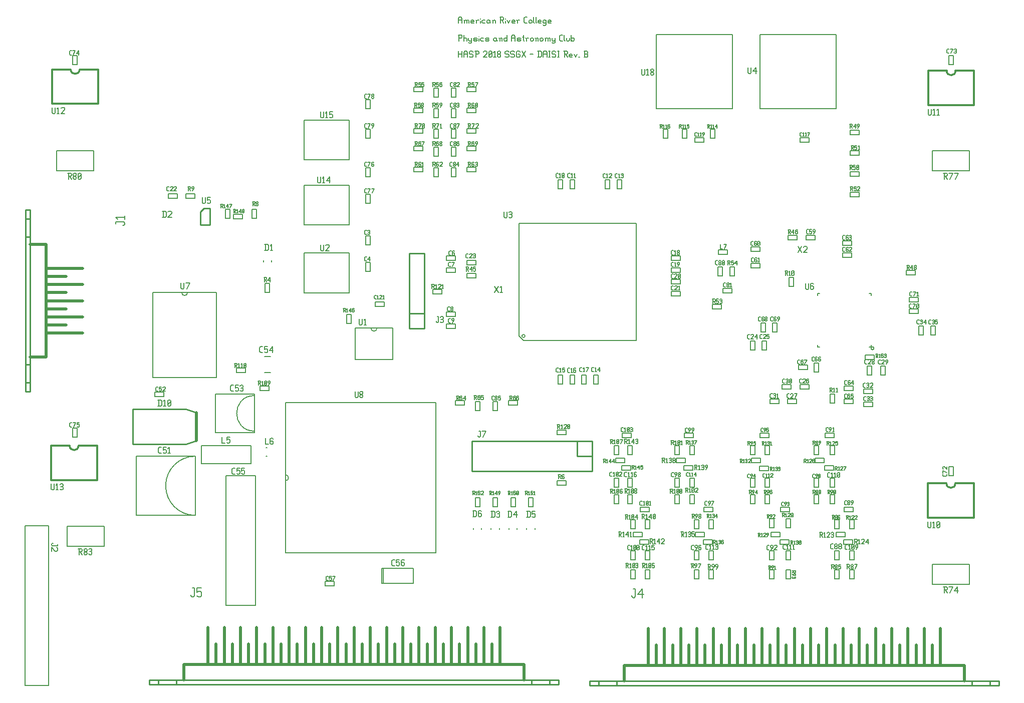
<source format=gbr>
G04 start of page 13 for group -4079 idx -4079 *
G04 Title: DAISI, topsilk *
G04 Creator: pcb 20140316 *
G04 CreationDate: Thu 05 Jul 2018 06:59:21 PM GMT UTC *
G04 For: afonsop *
G04 Format: Gerber/RS-274X *
G04 PCB-Dimensions (mil): 6540.00 4540.00 *
G04 PCB-Coordinate-Origin: lower left *
%MOIN*%
%FSLAX25Y25*%
%LNTOPSILK*%
%ADD173C,0.0060*%
%ADD172C,0.0098*%
%ADD171C,0.0080*%
%ADD170C,0.0200*%
%ADD169C,0.0100*%
%ADD168C,0.0118*%
%ADD167C,0.0061*%
%ADD166C,0.0050*%
G54D166*X290354Y446094D02*Y443094D01*
Y446094D02*X291054Y447094D01*
X292154D01*
X292854Y446094D01*
Y443094D01*
X290354Y445094D02*X292854D01*
X294554Y444594D02*Y443094D01*
Y444594D02*X295054Y445094D01*
X295554D01*
X296054Y444594D01*
Y443094D01*
Y444594D02*X296554Y445094D01*
X297054D01*
X297554Y444594D01*
Y443094D01*
X294054Y445094D02*X294554Y444594D01*
X299254Y443094D02*X300754D01*
X298754Y443594D02*X299254Y443094D01*
X298754Y444594D02*Y443594D01*
Y444594D02*X299254Y445094D01*
X300254D01*
X300754Y444594D01*
X298754Y444094D02*X300754D01*
Y444594D02*Y444094D01*
X302454Y444594D02*Y443094D01*
Y444594D02*X302954Y445094D01*
X303954D01*
X301954D02*X302454Y444594D01*
X305154Y446094D02*Y445994D01*
Y444594D02*Y443094D01*
X306654Y445094D02*X308154D01*
X306154Y444594D02*X306654Y445094D01*
X306154Y444594D02*Y443594D01*
X306654Y443094D01*
X308154D01*
X310854Y445094D02*X311354Y444594D01*
X309854Y445094D02*X310854D01*
X309354Y444594D02*X309854Y445094D01*
X309354Y444594D02*Y443594D01*
X309854Y443094D01*
X311354Y445094D02*Y443594D01*
X311854Y443094D01*
X309854D02*X310854D01*
X311354Y443594D01*
X313554Y444594D02*Y443094D01*
Y444594D02*X314054Y445094D01*
X314554D01*
X315054Y444594D01*
Y443094D01*
X313054Y445094D02*X313554Y444594D01*
X318054Y447094D02*X320054D01*
X320554Y446594D01*
Y445594D01*
X320054Y445094D02*X320554Y445594D01*
X318554Y445094D02*X320054D01*
X318554Y447094D02*Y443094D01*
X319354Y445094D02*X320554Y443094D01*
X321754Y446094D02*Y445994D01*
Y444594D02*Y443094D01*
X322754Y445094D02*X323754Y443094D01*
X324754Y445094D02*X323754Y443094D01*
X326454D02*X327954D01*
X325954Y443594D02*X326454Y443094D01*
X325954Y444594D02*Y443594D01*
Y444594D02*X326454Y445094D01*
X327454D01*
X327954Y444594D01*
X325954Y444094D02*X327954D01*
Y444594D02*Y444094D01*
X329654Y444594D02*Y443094D01*
Y444594D02*X330154Y445094D01*
X331154D01*
X329154D02*X329654Y444594D01*
X334854Y443094D02*X336154D01*
X334154Y443794D02*X334854Y443094D01*
X334154Y446394D02*Y443794D01*
Y446394D02*X334854Y447094D01*
X336154D01*
X337354Y444594D02*Y443594D01*
Y444594D02*X337854Y445094D01*
X338854D01*
X339354Y444594D01*
Y443594D01*
X338854Y443094D02*X339354Y443594D01*
X337854Y443094D02*X338854D01*
X337354Y443594D02*X337854Y443094D01*
X340554Y447094D02*Y443594D01*
X341054Y443094D01*
X342054Y447094D02*Y443594D01*
X342554Y443094D01*
X344054D02*X345554D01*
X343554Y443594D02*X344054Y443094D01*
X343554Y444594D02*Y443594D01*
Y444594D02*X344054Y445094D01*
X345054D01*
X345554Y444594D01*
X343554Y444094D02*X345554D01*
Y444594D02*Y444094D01*
X348254Y445094D02*X348754Y444594D01*
X347254Y445094D02*X348254D01*
X346754Y444594D02*X347254Y445094D01*
X346754Y444594D02*Y443594D01*
X347254Y443094D01*
X348254D01*
X348754Y443594D01*
X346754Y442094D02*X347254Y441594D01*
X348254D01*
X348754Y442094D01*
Y445094D02*Y442094D01*
X350454Y443094D02*X351954D01*
X349954Y443594D02*X350454Y443094D01*
X349954Y444594D02*Y443594D01*
Y444594D02*X350454Y445094D01*
X351454D01*
X351954Y444594D01*
X349954Y444094D02*X351954D01*
Y444594D02*Y444094D01*
X290854Y435283D02*Y431283D01*
X290354Y435283D02*X292354D01*
X292854Y434783D01*
Y433783D01*
X292354Y433283D02*X292854Y433783D01*
X290854Y433283D02*X292354D01*
X294054Y435283D02*Y431283D01*
Y432783D02*X294554Y433283D01*
X295554D01*
X296054Y432783D01*
Y431283D01*
X297254Y433283D02*Y431783D01*
X297754Y431283D01*
X299254Y433283D02*Y430283D01*
X298754Y429783D02*X299254Y430283D01*
X297754Y429783D02*X298754D01*
X297254Y430283D02*X297754Y429783D01*
Y431283D02*X298754D01*
X299254Y431783D01*
X300954Y431283D02*X302454D01*
X302954Y431783D01*
X302454Y432283D02*X302954Y431783D01*
X300954Y432283D02*X302454D01*
X300454Y432783D02*X300954Y432283D01*
X300454Y432783D02*X300954Y433283D01*
X302454D01*
X302954Y432783D01*
X300454Y431783D02*X300954Y431283D01*
X304154Y434283D02*Y434183D01*
Y432783D02*Y431283D01*
X305654Y433283D02*X307154D01*
X305154Y432783D02*X305654Y433283D01*
X305154Y432783D02*Y431783D01*
X305654Y431283D01*
X307154D01*
X308854D02*X310354D01*
X310854Y431783D01*
X310354Y432283D02*X310854Y431783D01*
X308854Y432283D02*X310354D01*
X308354Y432783D02*X308854Y432283D01*
X308354Y432783D02*X308854Y433283D01*
X310354D01*
X310854Y432783D01*
X308354Y431783D02*X308854Y431283D01*
X315354Y433283D02*X315854Y432783D01*
X314354Y433283D02*X315354D01*
X313854Y432783D02*X314354Y433283D01*
X313854Y432783D02*Y431783D01*
X314354Y431283D01*
X315854Y433283D02*Y431783D01*
X316354Y431283D01*
X314354D02*X315354D01*
X315854Y431783D01*
X318054Y432783D02*Y431283D01*
Y432783D02*X318554Y433283D01*
X319054D01*
X319554Y432783D01*
Y431283D01*
X317554Y433283D02*X318054Y432783D01*
X322754Y435283D02*Y431283D01*
X322254D02*X322754Y431783D01*
X321254Y431283D02*X322254D01*
X320754Y431783D02*X321254Y431283D01*
X320754Y432783D02*Y431783D01*
Y432783D02*X321254Y433283D01*
X322254D01*
X322754Y432783D01*
X325754Y434283D02*Y431283D01*
Y434283D02*X326454Y435283D01*
X327554D01*
X328254Y434283D01*
Y431283D01*
X325754Y433283D02*X328254D01*
X329954Y431283D02*X331454D01*
X331954Y431783D01*
X331454Y432283D02*X331954Y431783D01*
X329954Y432283D02*X331454D01*
X329454Y432783D02*X329954Y432283D01*
X329454Y432783D02*X329954Y433283D01*
X331454D01*
X331954Y432783D01*
X329454Y431783D02*X329954Y431283D01*
X333654Y435283D02*Y431783D01*
X334154Y431283D01*
X333154Y433783D02*X334154D01*
X335654Y432783D02*Y431283D01*
Y432783D02*X336154Y433283D01*
X337154D01*
X335154D02*X335654Y432783D01*
X338354D02*Y431783D01*
Y432783D02*X338854Y433283D01*
X339854D01*
X340354Y432783D01*
Y431783D01*
X339854Y431283D02*X340354Y431783D01*
X338854Y431283D02*X339854D01*
X338354Y431783D02*X338854Y431283D01*
X342054Y432783D02*Y431283D01*
Y432783D02*X342554Y433283D01*
X343054D01*
X343554Y432783D01*
Y431283D01*
X341554Y433283D02*X342054Y432783D01*
X344754D02*Y431783D01*
Y432783D02*X345254Y433283D01*
X346254D01*
X346754Y432783D01*
Y431783D01*
X346254Y431283D02*X346754Y431783D01*
X345254Y431283D02*X346254D01*
X344754Y431783D02*X345254Y431283D01*
X348454Y432783D02*Y431283D01*
Y432783D02*X348954Y433283D01*
X349454D01*
X349954Y432783D01*
Y431283D01*
Y432783D02*X350454Y433283D01*
X350954D01*
X351454Y432783D01*
Y431283D01*
X347954Y433283D02*X348454Y432783D01*
X352654Y433283D02*Y431783D01*
X353154Y431283D01*
X354654Y433283D02*Y430283D01*
X354154Y429783D02*X354654Y430283D01*
X353154Y429783D02*X354154D01*
X352654Y430283D02*X353154Y429783D01*
Y431283D02*X354154D01*
X354654Y431783D01*
X358354Y431283D02*X359654D01*
X357654Y431983D02*X358354Y431283D01*
X357654Y434583D02*Y431983D01*
Y434583D02*X358354Y435283D01*
X359654D01*
X360854D02*Y431783D01*
X361354Y431283D01*
X362354Y433283D02*Y431783D01*
X362854Y431283D01*
X363854D01*
X364354Y431783D01*
Y433283D02*Y431783D01*
X365554Y435283D02*Y431283D01*
Y431783D02*X366054Y431283D01*
X367054D01*
X367554Y431783D01*
Y432783D02*Y431783D01*
X367054Y433283D02*X367554Y432783D01*
X366054Y433283D02*X367054D01*
X365554Y432783D02*X366054Y433283D01*
X290354Y424457D02*Y420457D01*
X292854Y424457D02*Y420457D01*
X290354Y422457D02*X292854D01*
X294054Y423457D02*Y420457D01*
Y423457D02*X294754Y424457D01*
X295854D01*
X296554Y423457D01*
Y420457D01*
X294054Y422457D02*X296554D01*
X299754Y424457D02*X300254Y423957D01*
X298254Y424457D02*X299754D01*
X297754Y423957D02*X298254Y424457D01*
X297754Y423957D02*Y422957D01*
X298254Y422457D01*
X299754D01*
X300254Y421957D01*
Y420957D01*
X299754Y420457D02*X300254Y420957D01*
X298254Y420457D02*X299754D01*
X297754Y420957D02*X298254Y420457D01*
X301954Y424457D02*Y420457D01*
X301454Y424457D02*X303454D01*
X303954Y423957D01*
Y422957D01*
X303454Y422457D02*X303954Y422957D01*
X301954Y422457D02*X303454D01*
X306954Y423957D02*X307454Y424457D01*
X308954D01*
X309454Y423957D01*
Y422957D01*
X306954Y420457D02*X309454Y422957D01*
X306954Y420457D02*X309454D01*
X310654Y420957D02*X311154Y420457D01*
X310654Y423957D02*Y420957D01*
Y423957D02*X311154Y424457D01*
X312154D01*
X312654Y423957D01*
Y420957D01*
X312154Y420457D02*X312654Y420957D01*
X311154Y420457D02*X312154D01*
X310654Y421457D02*X312654Y423457D01*
X313854Y423657D02*X314654Y424457D01*
Y420457D01*
X313854D02*X315354D01*
X316554Y420957D02*X317054Y420457D01*
X316554Y421757D02*Y420957D01*
Y421757D02*X317254Y422457D01*
X317854D01*
X318554Y421757D01*
Y420957D01*
X318054Y420457D02*X318554Y420957D01*
X317054Y420457D02*X318054D01*
X316554Y423157D02*X317254Y422457D01*
X316554Y423957D02*Y423157D01*
Y423957D02*X317054Y424457D01*
X318054D01*
X318554Y423957D01*
Y423157D01*
X317854Y422457D02*X318554Y423157D01*
X323554Y424457D02*X324054Y423957D01*
X322054Y424457D02*X323554D01*
X321554Y423957D02*X322054Y424457D01*
X321554Y423957D02*Y422957D01*
X322054Y422457D01*
X323554D01*
X324054Y421957D01*
Y420957D01*
X323554Y420457D02*X324054Y420957D01*
X322054Y420457D02*X323554D01*
X321554Y420957D02*X322054Y420457D01*
X327254Y424457D02*X327754Y423957D01*
X325754Y424457D02*X327254D01*
X325254Y423957D02*X325754Y424457D01*
X325254Y423957D02*Y422957D01*
X325754Y422457D01*
X327254D01*
X327754Y421957D01*
Y420957D01*
X327254Y420457D02*X327754Y420957D01*
X325754Y420457D02*X327254D01*
X325254Y420957D02*X325754Y420457D01*
X330954Y424457D02*X331454Y423957D01*
X329454Y424457D02*X330954D01*
X328954Y423957D02*X329454Y424457D01*
X328954Y423957D02*Y420957D01*
X329454Y420457D01*
X330954D01*
X331454Y420957D01*
Y421957D02*Y420957D01*
X330954Y422457D02*X331454Y421957D01*
X329954Y422457D02*X330954D01*
X332654Y420457D02*X335154Y424457D01*
X332654D02*X335154Y420457D01*
X338154Y422457D02*X340154D01*
X343654Y424457D02*Y420457D01*
X344954Y424457D02*X345654Y423757D01*
Y421157D01*
X344954Y420457D02*X345654Y421157D01*
X343154Y420457D02*X344954D01*
X343154Y424457D02*X344954D01*
X346854Y423457D02*Y420457D01*
Y423457D02*X347554Y424457D01*
X348654D01*
X349354Y423457D01*
Y420457D01*
X346854Y422457D02*X349354D01*
X350554Y424457D02*X351554D01*
X351054D02*Y420457D01*
X350554D02*X351554D01*
X354754Y424457D02*X355254Y423957D01*
X353254Y424457D02*X354754D01*
X352754Y423957D02*X353254Y424457D01*
X352754Y423957D02*Y422957D01*
X353254Y422457D01*
X354754D01*
X355254Y421957D01*
Y420957D01*
X354754Y420457D02*X355254Y420957D01*
X353254Y420457D02*X354754D01*
X352754Y420957D02*X353254Y420457D01*
X356454Y424457D02*X357454D01*
X356954D02*Y420457D01*
X356454D02*X357454D01*
X360454Y424457D02*X362454D01*
X362954Y423957D01*
Y422957D01*
X362454Y422457D02*X362954Y422957D01*
X360954Y422457D02*X362454D01*
X360954Y424457D02*Y420457D01*
X361754Y422457D02*X362954Y420457D01*
X364654D02*X366154D01*
X364154Y420957D02*X364654Y420457D01*
X364154Y421957D02*Y420957D01*
Y421957D02*X364654Y422457D01*
X365654D01*
X366154Y421957D01*
X364154Y421457D02*X366154D01*
Y421957D02*Y421457D01*
X367354Y422457D02*X368354Y420457D01*
X369354Y422457D02*X368354Y420457D01*
X370554D02*X371054D01*
X374054D02*X376054D01*
X376554Y420957D01*
Y422157D02*Y420957D01*
X376054Y422657D02*X376554Y422157D01*
X374554Y422657D02*X376054D01*
X374554Y424457D02*Y420457D01*
X374054Y424457D02*X376054D01*
X376554Y423957D01*
Y423157D01*
X376054Y422657D02*X376554Y423157D01*
G54D167*X87008Y263744D02*Y207248D01*
X129528Y263744D02*Y207248D01*
X87008D02*X129528D01*
X87008Y263744D02*X129528D01*
X106299D02*G75*G03X110236Y263744I1969J0D01*G01*
G54D166*X142669Y210374D02*X148669D01*
X142669Y213374D02*Y210374D01*
Y213374D02*X148669D01*
Y210374D01*
X158417Y198563D02*X164417D01*
X158417Y201563D02*Y198563D01*
Y201563D02*X164417D01*
Y198563D01*
G54D167*X128740Y196323D02*X154724D01*
X128740Y170339D02*X154724D01*
X128740Y196323D02*Y170339D01*
X154724Y196323D02*Y170339D01*
Y195142D02*G75*G03X154724Y171520I0J-11811D01*G01*
G54D166*X33933Y173535D02*Y167535D01*
Y173535D02*X36933D01*
Y167535D01*
X33933D02*X36933D01*
G54D168*X19457Y161807D02*X31760D01*
X37665D02*X49969D01*
Y138972D01*
X19457D01*
Y161807D01*
X31760D02*G75*G03X37665Y161807I2953J0D01*G01*
G54D169*X2453Y318917D02*X5453D01*
Y197717D01*
X2453D01*
Y318917D01*
Y312917D02*X5453D01*
X2453Y300917D02*X5453D01*
X2453Y203717D02*X5453D01*
X2453Y215717D02*X5453D01*
G54D170*Y295917D02*X15953D01*
Y220717D01*
X5453D01*
G54D169*Y295917D01*
G54D170*X40553Y236717D02*X15953D01*
X40553Y247517D02*X15953D01*
X40553Y258317D02*X15953D01*
X40553Y269117D02*X15953D01*
X40553Y279917D02*X15953D01*
X29353Y242117D02*X15953D01*
X29353Y252917D02*X15953D01*
X29353Y263717D02*X15953D01*
X29353Y274517D02*X15953D01*
G54D167*X119488Y161677D02*Y149866D01*
X152559Y161677D02*Y149866D01*
X119488D02*X152559D01*
X119488Y161677D02*X152559D01*
X136024D02*G75*G03X136024Y161677I0J0D01*G01*
X54921Y108331D02*Y94945D01*
X30118Y108331D02*Y94945D01*
Y108331D02*X54921D01*
X30118Y94945D02*X54921D01*
X75984Y154787D02*X115354D01*
X75984Y115417D02*X115354D01*
X75984Y154787D02*Y115417D01*
X115354Y154787D02*Y115417D01*
Y154787D02*G75*G03X115354Y115417I0J-19685D01*G01*
G54D166*X140701Y315736D02*X146701D01*
Y312736D01*
X140701D01*
Y315736D01*
X228815Y283772D02*Y277772D01*
Y283772D02*X231815D01*
Y277772D01*
X228815D02*X231815D01*
G54D171*X160631Y285102D02*Y284316D01*
X166141Y285102D02*Y284316D01*
G54D166*X97394Y329516D02*X103394D01*
Y326516D01*
X97394D02*X103394D01*
X97394Y329516D02*Y326516D01*
X109205Y329516D02*X115205D01*
Y326516D01*
X109205D01*
Y329516D01*
G54D172*X118897Y317386D02*X118898D01*
X118897Y308724D02*Y317386D01*
X125197Y308724D02*X118897D01*
X125197Y319748D02*Y308724D01*
X121260Y319748D02*X125197D01*
X118898Y317386D02*X121260Y319748D01*
G54D166*X228815Y301488D02*Y295488D01*
Y301488D02*X231815D01*
Y295488D01*
X228815D02*X231815D01*
X228815Y329047D02*Y323047D01*
Y329047D02*X231815D01*
Y323047D01*
X228815D02*X231815D01*
X228815Y346764D02*Y340764D01*
Y346764D02*X231815D01*
Y340764D01*
X228815D02*X231815D01*
X228815Y372354D02*Y366354D01*
Y372354D02*X231815D01*
Y366354D01*
X228815D02*X231815D01*
X228815Y392039D02*Y386039D01*
Y392039D02*X231815D01*
Y386039D01*
X228815D02*X231815D01*
G54D167*X187697Y263646D02*X217815D01*
X187697Y290024D02*X217815D01*
Y263646D01*
X187697Y290024D02*Y263646D01*
Y308921D02*X217815D01*
X187697Y335299D02*X217815D01*
Y308921D01*
X187697Y335299D02*Y308921D01*
Y352228D02*X217815D01*
X187697Y378606D02*X217815D01*
Y352228D01*
X187697Y378606D02*Y352228D01*
G54D166*X296213Y285224D02*X302213D01*
Y282224D01*
X296213D02*X302213D01*
X296213Y285224D02*Y282224D01*
G54D167*X221850Y240024D02*Y219157D01*
X246654Y240024D02*Y219157D01*
X221850D02*X246654D01*
X221850Y240024D02*X246654D01*
X232283D02*G75*G03X236220Y240024I1969J0D01*G01*
G54D166*X235189Y254665D02*X241189D01*
X235189Y257665D02*Y254665D01*
Y257665D02*X241189D01*
Y254665D01*
X216020Y249323D02*Y243323D01*
Y249323D02*X219020D01*
Y243323D01*
X216020D02*X219020D01*
G54D169*X267795Y289709D02*Y239709D01*
X257795Y289709D02*X267795D01*
X257795D02*Y239709D01*
X267795D01*
X257795Y249709D02*X267795D01*
X257795D02*Y239709D01*
G54D166*X273575Y265894D02*X279575D01*
Y262894D01*
X273575D01*
Y265894D01*
G54D168*X20177Y412268D02*X32480D01*
X38386D02*X50689D01*
Y389433D01*
X20177D01*
Y412268D01*
X32480D02*G75*G03X38386Y412268I2953J0D01*G01*
G54D167*X47835Y358331D02*Y344945D01*
X23031Y358331D02*Y344945D01*
Y358331D02*X47835D01*
X23031Y344945D02*X47835D01*
G54D166*X33933Y421567D02*Y415567D01*
Y421567D02*X36933D01*
Y415567D01*
X33933D02*X36933D01*
G54D169*X84805Y5824D02*Y2824D01*
Y5824D02*X357205D01*
Y2824D01*
X84805D02*X357205D01*
X90805Y5824D02*Y2824D01*
X102805Y5824D02*Y2824D01*
X351205Y5824D02*Y2824D01*
X339205Y5824D02*Y2824D01*
G54D170*X107805Y16324D02*Y5824D01*
Y16324D02*X334205D01*
Y5824D01*
G54D169*X107805D02*X334205D01*
G54D170*X318205Y40924D02*Y16324D01*
X307405Y40924D02*Y16324D01*
X296605Y40924D02*Y16324D01*
X285805Y40924D02*Y16324D01*
X275005Y40924D02*Y16324D01*
X264205Y40924D02*Y16324D01*
X253405Y40924D02*Y16324D01*
X242605Y40924D02*Y16324D01*
X231805Y40924D02*Y16324D01*
X221005Y40924D02*Y16324D01*
X210205Y40924D02*Y16324D01*
X199405Y40924D02*Y16324D01*
X188605Y40924D02*Y16324D01*
X177805Y40924D02*Y16324D01*
X167005Y40924D02*Y16324D01*
X156205Y40924D02*Y16324D01*
X145405Y40924D02*Y16324D01*
X134605Y40924D02*Y16324D01*
X123805Y40924D02*Y16324D01*
X312805Y29724D02*Y16324D01*
X302005Y29724D02*Y16324D01*
X291205Y29724D02*Y16324D01*
X280405Y29724D02*Y16324D01*
X269605Y29724D02*Y16324D01*
X258805Y29724D02*Y16324D01*
X248005Y29724D02*Y16324D01*
X237205Y29724D02*Y16324D01*
X226405Y29724D02*Y16324D01*
X215605Y29724D02*Y16324D01*
X204805Y29724D02*Y16324D01*
X194005Y29724D02*Y16324D01*
X183205Y29724D02*Y16324D01*
X172405Y29724D02*Y16324D01*
X161605Y29724D02*Y16324D01*
X150805Y29724D02*Y16324D01*
X140005Y29724D02*Y16324D01*
X129205Y29724D02*Y16324D01*
G54D167*X1969Y108528D02*X17717D01*
X1969Y2228D02*X17717D01*
X1969Y108528D02*Y2228D01*
X17717Y108528D02*Y2228D01*
G54D166*X201724Y68642D02*X207724D01*
X201724Y71642D02*Y68642D01*
Y71642D02*X207724D01*
Y68642D01*
G54D170*X116188Y183672D02*Y165272D01*
G54D169*Y183672D02*X108988Y186272D01*
X73788D02*X108988D01*
X73788D02*Y162672D01*
X108988D01*
X116188Y165272D01*
G54D166*X88535Y197626D02*X94535D01*
Y194626D01*
X88535D02*X94535D01*
X88535Y197626D02*Y194626D01*
G54D171*X162403Y160495D02*X163189D01*
X162403Y154985D02*X163189D01*
G54D167*X135827Y141992D02*X155512D01*
X135827Y55378D02*X155512D01*
X135827Y141992D02*Y55378D01*
X155512Y141992D02*Y55378D01*
G54D171*X324017Y106952D02*Y106166D01*
X329527Y106952D02*Y106166D01*
X312206Y106952D02*Y106166D01*
X317716Y106952D02*Y106166D01*
X161418Y221125D02*X165354D01*
X161418Y210497D02*X165354D01*
G54D166*X164886Y269992D02*Y263992D01*
X161886D02*X164886D01*
X161886Y269992D02*Y263992D01*
Y269992D02*X164886D01*
X135311Y319205D02*Y313205D01*
Y319205D02*X138311D01*
Y313205D01*
X135311D02*X138311D01*
X153028Y319205D02*Y313205D01*
Y319205D02*X156028D01*
Y313205D01*
X153028D02*X156028D01*
G54D167*X175394Y90417D02*X275394D01*
X175394Y190417D02*X275394D01*
Y90417D01*
X175394Y190417D02*Y90417D01*
Y138449D02*G75*G03X175394Y142386I0J1969D01*G01*
G54D171*X239594Y80063D02*Y70063D01*
X260594D01*
Y80063D01*
X239594D01*
X240594D02*Y70063D01*
G54D166*X301650Y127276D02*Y121276D01*
Y127276D02*X304650D01*
Y121276D01*
X301650D02*X304650D01*
X337083Y127276D02*Y121276D01*
Y127276D02*X340083D01*
Y121276D01*
X337083D02*X340083D01*
X325272Y127276D02*Y121276D01*
Y127276D02*X328272D01*
Y121276D01*
X325272D02*X328272D01*
X313461Y127276D02*Y121276D01*
Y127276D02*X316461D01*
Y121276D01*
X313461D02*X316461D01*
G54D171*X300395Y106952D02*Y106166D01*
X305905Y106952D02*Y106166D01*
X335828Y106952D02*Y106166D01*
X341338Y106952D02*Y106166D01*
G54D167*X630512Y82740D02*Y69354D01*
X605709Y82740D02*Y69354D01*
Y82740D02*X630512D01*
X605709Y69354D02*X630512D01*
G54D166*X616610Y147945D02*Y141945D01*
Y147945D02*X619610D01*
Y141945D01*
X616610D02*X619610D01*
G54D168*X602854Y136677D02*X615157D01*
X621063D02*X633366D01*
Y113843D01*
X602854D01*
Y136677D01*
X615157D02*G75*G03X621063Y136677I2953J0D01*G01*
G54D167*X564961Y228854D02*Y227622D01*
X563728D02*X564961D01*
Y263055D02*Y261823D01*
X563728Y263055D02*X564961D01*
X529528Y227622D02*X530760D01*
X529528Y228854D02*Y227622D01*
Y263055D02*X530760D01*
X529528D02*Y261823D01*
X566929Y226638D02*G75*G03X566929Y226638I-984J0D01*G01*
G54D166*X590504Y252744D02*X596504D01*
Y249744D01*
X590504D02*X596504D01*
X590504Y252744D02*Y249744D01*
X588535Y275335D02*X594535D01*
X588535Y278335D02*Y275335D01*
Y278335D02*X594535D01*
Y275335D01*
X590504Y260618D02*X596504D01*
Y257618D01*
X590504D02*X596504D01*
X590504Y260618D02*Y257618D01*
X513311Y273929D02*Y267929D01*
X510311D02*X513311D01*
X510311Y273929D02*Y267929D01*
Y273929D02*X513311D01*
X509795Y301957D02*X515795D01*
Y298957D01*
X509795D01*
Y301957D01*
X521606Y298957D02*X527606D01*
X521606Y301957D02*Y298957D01*
Y301957D02*X527606D01*
Y298957D01*
X546213Y290146D02*X552213D01*
Y287146D01*
X546213D02*X552213D01*
X546213Y290146D02*Y287146D01*
Y298020D02*X552213D01*
Y295020D01*
X546213D02*X552213D01*
X546213Y298020D02*Y295020D01*
X607799Y241449D02*Y235449D01*
X604799D02*X607799D01*
X604799Y241449D02*Y235449D01*
Y241449D02*X607799D01*
X599925D02*Y235449D01*
X596925D02*X599925D01*
X596925Y241449D02*Y235449D01*
Y241449D02*X599925D01*
X540870Y196173D02*Y190173D01*
X537870D02*X540870D01*
X537870Y196173D02*Y190173D01*
Y196173D02*X540870D01*
X547197Y192705D02*X553197D01*
Y189705D01*
X547197D02*X553197D01*
X547197Y192705D02*Y189705D01*
Y201563D02*X553197D01*
Y198563D01*
X547197D02*X553197D01*
X547197Y201563D02*Y198563D01*
X559992Y196594D02*X565992D01*
X559992Y199594D02*Y196594D01*
Y199594D02*X565992D01*
Y196594D01*
X559992Y187736D02*X565992D01*
X559992Y190736D02*Y187736D01*
Y190736D02*X565992D01*
Y187736D01*
X517669Y199547D02*X523669D01*
X517669Y202547D02*Y199547D01*
Y202547D02*X523669D01*
Y199547D01*
X530043Y216843D02*Y210843D01*
X527043D02*X530043D01*
X527043Y216843D02*Y210843D01*
Y216843D02*X530043D01*
X516685Y212343D02*X522685D01*
X516685Y215343D02*Y212343D01*
Y215343D02*X522685D01*
Y212343D01*
X505858Y199547D02*X511858D01*
X505858Y202547D02*Y199547D01*
Y202547D02*X511858D01*
Y199547D01*
X509464Y189705D02*X515464D01*
X509464Y192705D02*Y189705D01*
Y192705D02*X515464D01*
Y189705D01*
X574335Y214874D02*Y208874D01*
X571335D02*X574335D01*
X571335Y214874D02*Y208874D01*
Y214874D02*X574335D01*
X565476D02*Y208874D01*
X562476D02*X565476D01*
X562476Y214874D02*Y208874D01*
Y214874D02*X565476D01*
X560976Y219232D02*X566976D01*
X560976Y222232D02*Y219232D01*
Y222232D02*X566976D01*
Y219232D01*
X547197Y120854D02*X553197D01*
Y117854D01*
X547197D01*
Y120854D01*
X546865Y99201D02*X552865D01*
Y96201D01*
X546865D01*
Y99201D01*
X541623Y101122D02*X547623D01*
X541623Y104122D02*Y101122D01*
Y104122D02*X547623D01*
Y101122D01*
X543823Y112512D02*Y106512D01*
X540823D02*X543823D01*
X540823Y112512D02*Y106512D01*
Y112512D02*X543823D01*
X553665D02*Y106512D01*
X550665D02*X553665D01*
X550665Y112512D02*Y106512D01*
Y112512D02*X553665D01*
X543823Y79047D02*Y73047D01*
X540823D02*X543823D01*
X540823Y79047D02*Y73047D01*
Y79047D02*X543823D01*
X540823Y91843D02*Y85843D01*
Y91843D02*X543823D01*
Y85843D01*
X540823D02*X543823D01*
X553665Y79047D02*Y73047D01*
X550665D02*X553665D01*
X550665Y79047D02*Y73047D01*
Y79047D02*X553665D01*
X550665Y91843D02*Y85843D01*
Y91843D02*X553665D01*
Y85843D01*
X550665D02*X553665D01*
X511343Y79047D02*Y73047D01*
X508343D02*X511343D01*
X508343Y79047D02*Y73047D01*
Y79047D02*X511343D01*
X508343Y91843D02*Y85843D01*
Y91843D02*X511343D01*
Y85843D01*
X508343D02*X511343D01*
Y113165D02*Y107165D01*
X508343D02*X511343D01*
X508343Y113165D02*Y107165D01*
Y113165D02*X511343D01*
X530043Y129244D02*Y123244D01*
X527043D02*X530043D01*
X527043Y129244D02*Y123244D01*
Y129244D02*X530043D01*
X540870D02*Y123244D01*
X537870D02*X540870D01*
X537870Y129244D02*Y123244D01*
Y129244D02*X540870D01*
X527043Y140071D02*Y134071D01*
Y140071D02*X530043D01*
Y134071D01*
X527043D02*X530043D01*
X537870Y140071D02*Y134071D01*
Y140071D02*X540870D01*
Y134071D01*
X537870D02*X540870D01*
X534402Y170067D02*X540402D01*
Y167067D01*
X534402D01*
Y170067D01*
X534070Y148413D02*X540070D01*
Y145413D01*
X534070D01*
Y148413D01*
X527843Y150335D02*X533843D01*
X527843Y153335D02*Y150335D01*
Y153335D02*X533843D01*
Y150335D01*
X530043Y161724D02*Y155724D01*
X527043D02*X530043D01*
X527043Y161724D02*Y155724D01*
Y161724D02*X530043D01*
X540870D02*Y155724D01*
X537870D02*X540870D01*
X537870Y161724D02*Y155724D01*
Y161724D02*X540870D01*
G54D171*X330786Y309876D02*Y234836D01*
Y309876D02*X408726D01*
Y231936D01*
X333686D02*X408726D01*
X333686D02*X330786Y234836D01*
X333686Y233836D02*G75*G03X333686Y233836I0J1000D01*G01*
G54D166*X296213Y276366D02*X302213D01*
Y273366D01*
X296213D02*X302213D01*
X296213Y276366D02*Y273366D01*
X282433Y280303D02*X288433D01*
Y277303D01*
X282433D02*X288433D01*
X282433Y280303D02*Y277303D01*
Y288177D02*X288433D01*
Y285177D01*
X282433D02*X288433D01*
X282433Y288177D02*Y285177D01*
Y242902D02*X288433D01*
Y239902D01*
X282433D02*X288433D01*
X282433Y242902D02*Y239902D01*
Y250776D02*X288433D01*
Y247776D01*
X282433D02*X288433D01*
X282433Y250776D02*Y247776D01*
X432039Y288177D02*X438039D01*
Y285177D01*
X432039D02*X438039D01*
X432039Y288177D02*Y285177D01*
Y280303D02*X438039D01*
Y277303D01*
X432039D02*X438039D01*
X432039Y280303D02*Y277303D01*
Y272429D02*X438039D01*
Y269429D01*
X432039D02*X438039D01*
X432039Y272429D02*Y269429D01*
Y264555D02*X438039D01*
Y261555D01*
X432039D02*X438039D01*
X432039Y264555D02*Y261555D01*
X459598Y252697D02*X465598D01*
X459598Y255697D02*Y252697D01*
Y255697D02*X465598D01*
Y252697D01*
X463535Y289114D02*X469535D01*
X463535Y292114D02*Y289114D01*
Y292114D02*X469535D01*
Y289114D01*
X466488Y263524D02*X472488D01*
X466488Y266524D02*Y263524D01*
Y266524D02*X472488D01*
Y263524D01*
X466067Y280819D02*Y274819D01*
X463067D02*X466067D01*
X463067Y280819D02*Y274819D01*
Y280819D02*X466067D01*
X487720Y231606D02*Y225606D01*
X484720D02*X487720D01*
X484720Y231606D02*Y225606D01*
Y231606D02*X487720D01*
X495594D02*Y225606D01*
X492594D02*X495594D01*
X492594Y231606D02*Y225606D01*
Y231606D02*X495594D01*
X502484Y243417D02*Y237417D01*
X499484D02*X502484D01*
X499484Y243417D02*Y237417D01*
Y243417D02*X502484D01*
X494610D02*Y237417D01*
X491610D02*X494610D01*
X491610Y243417D02*Y237417D01*
Y243417D02*X494610D01*
X470941Y280819D02*Y274819D01*
Y280819D02*X473941D01*
Y274819D01*
X470941D02*X473941D01*
X485189Y283256D02*X491189D01*
Y280256D01*
X485189D02*X491189D01*
X485189Y283256D02*Y280256D01*
Y294083D02*X491189D01*
Y291083D01*
X485189D02*X491189D01*
X485189Y294083D02*Y291083D01*
X551134Y368839D02*X557134D01*
X551134Y371839D02*Y368839D01*
Y371839D02*X557134D01*
Y368839D01*
X551134Y355059D02*X557134D01*
X551134Y358059D02*Y355059D01*
Y358059D02*X557134D01*
Y355059D01*
X551134Y327500D02*X557134D01*
X551134Y330500D02*Y327500D01*
Y330500D02*X557134D01*
Y327500D01*
X551134Y341280D02*X557134D01*
X551134Y344280D02*Y341280D01*
Y344280D02*X557134D01*
Y341280D01*
G54D167*X630512Y358331D02*Y344945D01*
X605709Y358331D02*Y344945D01*
Y358331D02*X630512D01*
X605709Y344945D02*X630512D01*
G54D166*X616610Y421567D02*Y415567D01*
Y421567D02*X619610D01*
Y415567D01*
X616610D02*X619610D01*
G54D168*X603004Y411378D02*X615307D01*
X621213D02*X633516D01*
Y388543D01*
X603004D01*
Y411378D01*
X615307D02*G75*G03X621213Y411378I2953J0D01*G01*
G54D166*X296213Y383602D02*X302213D01*
X296213Y386602D02*Y383602D01*
Y386602D02*X302213D01*
Y383602D01*
X296213Y369823D02*X302213D01*
X296213Y372823D02*Y369823D01*
Y372823D02*X302213D01*
Y369823D01*
X296213Y358012D02*X302213D01*
X296213Y361012D02*Y358012D01*
Y361012D02*X302213D01*
Y358012D01*
X296213Y344232D02*X302213D01*
X296213Y347232D02*Y344232D01*
Y347232D02*X302213D01*
Y344232D01*
X296213Y397382D02*X302213D01*
X296213Y400382D02*Y397382D01*
Y400382D02*X302213D01*
Y397382D01*
X260780Y383602D02*X266780D01*
X260780Y386602D02*Y383602D01*
Y386602D02*X266780D01*
Y383602D01*
X260780Y369823D02*X266780D01*
X260780Y372823D02*Y369823D01*
Y372823D02*X266780D01*
Y369823D01*
X260780Y358012D02*X266780D01*
X260780Y361012D02*Y358012D01*
Y361012D02*X266780D01*
Y358012D01*
X260780Y344232D02*X266780D01*
X260780Y347232D02*Y344232D01*
Y347232D02*X266780D01*
Y344232D01*
X260780Y397382D02*X266780D01*
X260780Y400382D02*Y397382D01*
Y400382D02*X266780D01*
Y397382D01*
X285902Y386134D02*Y380134D01*
Y386134D02*X288902D01*
Y380134D01*
X285902D02*X288902D01*
X285902Y372354D02*Y366354D01*
Y372354D02*X288902D01*
Y366354D01*
X285902D02*X288902D01*
X285902Y360543D02*Y354543D01*
Y360543D02*X288902D01*
Y354543D01*
X285902D02*X288902D01*
X285902Y346764D02*Y340764D01*
Y346764D02*X288902D01*
Y340764D01*
X285902D02*X288902D01*
X285902Y399913D02*Y393913D01*
Y399913D02*X288902D01*
Y393913D01*
X285902D02*X288902D01*
X274091Y386134D02*Y380134D01*
Y386134D02*X277091D01*
Y380134D01*
X274091D02*X277091D01*
X274091Y372354D02*Y366354D01*
Y372354D02*X277091D01*
Y366354D01*
X274091D02*X277091D01*
X274091Y360543D02*Y354543D01*
Y360543D02*X277091D01*
Y354543D01*
X274091D02*X277091D01*
X274091Y346764D02*Y340764D01*
Y346764D02*X277091D01*
Y340764D01*
X274091D02*X277091D01*
X274091Y399913D02*Y393913D01*
Y399913D02*X277091D01*
Y393913D01*
X274091D02*X277091D01*
X364642Y338890D02*Y332890D01*
Y338890D02*X367642D01*
Y332890D01*
X364642D02*X367642D01*
X356768Y338890D02*Y332890D01*
Y338890D02*X359768D01*
Y332890D01*
X356768D02*X359768D01*
X396138Y338890D02*Y332890D01*
Y338890D02*X399138D01*
Y332890D01*
X396138D02*X399138D01*
X388264Y338890D02*Y332890D01*
Y338890D02*X391264D01*
Y332890D01*
X388264D02*X391264D01*
X429650Y372354D02*Y366354D01*
X426650D02*X429650D01*
X426650Y372354D02*Y366354D01*
Y372354D02*X429650D01*
X442445D02*Y366354D01*
X439445D02*X442445D01*
X439445Y372354D02*Y366354D01*
Y372354D02*X442445D01*
G54D167*X491142Y435496D02*Y386087D01*
X541732Y435496D02*Y386087D01*
X491142D02*X541732D01*
X491142Y435496D02*X541732D01*
G54D166*X461146Y372354D02*Y366354D01*
X458146D02*X461146D01*
X458146Y372354D02*Y366354D01*
Y372354D02*X461146D01*
G54D167*X422244Y435496D02*Y386087D01*
X472835Y435496D02*Y386087D01*
X422244D02*X472835D01*
X422244Y435496D02*X472835D01*
G54D166*X447787Y366917D02*X453787D01*
Y363917D01*
X447787D01*
Y366917D01*
X517669D02*X523669D01*
Y363917D01*
X517669D01*
Y366917D01*
X356252Y138571D02*X362252D01*
Y135571D01*
X356252D02*X362252D01*
X356252Y138571D02*Y135571D01*
X356768Y208969D02*Y202969D01*
Y208969D02*X359768D01*
Y202969D01*
X356768D02*X359768D01*
X364642Y208969D02*Y202969D01*
Y208969D02*X367642D01*
Y202969D01*
X364642D02*X367642D01*
X372516Y208969D02*Y202969D01*
Y208969D02*X375516D01*
Y202969D01*
X372516D02*X375516D01*
X356252Y172035D02*X362252D01*
Y169035D01*
X356252D01*
Y172035D01*
X380390Y208969D02*Y202969D01*
Y208969D02*X383390D01*
Y202969D01*
X380390D02*X383390D01*
X323772Y188720D02*X329772D01*
X323772Y191720D02*Y188720D01*
Y191720D02*X329772D01*
Y188720D01*
X288339D02*X294339D01*
X288339Y191720D02*Y188720D01*
Y191720D02*X294339D01*
Y188720D01*
X313461Y191252D02*Y185252D01*
Y191252D02*X316461D01*
Y185252D01*
X313461D02*X316461D01*
X301650Y191252D02*Y185252D01*
Y191252D02*X304650D01*
Y185252D01*
X301650D02*X304650D01*
X399559Y170067D02*X405559D01*
Y167067D01*
X399559D01*
Y170067D01*
X397169Y161724D02*Y155724D01*
X394169D02*X397169D01*
X394169Y161724D02*Y155724D01*
Y161724D02*X397169D01*
G54D169*X299488Y164866D02*X379488D01*
X299488D02*Y144866D01*
X379488D01*
Y164866D02*Y144866D01*
X369488Y164866D02*Y154866D01*
X379488D01*
G54D166*X394969Y150335D02*X400969D01*
X394969Y153335D02*Y150335D01*
Y153335D02*X400969D01*
Y150335D01*
X399228Y148413D02*X405228D01*
Y145413D01*
X399228D01*
Y148413D01*
X406028Y161724D02*Y155724D01*
X403028D02*X406028D01*
X403028Y161724D02*Y155724D01*
Y161724D02*X406028D01*
Y129244D02*Y123244D01*
X403028D02*X406028D01*
X403028Y129244D02*Y123244D01*
Y129244D02*X406028D01*
X397169D02*Y123244D01*
X394169D02*X397169D01*
X394169Y129244D02*Y123244D01*
Y129244D02*X397169D01*
X394169Y140071D02*Y134071D01*
Y140071D02*X397169D01*
Y134071D01*
X394169D02*X397169D01*
X403028Y140071D02*Y134071D01*
Y140071D02*X406028D01*
Y134071D01*
X403028D02*X406028D01*
X447366Y129244D02*Y123244D01*
X444366D02*X447366D01*
X444366Y129244D02*Y123244D01*
Y129244D02*X447366D01*
X437524D02*Y123244D01*
X434524D02*X437524D01*
X434524Y129244D02*Y123244D01*
Y129244D02*X437524D01*
X435324Y150335D02*X441324D01*
X435324Y153335D02*Y150335D01*
Y153335D02*X441324D01*
Y150335D01*
X440566Y148413D02*X446566D01*
Y145413D01*
X440566D02*X446566D01*
X440566Y148413D02*Y145413D01*
X434524Y140071D02*Y134071D01*
Y140071D02*X437524D01*
Y134071D01*
X434524D02*X437524D01*
X444366Y140071D02*Y134071D01*
Y140071D02*X447366D01*
Y134071D01*
X444366D02*X447366D01*
X411370Y120854D02*X417370D01*
Y117854D01*
X411370D02*X417370D01*
X411370Y120854D02*Y117854D01*
X437524Y161724D02*Y155724D01*
X434524D02*X437524D01*
X434524Y161724D02*Y155724D01*
Y161724D02*X437524D01*
X447366D02*Y155724D01*
X444366D02*X447366D01*
X444366Y161724D02*Y155724D01*
Y161724D02*X447366D01*
X487720Y129244D02*Y123244D01*
X484720D02*X487720D01*
X484720Y129244D02*Y123244D01*
Y129244D02*X487720D01*
X497563D02*Y123244D01*
X494563D02*X497563D01*
X494563Y129244D02*Y123244D01*
Y129244D02*X497563D01*
X453693Y120854D02*X459693D01*
Y117854D01*
X453693D01*
Y120854D01*
X450319Y112512D02*Y106512D01*
X447319D02*X450319D01*
X447319Y112512D02*Y106512D01*
Y112512D02*X450319D01*
X448119Y101122D02*X454119D01*
X448119Y104122D02*Y101122D01*
Y104122D02*X454119D01*
Y101122D01*
X453361Y99201D02*X459361D01*
Y96201D01*
X453361D02*X459361D01*
X453361Y99201D02*Y96201D01*
X498316Y101122D02*X504316D01*
X498316Y104122D02*Y101122D01*
Y104122D02*X504316D01*
Y101122D01*
X504543Y99201D02*X510543D01*
Y96201D01*
X504543D01*
Y99201D01*
X460161Y112512D02*Y106512D01*
X457161D02*X460161D01*
X457161Y112512D02*Y106512D01*
Y112512D02*X460161D01*
X500516Y79047D02*Y73047D01*
X497516D02*X500516D01*
X497516Y79047D02*Y73047D01*
Y79047D02*X500516D01*
X497516Y91843D02*Y85843D01*
Y91843D02*X500516D01*
Y85843D01*
X497516D02*X500516D01*
X504874Y120854D02*X510874D01*
Y117854D01*
X504874D01*
Y120854D01*
X500516Y113165D02*Y107165D01*
X497516D02*X500516D01*
X497516Y113165D02*Y107165D01*
Y113165D02*X500516D01*
X406780Y101122D02*X412780D01*
X406780Y104122D02*Y101122D01*
Y104122D02*X412780D01*
Y101122D01*
X411039Y99201D02*X417039D01*
Y96201D01*
X411039D01*
Y99201D01*
X417839Y79047D02*Y73047D01*
X414839D02*X417839D01*
X414839Y79047D02*Y73047D01*
Y79047D02*X417839D01*
X414839Y91843D02*Y85843D01*
Y91843D02*X417839D01*
Y85843D01*
X414839D02*X417839D01*
Y112512D02*Y106512D01*
X414839D02*X417839D01*
X414839Y112512D02*Y106512D01*
Y112512D02*X417839D01*
X407996D02*Y106512D01*
X404996D02*X407996D01*
X404996Y112512D02*Y106512D01*
Y112512D02*X407996D01*
X460161Y79047D02*Y73047D01*
X457161D02*X460161D01*
X457161Y79047D02*Y73047D01*
Y79047D02*X460161D01*
X450319D02*Y73047D01*
X447319D02*X450319D01*
X447319Y79047D02*Y73047D01*
Y79047D02*X450319D01*
X447319Y91843D02*Y85843D01*
Y91843D02*X450319D01*
Y85843D01*
X447319D02*X450319D01*
X457161Y91843D02*Y85843D01*
Y91843D02*X460161D01*
Y85843D01*
X457161D02*X460161D01*
G54D169*X377764Y5146D02*Y2146D01*
Y5146D02*X650164D01*
Y2146D01*
X377764D02*X650164D01*
X383764Y5146D02*Y2146D01*
X395764Y5146D02*Y2146D01*
X644164Y5146D02*Y2146D01*
X632164Y5146D02*Y2146D01*
G54D170*X400764Y15646D02*Y5146D01*
Y15646D02*X627164D01*
Y5146D01*
G54D169*X400764D02*X627164D01*
G54D170*X611164Y40246D02*Y15646D01*
X600364Y40246D02*Y15646D01*
X589564Y40246D02*Y15646D01*
X578764Y40246D02*Y15646D01*
X567964Y40246D02*Y15646D01*
X557164Y40246D02*Y15646D01*
X546364Y40246D02*Y15646D01*
X535564Y40246D02*Y15646D01*
X524764Y40246D02*Y15646D01*
X513964Y40246D02*Y15646D01*
X503164Y40246D02*Y15646D01*
X492364Y40246D02*Y15646D01*
X481564Y40246D02*Y15646D01*
X470764Y40246D02*Y15646D01*
X459964Y40246D02*Y15646D01*
X449164Y40246D02*Y15646D01*
X438364Y40246D02*Y15646D01*
X427564Y40246D02*Y15646D01*
X416764Y40246D02*Y15646D01*
X605764Y29046D02*Y15646D01*
X594964Y29046D02*Y15646D01*
X584164Y29046D02*Y15646D01*
X573364Y29046D02*Y15646D01*
X562564Y29046D02*Y15646D01*
X551764Y29046D02*Y15646D01*
X540964Y29046D02*Y15646D01*
X530164Y29046D02*Y15646D01*
X519364Y29046D02*Y15646D01*
X508564Y29046D02*Y15646D01*
X497764Y29046D02*Y15646D01*
X486964Y29046D02*Y15646D01*
X476164Y29046D02*Y15646D01*
X465364Y29046D02*Y15646D01*
X454564Y29046D02*Y15646D01*
X443764Y29046D02*Y15646D01*
X432964Y29046D02*Y15646D01*
X422164Y29046D02*Y15646D01*
G54D166*X407996Y79047D02*Y73047D01*
X404996D02*X407996D01*
X404996Y79047D02*Y73047D01*
Y79047D02*X407996D01*
X404996Y91843D02*Y85843D01*
Y91843D02*X407996D01*
Y85843D01*
X404996D02*X407996D01*
X440898Y170067D02*X446898D01*
Y167067D01*
X440898D01*
Y170067D01*
X491094D02*X497094D01*
Y167067D01*
X491094D01*
Y170067D01*
X485520Y150335D02*X491520D01*
X485520Y153335D02*Y150335D01*
Y153335D02*X491520D01*
Y150335D01*
X490842Y148138D02*X496842D01*
Y145138D01*
X490842D01*
Y148138D01*
X487720Y161724D02*Y155724D01*
X484720D02*X487720D01*
X484720Y161724D02*Y155724D01*
Y161724D02*X487720D01*
X497563D02*Y155724D01*
X494563D02*X497563D01*
X494563Y161724D02*Y155724D01*
Y161724D02*X497563D01*
X484720Y140071D02*Y134071D01*
Y140071D02*X487720D01*
Y134071D01*
X484720D02*X487720D01*
X494563Y140071D02*Y134071D01*
Y140071D02*X497563D01*
Y134071D01*
X494563D02*X497563D01*
X497653Y189705D02*X503653D01*
X497653Y192705D02*Y189705D01*
Y192705D02*X503653D01*
Y189705D01*
X432422Y288976D02*X433319D01*
X431939Y289459D02*X432422Y288976D01*
X431939Y291253D02*Y289459D01*
Y291253D02*X432422Y291736D01*
X433319D01*
X434147Y291184D02*X434699Y291736D01*
Y288976D01*
X434147D02*X435182D01*
X436010Y289321D02*X436355Y288976D01*
X436010Y289873D02*Y289321D01*
Y289873D02*X436493Y290356D01*
X436907D01*
X437390Y289873D01*
Y289321D01*
X437045Y288976D02*X437390Y289321D01*
X436355Y288976D02*X437045D01*
X436010Y290839D02*X436493Y290356D01*
X436010Y291391D02*Y290839D01*
Y291391D02*X436355Y291736D01*
X437045D01*
X437390Y291391D01*
Y290839D01*
X436907Y290356D02*X437390Y290839D01*
X432618Y281141D02*X433515D01*
X432135Y281624D02*X432618Y281141D01*
X432135Y283418D02*Y281624D01*
Y283418D02*X432618Y283901D01*
X433515D01*
X434343Y283349D02*X434895Y283901D01*
Y281141D01*
X434343D02*X435378D01*
X436551D02*X437586Y282521D01*
Y283556D02*Y282521D01*
X437241Y283901D02*X437586Y283556D01*
X436551Y283901D02*X437241D01*
X436206Y283556D02*X436551Y283901D01*
X436206Y283556D02*Y282866D01*
X436551Y282521D01*
X437586D01*
X432484Y273307D02*X433381D01*
X432001Y273790D02*X432484Y273307D01*
X432001Y275584D02*Y273790D01*
Y275584D02*X432484Y276067D01*
X433381D01*
X434209Y275722D02*X434554Y276067D01*
X435589D01*
X435934Y275722D01*
Y275032D01*
X434209Y273307D02*X435934Y275032D01*
X434209Y273307D02*X435934D01*
X436762Y273652D02*X437107Y273307D01*
X436762Y275722D02*Y273652D01*
Y275722D02*X437107Y276067D01*
X437797D01*
X438142Y275722D01*
Y273652D01*
X437797Y273307D02*X438142Y273652D01*
X437107Y273307D02*X437797D01*
X436762Y273997D02*X438142Y275377D01*
X467326Y267404D02*X468223D01*
X466843Y267887D02*X467326Y267404D01*
X466843Y269681D02*Y267887D01*
Y269681D02*X467326Y270164D01*
X468223D01*
X469051Y267749D02*X469396Y267404D01*
X469051Y268301D02*Y267749D01*
Y268301D02*X469534Y268784D01*
X469948D01*
X470431Y268301D01*
Y267749D01*
X470086Y267404D02*X470431Y267749D01*
X469396Y267404D02*X470086D01*
X469051Y269267D02*X469534Y268784D01*
X469051Y269819D02*Y269267D01*
Y269819D02*X469396Y270164D01*
X470086D01*
X470431Y269819D01*
Y269267D01*
X469948Y268784D02*X470431Y269267D01*
X471259Y269612D02*X471811Y270164D01*
Y267404D01*
X471259D02*X472294D01*
X462004Y282247D02*X462901D01*
X461521Y282730D02*X462004Y282247D01*
X461521Y284524D02*Y282730D01*
Y284524D02*X462004Y285007D01*
X462901D01*
X463729Y282592D02*X464074Y282247D01*
X463729Y283144D02*Y282592D01*
Y283144D02*X464212Y283627D01*
X464626D01*
X465109Y283144D01*
Y282592D01*
X464764Y282247D02*X465109Y282592D01*
X464074Y282247D02*X464764D01*
X463729Y284110D02*X464212Y283627D01*
X463729Y284662D02*Y284110D01*
Y284662D02*X464074Y285007D01*
X464764D01*
X465109Y284662D01*
Y284110D01*
X464626Y283627D02*X465109Y284110D01*
X465937Y282592D02*X466282Y282247D01*
X465937Y284662D02*Y282592D01*
Y284662D02*X466282Y285007D01*
X466972D01*
X467317Y284662D01*
Y282592D01*
X466972Y282247D02*X467317Y282592D01*
X466282Y282247D02*X466972D01*
X465937Y282937D02*X467317Y284317D01*
X432540Y265511D02*X433437D01*
X432057Y265994D02*X432540Y265511D01*
X432057Y267788D02*Y265994D01*
Y267788D02*X432540Y268271D01*
X433437D01*
X434265Y267926D02*X434610Y268271D01*
X435645D01*
X435990Y267926D01*
Y267236D01*
X434265Y265511D02*X435990Y267236D01*
X434265Y265511D02*X435990D01*
X436818Y267719D02*X437370Y268271D01*
Y265511D01*
X436818D02*X437853D01*
X459559Y259338D02*X460939D01*
X461284Y258993D01*
Y258303D01*
X460939Y257958D02*X461284Y258303D01*
X459904Y257958D02*X460939D01*
X459904Y259338D02*Y256578D01*
X460456Y257958D02*X461284Y256578D01*
X462112Y259338D02*X463492D01*
X462112D02*Y257958D01*
X462457Y258303D01*
X463147D01*
X463492Y257958D01*
Y256923D01*
X463147Y256578D02*X463492Y256923D01*
X462457Y256578D02*X463147D01*
X462112Y256923D02*X462457Y256578D01*
X464320Y258993D02*X464665Y259338D01*
X465355D01*
X465700Y258993D01*
X465355Y256578D02*X465700Y256923D01*
X464665Y256578D02*X465355D01*
X464320Y256923D02*X464665Y256578D01*
Y258096D02*X465355D01*
X465700Y258993D02*Y258441D01*
Y257751D02*Y256923D01*
Y257751D02*X465355Y258096D01*
X465700Y258441D02*X465355Y258096D01*
X483343Y232995D02*X484240D01*
X482860Y233478D02*X483343Y232995D01*
X482860Y235272D02*Y233478D01*
Y235272D02*X483343Y235755D01*
X484240D01*
X485068Y235410D02*X485413Y235755D01*
X486448D01*
X486793Y235410D01*
Y234720D01*
X485068Y232995D02*X486793Y234720D01*
X485068Y232995D02*X486793D01*
X487621Y234030D02*X489001Y235755D01*
X487621Y234030D02*X489346D01*
X489001Y235755D02*Y232995D01*
X491577Y233034D02*X492474D01*
X491094Y233517D02*X491577Y233034D01*
X491094Y235311D02*Y233517D01*
Y235311D02*X491577Y235794D01*
X492474D01*
X493302Y235449D02*X493647Y235794D01*
X494682D01*
X495027Y235449D01*
Y234759D01*
X493302Y233034D02*X495027Y234759D01*
X493302Y233034D02*X495027D01*
X495855Y235794D02*X497235D01*
X495855D02*Y234414D01*
X496200Y234759D01*
X496890D01*
X497235Y234414D01*
Y233379D01*
X496890Y233034D02*X497235Y233379D01*
X496200Y233034D02*X496890D01*
X495855Y233379D02*X496200Y233034D01*
X498743Y244806D02*X499640D01*
X498260Y245289D02*X498743Y244806D01*
X498260Y247083D02*Y245289D01*
Y247083D02*X498743Y247566D01*
X499640D01*
X501503D02*X501848Y247221D01*
X500813Y247566D02*X501503D01*
X500468Y247221D02*X500813Y247566D01*
X500468Y247221D02*Y245151D01*
X500813Y244806D01*
X501503Y246324D02*X501848Y245979D01*
X500468Y246324D02*X501503D01*
X500813Y244806D02*X501503D01*
X501848Y245151D01*
Y245979D02*Y245151D01*
X503021Y244806D02*X504056Y246186D01*
Y247221D02*Y246186D01*
X503711Y247566D02*X504056Y247221D01*
X503021Y247566D02*X503711D01*
X502676Y247221D02*X503021Y247566D01*
X502676Y247221D02*Y246531D01*
X503021Y246186D01*
X504056D01*
X490587Y244767D02*X491484D01*
X490104Y245250D02*X490587Y244767D01*
X490104Y247044D02*Y245250D01*
Y247044D02*X490587Y247527D01*
X491484D01*
X493347D02*X493692Y247182D01*
X492657Y247527D02*X493347D01*
X492312Y247182D02*X492657Y247527D01*
X492312Y247182D02*Y245112D01*
X492657Y244767D01*
X493347Y246285D02*X493692Y245940D01*
X492312Y246285D02*X493347D01*
X492657Y244767D02*X493347D01*
X493692Y245112D01*
Y245940D02*Y245112D01*
X494520D02*X494865Y244767D01*
X494520Y245664D02*Y245112D01*
Y245664D02*X495003Y246147D01*
X495417D01*
X495900Y245664D01*
Y245112D01*
X495555Y244767D02*X495900Y245112D01*
X494865Y244767D02*X495555D01*
X494520Y246630D02*X495003Y246147D01*
X494520Y247182D02*Y246630D01*
Y247182D02*X494865Y247527D01*
X495555D01*
X495900Y247182D01*
Y246630D01*
X495417Y246147D02*X495900Y246630D01*
X469474Y284967D02*X470854D01*
X471199Y284622D01*
Y283932D01*
X470854Y283587D02*X471199Y283932D01*
X469819Y283587D02*X470854D01*
X469819Y284967D02*Y282207D01*
X470371Y283587D02*X471199Y282207D01*
X472027Y284967D02*X473407D01*
X472027D02*Y283587D01*
X472372Y283932D01*
X473062D01*
X473407Y283587D01*
Y282552D01*
X473062Y282207D02*X473407Y282552D01*
X472372Y282207D02*X473062D01*
X472027Y282552D02*X472372Y282207D01*
X474235Y283242D02*X475615Y284967D01*
X474235Y283242D02*X475960D01*
X475615Y284967D02*Y282207D01*
X485869Y284137D02*X486766D01*
X485386Y284620D02*X485869Y284137D01*
X485386Y286414D02*Y284620D01*
Y286414D02*X485869Y286897D01*
X486766D01*
X488629D02*X488974Y286552D01*
X487939Y286897D02*X488629D01*
X487594Y286552D02*X487939Y286897D01*
X487594Y286552D02*Y284482D01*
X487939Y284137D01*
X488629Y285655D02*X488974Y285310D01*
X487594Y285655D02*X488629D01*
X487939Y284137D02*X488629D01*
X488974Y284482D01*
Y285310D02*Y284482D01*
X489802Y286345D02*X490354Y286897D01*
Y284137D01*
X489802D02*X490837D01*
X516339Y290339D02*X518839Y294339D01*
X516339D02*X518839Y290339D01*
X520039Y293839D02*X520539Y294339D01*
X522039D01*
X522539Y293839D01*
Y292839D01*
X520039Y290339D02*X522539Y292839D01*
X520039Y290339D02*X522539D01*
X464789Y295716D02*Y292956D01*
X466169D01*
X467342D02*X468722Y295716D01*
X466997D02*X468722D01*
X509638Y305637D02*X511018D01*
X511363Y305292D01*
Y304602D01*
X511018Y304257D02*X511363Y304602D01*
X509983Y304257D02*X511018D01*
X509983Y305637D02*Y302877D01*
X510535Y304257D02*X511363Y302877D01*
X512191Y303912D02*X513571Y305637D01*
X512191Y303912D02*X513916D01*
X513571Y305637D02*Y302877D01*
X515779Y305637D02*X516124Y305292D01*
X515089Y305637D02*X515779D01*
X514744Y305292D02*X515089Y305637D01*
X514744Y305292D02*Y303222D01*
X515089Y302877D01*
X515779Y304395D02*X516124Y304050D01*
X514744Y304395D02*X515779D01*
X515089Y302877D02*X515779D01*
X516124Y303222D01*
Y304050D02*Y303222D01*
X522477Y302916D02*X523374D01*
X521994Y303399D02*X522477Y302916D01*
X521994Y305193D02*Y303399D01*
Y305193D02*X522477Y305676D01*
X523374D01*
X524202D02*X525582D01*
X524202D02*Y304296D01*
X524547Y304641D01*
X525237D01*
X525582Y304296D01*
Y303261D01*
X525237Y302916D02*X525582Y303261D01*
X524547Y302916D02*X525237D01*
X524202Y303261D02*X524547Y302916D01*
X526755D02*X527790Y304296D01*
Y305331D02*Y304296D01*
X527445Y305676D02*X527790Y305331D01*
X526755Y305676D02*X527445D01*
X526410Y305331D02*X526755Y305676D01*
X526410Y305331D02*Y304641D01*
X526755Y304296D01*
X527790D01*
X485626Y295042D02*X486523D01*
X485143Y295525D02*X485626Y295042D01*
X485143Y297319D02*Y295525D01*
Y297319D02*X485626Y297802D01*
X486523D01*
X488386D02*X488731Y297457D01*
X487696Y297802D02*X488386D01*
X487351Y297457D02*X487696Y297802D01*
X487351Y297457D02*Y295387D01*
X487696Y295042D01*
X488386Y296560D02*X488731Y296215D01*
X487351Y296560D02*X488386D01*
X487696Y295042D02*X488386D01*
X488731Y295387D01*
Y296215D02*Y295387D01*
X489559D02*X489904Y295042D01*
X489559Y297457D02*Y295387D01*
Y297457D02*X489904Y297802D01*
X490594D01*
X490939Y297457D01*
Y295387D01*
X490594Y295042D02*X490939Y295387D01*
X489904Y295042D02*X490594D01*
X489559Y295732D02*X490939Y297112D01*
X521535Y269929D02*Y266429D01*
X522035Y265929D01*
X523035D01*
X523535Y266429D01*
Y269929D02*Y266429D01*
X526235Y269929D02*X526735Y269429D01*
X525235Y269929D02*X526235D01*
X524735Y269429D02*X525235Y269929D01*
X524735Y269429D02*Y266429D01*
X525235Y265929D01*
X526235Y268129D02*X526735Y267629D01*
X524735Y268129D02*X526235D01*
X525235Y265929D02*X526235D01*
X526735Y266429D01*
Y267629D02*Y266429D01*
X507827Y278078D02*X509207D01*
X509552Y277733D01*
Y277043D01*
X509207Y276698D02*X509552Y277043D01*
X508172Y276698D02*X509207D01*
X508172Y278078D02*Y275318D01*
X508724Y276698D02*X509552Y275318D01*
X510380Y277526D02*X510932Y278078D01*
Y275318D01*
X510380D02*X511415D01*
X512243Y275663D02*X512588Y275318D01*
X512243Y277733D02*Y275663D01*
Y277733D02*X512588Y278078D01*
X513278D01*
X513623Y277733D01*
Y275663D01*
X513278Y275318D02*X513623Y275663D01*
X512588Y275318D02*X513278D01*
X512243Y276008D02*X513623Y277388D01*
X546577Y291105D02*X547474D01*
X546094Y291588D02*X546577Y291105D01*
X546094Y293382D02*Y291588D01*
Y293382D02*X546577Y293865D01*
X547474D01*
X549337D02*X549682Y293520D01*
X548647Y293865D02*X549337D01*
X548302Y293520D02*X548647Y293865D01*
X548302Y293520D02*Y291450D01*
X548647Y291105D01*
X549337Y292623D02*X549682Y292278D01*
X548302Y292623D02*X549337D01*
X548647Y291105D02*X549337D01*
X549682Y291450D01*
Y292278D02*Y291450D01*
X550510Y293520D02*X550855Y293865D01*
X551890D01*
X552235Y293520D01*
Y292830D01*
X550510Y291105D02*X552235Y292830D01*
X550510Y291105D02*X552235D01*
X546577Y298940D02*X547474D01*
X546094Y299423D02*X546577Y298940D01*
X546094Y301217D02*Y299423D01*
Y301217D02*X546577Y301700D01*
X547474D01*
X549337D02*X549682Y301355D01*
X548647Y301700D02*X549337D01*
X548302Y301355D02*X548647Y301700D01*
X548302Y301355D02*Y299285D01*
X548647Y298940D01*
X549337Y300458D02*X549682Y300113D01*
X548302Y300458D02*X549337D01*
X548647Y298940D02*X549337D01*
X549682Y299285D01*
Y300113D02*Y299285D01*
X550510Y301355D02*X550855Y301700D01*
X551545D01*
X551890Y301355D01*
X551545Y298940D02*X551890Y299285D01*
X550855Y298940D02*X551545D01*
X550510Y299285D02*X550855Y298940D01*
Y300458D02*X551545D01*
X551890Y301355D02*Y300803D01*
Y300113D02*Y299285D01*
Y300113D02*X551545Y300458D01*
X551890Y300803D02*X551545Y300458D01*
X551055Y334298D02*X552435D01*
X552780Y333953D01*
Y333263D01*
X552435Y332918D02*X552780Y333263D01*
X551400Y332918D02*X552435D01*
X551400Y334298D02*Y331538D01*
X551952Y332918D02*X552780Y331538D01*
X553608Y334298D02*X554988D01*
X553608D02*Y332918D01*
X553953Y333263D01*
X554643D01*
X554988Y332918D01*
Y331883D01*
X554643Y331538D02*X554988Y331883D01*
X553953Y331538D02*X554643D01*
X553608Y331883D02*X553953Y331538D01*
X555816Y333953D02*X556161Y334298D01*
X557196D01*
X557541Y333953D01*
Y333263D01*
X555816Y331538D02*X557541Y333263D01*
X555816Y331538D02*X557541D01*
X518082Y367904D02*X518849D01*
X517669Y368317D02*X518082Y367904D01*
X517669Y369851D02*Y368317D01*
Y369851D02*X518082Y370264D01*
X518849D01*
X519557Y369792D02*X520029Y370264D01*
Y367904D01*
X519557D02*X520442D01*
X521150Y369792D02*X521622Y370264D01*
Y367904D01*
X521150D02*X522035D01*
X523038D02*X524218Y370264D01*
X522743D02*X524218D01*
X424497Y375517D02*X425677D01*
X425972Y375222D01*
Y374632D01*
X425677Y374337D02*X425972Y374632D01*
X424792Y374337D02*X425677D01*
X424792Y375517D02*Y373157D01*
X425264Y374337D02*X425972Y373157D01*
X426680Y375045D02*X427152Y375517D01*
Y373157D01*
X426680D02*X427565D01*
X428273Y375045D02*X428745Y375517D01*
Y373157D01*
X428273D02*X429158D01*
X430751Y375517D02*X431046Y375222D01*
X430161Y375517D02*X430751D01*
X429866Y375222D02*X430161Y375517D01*
X429866Y375222D02*Y373452D01*
X430161Y373157D01*
X430751Y374455D02*X431046Y374160D01*
X429866Y374455D02*X430751D01*
X430161Y373157D02*X430751D01*
X431046Y373452D01*
Y374160D02*Y373452D01*
X455993Y375517D02*X457173D01*
X457468Y375222D01*
Y374632D01*
X457173Y374337D02*X457468Y374632D01*
X456288Y374337D02*X457173D01*
X456288Y375517D02*Y373157D01*
X456760Y374337D02*X457468Y373157D01*
X458176Y375045D02*X458648Y375517D01*
Y373157D01*
X458176D02*X459061D01*
X459769Y375045D02*X460241Y375517D01*
Y373157D01*
X459769D02*X460654D01*
X461362Y374042D02*X462542Y375517D01*
X461362Y374042D02*X462837D01*
X462542Y375517D02*Y373157D01*
X437292Y375641D02*X438472D01*
X438767Y375346D01*
Y374756D01*
X438472Y374461D02*X438767Y374756D01*
X437587Y374461D02*X438472D01*
X437587Y375641D02*Y373281D01*
X438059Y374461D02*X438767Y373281D01*
X439475Y375169D02*X439947Y375641D01*
Y373281D01*
X439475D02*X440360D01*
X441068Y375169D02*X441540Y375641D01*
Y373281D01*
X441068D02*X441953D01*
X442661Y375641D02*X443841D01*
X442661D02*Y374461D01*
X442956Y374756D01*
X443546D01*
X443841Y374461D01*
Y373576D01*
X443546Y373281D02*X443841Y373576D01*
X442956Y373281D02*X443546D01*
X442661Y373576D02*X442956Y373281D01*
X412402Y412646D02*Y409146D01*
X412902Y408646D01*
X413902D01*
X414402Y409146D01*
Y412646D02*Y409146D01*
X415602Y411846D02*X416402Y412646D01*
Y408646D01*
X415602D02*X417102D01*
X418302Y409146D02*X418802Y408646D01*
X418302Y409946D02*Y409146D01*
Y409946D02*X419002Y410646D01*
X419602D01*
X420302Y409946D01*
Y409146D01*
X419802Y408646D02*X420302Y409146D01*
X418802Y408646D02*X419802D01*
X418302Y411346D02*X419002Y410646D01*
X418302Y412146D02*Y411346D01*
Y412146D02*X418802Y412646D01*
X419802D01*
X420302Y412146D01*
Y411346D01*
X419602Y410646D02*X420302Y411346D01*
X483268Y413630D02*Y410130D01*
X483768Y409630D01*
X484768D01*
X485268Y410130D01*
Y413630D02*Y410130D01*
X486468Y411130D02*X488468Y413630D01*
X486468Y411130D02*X488968D01*
X488468Y413630D02*Y409630D01*
X448200Y367904D02*X448967D01*
X447787Y368317D02*X448200Y367904D01*
X447787Y369851D02*Y368317D01*
Y369851D02*X448200Y370264D01*
X448967D01*
X449675Y369792D02*X450147Y370264D01*
Y367904D01*
X449675D02*X450560D01*
X451268Y369792D02*X451740Y370264D01*
Y367904D01*
X451268D02*X452153D01*
X453156D02*X454041Y369084D01*
Y369969D02*Y369084D01*
X453746Y370264D02*X454041Y369969D01*
X453156Y370264D02*X453746D01*
X452861Y369969D02*X453156Y370264D01*
X452861Y369969D02*Y369379D01*
X453156Y369084D01*
X454041D01*
X550780Y375834D02*X552160D01*
X552505Y375489D01*
Y374799D01*
X552160Y374454D02*X552505Y374799D01*
X551125Y374454D02*X552160D01*
X551125Y375834D02*Y373074D01*
X551677Y374454D02*X552505Y373074D01*
X553333Y374109D02*X554713Y375834D01*
X553333Y374109D02*X555058D01*
X554713Y375834D02*Y373074D01*
X556231D02*X557266Y374454D01*
Y375489D02*Y374454D01*
X556921Y375834D02*X557266Y375489D01*
X556231Y375834D02*X556921D01*
X555886Y375489D02*X556231Y375834D01*
X555886Y375489D02*Y374799D01*
X556231Y374454D01*
X557266D01*
X551646Y361621D02*X553026D01*
X553371Y361276D01*
Y360586D01*
X553026Y360241D02*X553371Y360586D01*
X551991Y360241D02*X553026D01*
X551991Y361621D02*Y358861D01*
X552543Y360241D02*X553371Y358861D01*
X554199Y361621D02*X555579D01*
X554199D02*Y360241D01*
X554544Y360586D01*
X555234D01*
X555579Y360241D01*
Y359206D01*
X555234Y358861D02*X555579Y359206D01*
X554544Y358861D02*X555234D01*
X554199Y359206D02*X554544Y358861D01*
X556407Y361069D02*X556959Y361621D01*
Y358861D01*
X556407D02*X557442D01*
X550617Y348412D02*X551997D01*
X552342Y348067D01*
Y347377D01*
X551997Y347032D02*X552342Y347377D01*
X550962Y347032D02*X551997D01*
X550962Y348412D02*Y345652D01*
X551514Y347032D02*X552342Y345652D01*
X553170Y348412D02*X554550D01*
X553170D02*Y347032D01*
X553515Y347377D01*
X554205D01*
X554550Y347032D01*
Y345997D01*
X554205Y345652D02*X554550Y345997D01*
X553515Y345652D02*X554205D01*
X553170Y345997D02*X553515Y345652D01*
X555378Y345997D02*X555723Y345652D01*
X555378Y348067D02*Y345997D01*
Y348067D02*X555723Y348412D01*
X556413D01*
X556758Y348067D01*
Y345997D01*
X556413Y345652D02*X556758Y345997D01*
X555723Y345652D02*X556413D01*
X555378Y346342D02*X556758Y347722D01*
X590987Y253507D02*X591884D01*
X590504Y253990D02*X590987Y253507D01*
X590504Y255784D02*Y253990D01*
Y255784D02*X590987Y256267D01*
X591884D01*
X593057Y253507D02*X594437Y256267D01*
X592712D02*X594437D01*
X595265Y253852D02*X595610Y253507D01*
X595265Y255922D02*Y253852D01*
Y255922D02*X595610Y256267D01*
X596300D01*
X596645Y255922D01*
Y253852D01*
X596300Y253507D02*X596645Y253852D01*
X595610Y253507D02*X596300D01*
X595265Y254197D02*X596645Y255577D01*
X588609Y281995D02*X589989D01*
X590334Y281650D01*
Y280960D01*
X589989Y280615D02*X590334Y280960D01*
X588954Y280615D02*X589989D01*
X588954Y281995D02*Y279235D01*
X589506Y280615D02*X590334Y279235D01*
X591162Y280270D02*X592542Y281995D01*
X591162Y280270D02*X592887D01*
X592542Y281995D02*Y279235D01*
X593715Y279580D02*X594060Y279235D01*
X593715Y280132D02*Y279580D01*
Y280132D02*X594198Y280615D01*
X594612D01*
X595095Y280132D01*
Y279580D01*
X594750Y279235D02*X595095Y279580D01*
X594060Y279235D02*X594750D01*
X593715Y281098D02*X594198Y280615D01*
X593715Y281650D02*Y281098D01*
Y281650D02*X594060Y281995D01*
X594750D01*
X595095Y281650D01*
Y281098D01*
X594612Y280615D02*X595095Y281098D01*
X613173Y343295D02*X615173D01*
X615673Y342795D01*
Y341795D01*
X615173Y341295D02*X615673Y341795D01*
X613673Y341295D02*X615173D01*
X613673Y343295D02*Y339295D01*
X614473Y341295D02*X615673Y339295D01*
X617373D02*X619373Y343295D01*
X616873D02*X619373D01*
X621073Y339295D02*X623073Y343295D01*
X620573D02*X623073D01*
X615987Y423113D02*X616884D01*
X615504Y423596D02*X615987Y423113D01*
X615504Y425390D02*Y423596D01*
Y425390D02*X615987Y425873D01*
X616884D01*
X618057Y423113D02*X619437Y425873D01*
X617712D02*X619437D01*
X620265Y425528D02*X620610Y425873D01*
X621300D01*
X621645Y425528D01*
X621300Y423113D02*X621645Y423458D01*
X620610Y423113D02*X621300D01*
X620265Y423458D02*X620610Y423113D01*
Y424631D02*X621300D01*
X621645Y425528D02*Y424976D01*
Y424286D02*Y423458D01*
Y424286D02*X621300Y424631D01*
X621645Y424976D02*X621300Y424631D01*
X603004Y385969D02*Y382469D01*
X603504Y381969D01*
X604504D01*
X605004Y382469D01*
Y385969D02*Y382469D01*
X606204Y385169D02*X607004Y385969D01*
Y381969D01*
X606204D02*X607704D01*
X608904Y385169D02*X609704Y385969D01*
Y381969D01*
X608904D02*X610404D01*
X591296Y261420D02*X592193D01*
X590813Y261903D02*X591296Y261420D01*
X590813Y263697D02*Y261903D01*
Y263697D02*X591296Y264180D01*
X592193D01*
X593366Y261420D02*X594746Y264180D01*
X593021D02*X594746D01*
X595574Y263628D02*X596126Y264180D01*
Y261420D01*
X595574D02*X596609D01*
X603900Y242719D02*X604797D01*
X603417Y243202D02*X603900Y242719D01*
X603417Y244996D02*Y243202D01*
Y244996D02*X603900Y245479D01*
X604797D01*
X605625Y245134D02*X605970Y245479D01*
X606660D01*
X607005Y245134D01*
X606660Y242719D02*X607005Y243064D01*
X605970Y242719D02*X606660D01*
X605625Y243064D02*X605970Y242719D01*
Y244237D02*X606660D01*
X607005Y245134D02*Y244582D01*
Y243892D02*Y243064D01*
Y243892D02*X606660Y244237D01*
X607005Y244582D02*X606660Y244237D01*
X607833Y245479D02*X609213D01*
X607833D02*Y244099D01*
X608178Y244444D01*
X608868D01*
X609213Y244099D01*
Y243064D01*
X608868Y242719D02*X609213Y243064D01*
X608178Y242719D02*X608868D01*
X607833Y243064D02*X608178Y242719D01*
X596066Y242877D02*X596963D01*
X595583Y243360D02*X596066Y242877D01*
X595583Y245154D02*Y243360D01*
Y245154D02*X596066Y245637D01*
X596963D01*
X597791Y245292D02*X598136Y245637D01*
X598826D01*
X599171Y245292D01*
X598826Y242877D02*X599171Y243222D01*
X598136Y242877D02*X598826D01*
X597791Y243222D02*X598136Y242877D01*
Y244395D02*X598826D01*
X599171Y245292D02*Y244740D01*
Y244050D02*Y243222D01*
Y244050D02*X598826Y244395D01*
X599171Y244740D02*X598826Y244395D01*
X599999Y243912D02*X601379Y245637D01*
X599999Y243912D02*X601724D01*
X601379Y245637D02*Y242877D01*
X105906Y270323D02*Y266823D01*
X106406Y266323D01*
X107406D01*
X107906Y266823D01*
Y270323D02*Y266823D01*
X109606Y266323D02*X111606Y270323D01*
X109106D02*X111606D01*
X161049Y273708D02*X162429D01*
X162774Y273363D01*
Y272673D01*
X162429Y272328D02*X162774Y272673D01*
X161394Y272328D02*X162429D01*
X161394Y273708D02*Y270948D01*
X161946Y272328D02*X162774Y270948D01*
X163602Y271983D02*X164982Y273708D01*
X163602Y271983D02*X165327D01*
X164982Y273708D02*Y270948D01*
X162098Y295733D02*Y291733D01*
X163398Y295733D02*X164098Y295033D01*
Y292433D01*
X163398Y291733D02*X164098Y292433D01*
X161598Y291733D02*X163398D01*
X161598Y295733D02*X163398D01*
X165298Y294933D02*X166098Y295733D01*
Y291733D01*
X165298D02*X166798D01*
X120079Y327015D02*Y323515D01*
X120579Y323015D01*
X121579D01*
X122079Y323515D01*
Y327015D02*Y323515D01*
X123279Y327015D02*X125279D01*
X123279D02*Y325015D01*
X123779Y325515D01*
X124779D01*
X125279Y325015D01*
Y323515D01*
X124779Y323015D02*X125279Y323515D01*
X123779Y323015D02*X124779D01*
X123279Y323515D02*X123779Y323015D01*
X132232Y322504D02*X133412D01*
X133707Y322209D01*
Y321619D01*
X133412Y321324D02*X133707Y321619D01*
X132527Y321324D02*X133412D01*
X132527Y322504D02*Y320144D01*
X132999Y321324D02*X133707Y320144D01*
X134415Y322032D02*X134887Y322504D01*
Y320144D01*
X134415D02*X135300D01*
X136008Y321029D02*X137188Y322504D01*
X136008Y321029D02*X137483D01*
X137188Y322504D02*Y320144D01*
X138486D02*X139666Y322504D01*
X138191D02*X139666D01*
X153299Y324298D02*X154679D01*
X155024Y323953D01*
Y323263D01*
X154679Y322918D02*X155024Y323263D01*
X153644Y322918D02*X154679D01*
X153644Y324298D02*Y321538D01*
X154196Y322918D02*X155024Y321538D01*
X155852Y321883D02*X156197Y321538D01*
X155852Y322435D02*Y321883D01*
Y322435D02*X156335Y322918D01*
X156749D01*
X157232Y322435D01*
Y321883D01*
X156887Y321538D02*X157232Y321883D01*
X156197Y321538D02*X156887D01*
X155852Y323401D02*X156335Y322918D01*
X155852Y323953D02*Y323401D01*
Y323953D02*X156197Y324298D01*
X156887D01*
X157232Y323953D01*
Y323401D01*
X156749Y322918D02*X157232Y323401D01*
X140701Y319083D02*X141881D01*
X142176Y318788D01*
Y318198D01*
X141881Y317903D02*X142176Y318198D01*
X140996Y317903D02*X141881D01*
X140996Y319083D02*Y316723D01*
X141468Y317903D02*X142176Y316723D01*
X142884Y318611D02*X143356Y319083D01*
Y316723D01*
X142884D02*X143769D01*
X144477Y317608D02*X145657Y319083D01*
X144477Y317608D02*X145952D01*
X145657Y319083D02*Y316723D01*
X146660Y317018D02*X146955Y316723D01*
X146660Y317490D02*Y317018D01*
Y317490D02*X147073Y317903D01*
X147427D01*
X147840Y317490D01*
Y317018D01*
X147545Y316723D02*X147840Y317018D01*
X146955Y316723D02*X147545D01*
X146660Y318316D02*X147073Y317903D01*
X146660Y318788D02*Y318316D01*
Y318788D02*X146955Y319083D01*
X147545D01*
X147840Y318788D01*
Y318316D01*
X147427Y317903D02*X147840Y318316D01*
X94028Y317898D02*Y313898D01*
X95328Y317898D02*X96028Y317198D01*
Y314598D01*
X95328Y313898D02*X96028Y314598D01*
X93528Y313898D02*X95328D01*
X93528Y317898D02*X95328D01*
X97228Y317398D02*X97728Y317898D01*
X99228D01*
X99728Y317398D01*
Y316398D01*
X97228Y313898D02*X99728Y316398D01*
X97228Y313898D02*X99728D01*
X96932Y331459D02*X97829D01*
X96449Y331942D02*X96932Y331459D01*
X96449Y333736D02*Y331942D01*
Y333736D02*X96932Y334219D01*
X97829D01*
X98657Y333874D02*X99002Y334219D01*
X100037D01*
X100382Y333874D01*
Y333184D01*
X98657Y331459D02*X100382Y333184D01*
X98657Y331459D02*X100382D01*
X101210Y333874D02*X101555Y334219D01*
X102590D01*
X102935Y333874D01*
Y333184D01*
X101210Y331459D02*X102935Y333184D01*
X101210Y331459D02*X102935D01*
X110458Y334263D02*X111838D01*
X112183Y333918D01*
Y333228D01*
X111838Y332883D02*X112183Y333228D01*
X110803Y332883D02*X111838D01*
X110803Y334263D02*Y331503D01*
X111355Y332883D02*X112183Y331503D01*
X113356D02*X114391Y332883D01*
Y333918D02*Y332883D01*
X114046Y334263D02*X114391Y333918D01*
X113356Y334263D02*X114046D01*
X113011Y333918D02*X113356Y334263D01*
X113011Y333918D02*Y333228D01*
X113356Y332883D01*
X114391D01*
G54D173*X62500Y310742D02*Y309542D01*
Y310742D02*X67750D01*
X68500Y309992D02*X67750Y310742D01*
X68500Y309992D02*Y309242D01*
X67750Y308492D02*X68500Y309242D01*
X67000Y308492D02*X67750D01*
X63700Y312542D02*X62500Y313742D01*
X68500D01*
Y314792D02*Y312542D01*
G54D166*X141364Y216621D02*X142744D01*
X143089Y216276D01*
Y215586D01*
X142744Y215241D02*X143089Y215586D01*
X141709Y215241D02*X142744D01*
X141709Y216621D02*Y213861D01*
X142261Y215241D02*X143089Y213861D01*
X143917Y216069D02*X144469Y216621D01*
Y213861D01*
X143917D02*X144952D01*
X145780Y216069D02*X146332Y216621D01*
Y213861D01*
X145780D02*X146815D01*
X147643Y214206D02*X147988Y213861D01*
X147643Y216276D02*Y214206D01*
Y216276D02*X147988Y216621D01*
X148678D01*
X149023Y216276D01*
Y214206D01*
X148678Y213861D02*X149023Y214206D01*
X147988Y213861D02*X148678D01*
X147643Y214551D02*X149023Y215931D01*
X91051Y192235D02*Y188235D01*
X92351Y192235D02*X93051Y191535D01*
Y188935D01*
X92351Y188235D02*X93051Y188935D01*
X90551Y188235D02*X92351D01*
X90551Y192235D02*X92351D01*
X94251Y191435D02*X95051Y192235D01*
Y188235D01*
X94251D02*X95751D01*
X96951Y188735D02*X97451Y188235D01*
X96951Y191735D02*Y188735D01*
Y191735D02*X97451Y192235D01*
X98451D01*
X98951Y191735D01*
Y188735D01*
X98451Y188235D02*X98951Y188735D01*
X97451Y188235D02*X98451D01*
X96951Y189235D02*X98951Y191235D01*
X157112Y204810D02*X158492D01*
X158837Y204465D01*
Y203775D01*
X158492Y203430D02*X158837Y203775D01*
X157457Y203430D02*X158492D01*
X157457Y204810D02*Y202050D01*
X158009Y203430D02*X158837Y202050D01*
X159665Y204258D02*X160217Y204810D01*
Y202050D01*
X159665D02*X160700D01*
X161528Y202395D02*X161873Y202050D01*
X161528Y204465D02*Y202395D01*
Y204465D02*X161873Y204810D01*
X162563D01*
X162908Y204465D01*
Y202395D01*
X162563Y202050D02*X162908Y202395D01*
X161873Y202050D02*X162563D01*
X161528Y202740D02*X162908Y204120D01*
X164081Y202050D02*X165116Y203430D01*
Y204465D02*Y203430D01*
X164771Y204810D02*X165116Y204465D01*
X164081Y204810D02*X164771D01*
X163736Y204465D02*X164081Y204810D01*
X163736Y204465D02*Y203775D01*
X164081Y203430D01*
X165116D01*
X89681Y198113D02*X90578D01*
X89198Y198596D02*X89681Y198113D01*
X89198Y200390D02*Y198596D01*
Y200390D02*X89681Y200873D01*
X90578D01*
X91406D02*X92786D01*
X91406D02*Y199493D01*
X91751Y199838D01*
X92441D01*
X92786Y199493D01*
Y198458D01*
X92441Y198113D02*X92786Y198458D01*
X91751Y198113D02*X92441D01*
X91406Y198458D02*X91751Y198113D01*
X93614Y200528D02*X93959Y200873D01*
X94994D01*
X95339Y200528D01*
Y199838D01*
X93614Y198113D02*X95339Y199838D01*
X93614Y198113D02*X95339D01*
X158952Y223819D02*X160252D01*
X158252Y224519D02*X158952Y223819D01*
X158252Y227119D02*Y224519D01*
Y227119D02*X158952Y227819D01*
X160252D01*
X161452D02*X163452D01*
X161452D02*Y225819D01*
X161952Y226319D01*
X162952D01*
X163452Y225819D01*
Y224319D01*
X162952Y223819D02*X163452Y224319D01*
X161952Y223819D02*X162952D01*
X161452Y224319D02*X161952Y223819D01*
X164652Y225319D02*X166652Y227819D01*
X164652Y225319D02*X167152D01*
X166652Y227819D02*Y223819D01*
X139480Y198016D02*X140780D01*
X138780Y198716D02*X139480Y198016D01*
X138780Y201316D02*Y198716D01*
Y201316D02*X139480Y202016D01*
X140780D01*
X141980D02*X143980D01*
X141980D02*Y200016D01*
X142480Y200516D01*
X143480D01*
X143980Y200016D01*
Y198516D01*
X143480Y198016D02*X143980Y198516D01*
X142480Y198016D02*X143480D01*
X141980Y198516D02*X142480Y198016D01*
X145180Y201516D02*X145680Y202016D01*
X146680D01*
X147180Y201516D01*
X146680Y198016D02*X147180Y198516D01*
X145680Y198016D02*X146680D01*
X145180Y198516D02*X145680Y198016D01*
Y200216D02*X146680D01*
X147180Y201516D02*Y200716D01*
Y199716D02*Y198516D01*
Y199716D02*X146680Y200216D01*
X147180Y200716D02*X146680Y200216D01*
X32342Y174294D02*X33239D01*
X31859Y174777D02*X32342Y174294D01*
X31859Y176571D02*Y174777D01*
Y176571D02*X32342Y177054D01*
X33239D01*
X34412Y174294D02*X35792Y177054D01*
X34067D02*X35792D01*
X36620D02*X38000D01*
X36620D02*Y175674D01*
X36965Y176019D01*
X37655D01*
X38000Y175674D01*
Y174639D01*
X37655Y174294D02*X38000Y174639D01*
X36965Y174294D02*X37655D01*
X36620Y174639D02*X36965Y174294D01*
X19457Y136397D02*Y132897D01*
X19957Y132397D01*
X20957D01*
X21457Y132897D01*
Y136397D02*Y132897D01*
X22657Y135597D02*X23457Y136397D01*
Y132397D01*
X22657D02*X24157D01*
X25357Y135897D02*X25857Y136397D01*
X26857D01*
X27357Y135897D01*
X26857Y132397D02*X27357Y132897D01*
X25857Y132397D02*X26857D01*
X25357Y132897D02*X25857Y132397D01*
Y134597D02*X26857D01*
X27357Y135897D02*Y135097D01*
Y134097D02*Y132897D01*
Y134097D02*X26857Y134597D01*
X27357Y135097D02*X26857Y134597D01*
X91448Y156677D02*X92748D01*
X90748Y157377D02*X91448Y156677D01*
X90748Y159977D02*Y157377D01*
Y159977D02*X91448Y160677D01*
X92748D01*
X93948D02*X95948D01*
X93948D02*Y158677D01*
X94448Y159177D01*
X95448D01*
X95948Y158677D01*
Y157177D01*
X95448Y156677D02*X95948Y157177D01*
X94448Y156677D02*X95448D01*
X93948Y157177D02*X94448Y156677D01*
X97148Y159877D02*X97948Y160677D01*
Y156677D01*
X97148D02*X98648D01*
X161993Y166796D02*Y162796D01*
X163993D01*
X166693Y166796D02*X167193Y166296D01*
X165693Y166796D02*X166693D01*
X165193Y166296D02*X165693Y166796D01*
X165193Y166296D02*Y163296D01*
X165693Y162796D01*
X166693Y164996D02*X167193Y164496D01*
X165193Y164996D02*X166693D01*
X165693Y162796D02*X166693D01*
X167193Y163296D01*
Y164496D02*Y163296D01*
X140464Y142898D02*X141764D01*
X139764Y143598D02*X140464Y142898D01*
X139764Y146198D02*Y143598D01*
Y146198D02*X140464Y146898D01*
X141764D01*
X142964D02*X144964D01*
X142964D02*Y144898D01*
X143464Y145398D01*
X144464D01*
X144964Y144898D01*
Y143398D01*
X144464Y142898D02*X144964Y143398D01*
X143464Y142898D02*X144464D01*
X142964Y143398D02*X143464Y142898D01*
X146164Y146898D02*X148164D01*
X146164D02*Y144898D01*
X146664Y145398D01*
X147664D01*
X148164Y144898D01*
Y143398D01*
X147664Y142898D02*X148164Y143398D01*
X146664Y142898D02*X147664D01*
X146164Y143398D02*X146664Y142898D01*
X133071Y167567D02*Y163567D01*
X135071D01*
X136271Y167567D02*X138271D01*
X136271D02*Y165567D01*
X136771Y166067D01*
X137771D01*
X138271Y165567D01*
Y164067D01*
X137771Y163567D02*X138271Y164067D01*
X136771Y163567D02*X137771D01*
X136271Y164067D02*X136771Y163567D01*
X37583Y93295D02*X39583D01*
X40083Y92795D01*
Y91795D01*
X39583Y91295D02*X40083Y91795D01*
X38083Y91295D02*X39583D01*
X38083Y93295D02*Y89295D01*
X38883Y91295D02*X40083Y89295D01*
X41283Y89795D02*X41783Y89295D01*
X41283Y90595D02*Y89795D01*
Y90595D02*X41983Y91295D01*
X42583D01*
X43283Y90595D01*
Y89795D01*
X42783Y89295D02*X43283Y89795D01*
X41783Y89295D02*X42783D01*
X41283Y91995D02*X41983Y91295D01*
X41283Y92795D02*Y91995D01*
Y92795D02*X41783Y93295D01*
X42783D01*
X43283Y92795D01*
Y91995D01*
X42583Y91295D02*X43283Y91995D01*
X44483Y92795D02*X44983Y93295D01*
X45983D01*
X46483Y92795D01*
X45983Y89295D02*X46483Y89795D01*
X44983Y89295D02*X45983D01*
X44483Y89795D02*X44983Y89295D01*
Y91495D02*X45983D01*
X46483Y92795D02*Y91995D01*
Y90995D02*Y89795D01*
Y90995D02*X45983Y91495D01*
X46483Y91995D02*X45983Y91495D01*
X23606Y96017D02*Y95217D01*
X20106D02*X23606D01*
X19606Y95717D02*X20106Y95217D01*
X19606Y96217D02*Y95717D01*
X20106Y96717D02*X19606Y96217D01*
X20106Y96717D02*X20606D01*
X23106Y94017D02*X23606Y93517D01*
Y92017D01*
X23106Y91517D01*
X22106D02*X23106D01*
X19606Y94017D02*X22106Y91517D01*
X19606Y94017D02*Y91517D01*
X20177Y386858D02*Y383358D01*
X20677Y382858D01*
X21677D01*
X22177Y383358D01*
Y386858D02*Y383358D01*
X23377Y386058D02*X24177Y386858D01*
Y382858D01*
X23377D02*X24877D01*
X26077Y386358D02*X26577Y386858D01*
X28077D01*
X28577Y386358D01*
Y385358D01*
X26077Y382858D02*X28577Y385358D01*
X26077Y382858D02*X28577D01*
X32089Y421932D02*X32986D01*
X31606Y422415D02*X32089Y421932D01*
X31606Y424209D02*Y422415D01*
Y424209D02*X32089Y424692D01*
X32986D01*
X34159Y421932D02*X35539Y424692D01*
X33814D02*X35539D01*
X36367Y422967D02*X37747Y424692D01*
X36367Y422967D02*X38092D01*
X37747Y424692D02*Y421932D01*
X30496Y343295D02*X32496D01*
X32996Y342795D01*
Y341795D01*
X32496Y341295D02*X32996Y341795D01*
X30996Y341295D02*X32496D01*
X30996Y343295D02*Y339295D01*
X31796Y341295D02*X32996Y339295D01*
X34196Y339795D02*X34696Y339295D01*
X34196Y340595D02*Y339795D01*
Y340595D02*X34896Y341295D01*
X35496D01*
X36196Y340595D01*
Y339795D01*
X35696Y339295D02*X36196Y339795D01*
X34696Y339295D02*X35696D01*
X34196Y341995D02*X34896Y341295D01*
X34196Y342795D02*Y341995D01*
Y342795D02*X34696Y343295D01*
X35696D01*
X36196Y342795D01*
Y341995D01*
X35496Y341295D02*X36196Y341995D01*
X37396Y339795D02*X37896Y339295D01*
X37396Y342795D02*Y339795D01*
Y342795D02*X37896Y343295D01*
X38896D01*
X39396Y342795D01*
Y339795D01*
X38896Y339295D02*X39396Y339795D01*
X37896Y339295D02*X38896D01*
X37396Y340295D02*X39396Y342295D01*
X613173Y67705D02*X615173D01*
X615673Y67205D01*
Y66205D01*
X615173Y65705D02*X615673Y66205D01*
X613673Y65705D02*X615173D01*
X613673Y67705D02*Y63705D01*
X614473Y65705D02*X615673Y63705D01*
X617373D02*X619373Y67705D01*
X616873D02*X619373D01*
X620573Y65205D02*X622573Y67705D01*
X620573Y65205D02*X623073D01*
X622573Y67705D02*Y63705D01*
X615375Y142774D02*Y141877D01*
X614892Y141394D02*X615375Y141877D01*
X613098Y141394D02*X614892D01*
X613098D02*X612615Y141877D01*
Y142774D02*Y141877D01*
X615375Y143947D02*X612615Y145327D01*
Y143602D01*
X612960Y146155D02*X612615Y146500D01*
Y147535D02*Y146500D01*
Y147535D02*X612960Y147880D01*
X613650D01*
X615375Y146155D02*X613650Y147880D01*
X615375D02*Y146155D01*
X602854Y111268D02*Y107768D01*
X603354Y107268D01*
X604354D01*
X604854Y107768D01*
Y111268D02*Y107768D01*
X606054Y110468D02*X606854Y111268D01*
Y107268D01*
X606054D02*X607554D01*
X608754Y107768D02*X609254Y107268D01*
X608754Y110768D02*Y107768D01*
Y110768D02*X609254Y111268D01*
X610254D01*
X610754Y110768D01*
Y107768D01*
X610254Y107268D02*X610754Y107768D01*
X609254Y107268D02*X610254D01*
X608754Y108268D02*X610754Y110268D01*
X553755Y99425D02*X555275D01*
X555655Y99045D01*
Y98285D01*
X555275Y97905D02*X555655Y98285D01*
X554135Y97905D02*X555275D01*
X554135Y99425D02*Y96385D01*
X554743Y97905D02*X555655Y96385D01*
X556567Y98817D02*X557175Y99425D01*
Y96385D01*
X556567D02*X557707D01*
X558619Y99045D02*X558999Y99425D01*
X560139D01*
X560519Y99045D01*
Y98285D01*
X558619Y96385D02*X560519Y98285D01*
X558619Y96385D02*X560519D01*
X561431Y97525D02*X562951Y99425D01*
X561431Y97525D02*X563331D01*
X562951Y99425D02*Y96385D01*
X538569Y82527D02*X539949D01*
X540294Y82182D01*
Y81492D01*
X539949Y81147D02*X540294Y81492D01*
X538914Y81147D02*X539949D01*
X538914Y82527D02*Y79767D01*
X539466Y81147D02*X540294Y79767D01*
X541122Y80112D02*X541467Y79767D01*
X541122Y80664D02*Y80112D01*
Y80664D02*X541605Y81147D01*
X542019D01*
X542502Y80664D01*
Y80112D01*
X542157Y79767D02*X542502Y80112D01*
X541467Y79767D02*X542157D01*
X541122Y81630D02*X541605Y81147D01*
X541122Y82182D02*Y81630D01*
Y82182D02*X541467Y82527D01*
X542157D01*
X542502Y82182D01*
Y81630D01*
X542019Y81147D02*X542502Y81630D01*
X543330Y82527D02*X544710D01*
X543330D02*Y81147D01*
X543675Y81492D01*
X544365D01*
X544710Y81147D01*
Y80112D01*
X544365Y79767D02*X544710Y80112D01*
X543675Y79767D02*X544365D01*
X543330Y80112D02*X543675Y79767D01*
X548844Y82703D02*X550344D01*
X550719Y82328D01*
Y81578D01*
X550344Y81203D02*X550719Y81578D01*
X549219Y81203D02*X550344D01*
X549219Y82703D02*Y79703D01*
X549819Y81203D02*X550719Y79703D01*
X551619Y80078D02*X551994Y79703D01*
X551619Y80678D02*Y80078D01*
Y80678D02*X552144Y81203D01*
X552594D01*
X553119Y80678D01*
Y80078D01*
X552744Y79703D02*X553119Y80078D01*
X551994Y79703D02*X552744D01*
X551619Y81728D02*X552144Y81203D01*
X551619Y82328D02*Y81728D01*
Y82328D02*X551994Y82703D01*
X552744D01*
X553119Y82328D01*
Y81728D01*
X552594Y81203D02*X553119Y81728D01*
X554394Y79703D02*X555894Y82703D01*
X554019D02*X555894D01*
X538730Y93022D02*X539835D01*
X538135Y93617D02*X538730Y93022D01*
X538135Y95827D02*Y93617D01*
Y95827D02*X538730Y96422D01*
X539835D01*
X540855Y93447D02*X541280Y93022D01*
X540855Y94127D02*Y93447D01*
Y94127D02*X541450Y94722D01*
X541960D01*
X542555Y94127D01*
Y93447D01*
X542130Y93022D02*X542555Y93447D01*
X541280Y93022D02*X542130D01*
X540855Y95317D02*X541450Y94722D01*
X540855Y95997D02*Y95317D01*
Y95997D02*X541280Y96422D01*
X542130D01*
X542555Y95997D01*
Y95317D01*
X541960Y94722D02*X542555Y95317D01*
X543575Y93447D02*X544000Y93022D01*
X543575Y94127D02*Y93447D01*
Y94127D02*X544170Y94722D01*
X544680D01*
X545275Y94127D01*
Y93447D01*
X544850Y93022D02*X545275Y93447D01*
X544000Y93022D02*X544850D01*
X543575Y95317D02*X544170Y94722D01*
X543575Y95997D02*Y95317D01*
Y95997D02*X544000Y96422D01*
X544850D01*
X545275Y95997D01*
Y95317D01*
X544680Y94722D02*X545275Y95317D01*
X548256Y92743D02*X549244D01*
X547724Y93275D02*X548256Y92743D01*
X547724Y95251D02*Y93275D01*
Y95251D02*X548256Y95783D01*
X549244D01*
X550156Y95175D02*X550764Y95783D01*
Y92743D01*
X550156D02*X551296D01*
X552208Y93123D02*X552588Y92743D01*
X552208Y95403D02*Y93123D01*
Y95403D02*X552588Y95783D01*
X553348D01*
X553728Y95403D01*
Y93123D01*
X553348Y92743D02*X553728Y93123D01*
X552588Y92743D02*X553348D01*
X552208Y93503D02*X553728Y95023D01*
X555020Y92743D02*X556160Y94263D01*
Y95403D02*Y94263D01*
X555780Y95783D02*X556160Y95403D01*
X555020Y95783D02*X555780D01*
X554640Y95403D02*X555020Y95783D01*
X554640Y95403D02*Y94643D01*
X555020Y94263D01*
X556160D01*
X539002Y115343D02*X540182D01*
X540477Y115048D01*
Y114458D01*
X540182Y114163D02*X540477Y114458D01*
X539297Y114163D02*X540182D01*
X539297Y115343D02*Y112983D01*
X539769Y114163D02*X540477Y112983D01*
X541185Y113278D02*X541480Y112983D01*
X541185Y113750D02*Y113278D01*
Y113750D02*X541598Y114163D01*
X541952D01*
X542365Y113750D01*
Y113278D01*
X542070Y112983D02*X542365Y113278D01*
X541480Y112983D02*X542070D01*
X541185Y114576D02*X541598Y114163D01*
X541185Y115048D02*Y114576D01*
Y115048D02*X541480Y115343D01*
X542070D01*
X542365Y115048D01*
Y114576D01*
X541952Y114163D02*X542365Y114576D01*
X543958Y115343D02*X544253Y115048D01*
X543368Y115343D02*X543958D01*
X543073Y115048D02*X543368Y115343D01*
X543073Y115048D02*Y113278D01*
X543368Y112983D01*
X543958Y114281D02*X544253Y113986D01*
X543073Y114281D02*X543958D01*
X543368Y112983D02*X543958D01*
X544253Y113278D01*
Y113986D02*Y113278D01*
X547792Y122365D02*X548689D01*
X547309Y122848D02*X547792Y122365D01*
X547309Y124642D02*Y122848D01*
Y124642D02*X547792Y125125D01*
X548689D01*
X549517Y122710D02*X549862Y122365D01*
X549517Y123262D02*Y122710D01*
Y123262D02*X550000Y123745D01*
X550414D01*
X550897Y123262D01*
Y122710D01*
X550552Y122365D02*X550897Y122710D01*
X549862Y122365D02*X550552D01*
X549517Y124228D02*X550000Y123745D01*
X549517Y124780D02*Y124228D01*
Y124780D02*X549862Y125125D01*
X550552D01*
X550897Y124780D01*
Y124228D01*
X550414Y123745D02*X550897Y124228D01*
X552070Y122365D02*X553105Y123745D01*
Y124780D02*Y123745D01*
X552760Y125125D02*X553105Y124780D01*
X552070Y125125D02*X552760D01*
X551725Y124780D02*X552070Y125125D01*
X551725Y124780D02*Y124090D01*
X552070Y123745D01*
X553105D01*
X548464Y115284D02*X549644D01*
X549939Y114989D01*
Y114399D01*
X549644Y114104D02*X549939Y114399D01*
X548759Y114104D02*X549644D01*
X548759Y115284D02*Y112924D01*
X549231Y114104D02*X549939Y112924D01*
X550647Y114812D02*X551119Y115284D01*
Y112924D01*
X550647D02*X551532D01*
X552240Y114989D02*X552535Y115284D01*
X553420D01*
X553715Y114989D01*
Y114399D01*
X552240Y112924D02*X553715Y114399D01*
X552240Y112924D02*X553715D01*
X554423Y114989D02*X554718Y115284D01*
X555603D01*
X555898Y114989D01*
Y114399D01*
X554423Y112924D02*X555898Y114399D01*
X554423Y112924D02*X555898D01*
X400976Y133038D02*X402356D01*
X402701Y132693D01*
Y132003D01*
X402356Y131658D02*X402701Y132003D01*
X401321Y131658D02*X402356D01*
X401321Y133038D02*Y130278D01*
X401873Y131658D02*X402701Y130278D01*
X403529Y132486D02*X404081Y133038D01*
Y130278D01*
X403529D02*X404564D01*
X405392Y130623D02*X405737Y130278D01*
X405392Y132693D02*Y130623D01*
Y132693D02*X405737Y133038D01*
X406427D01*
X406772Y132693D01*
Y130623D01*
X406427Y130278D02*X406772Y130623D01*
X405737Y130278D02*X406427D01*
X405392Y130968D02*X406772Y132348D01*
X407600Y130623D02*X407945Y130278D01*
X407600Y131175D02*Y130623D01*
Y131175D02*X408083Y131658D01*
X408497D01*
X408980Y131175D01*
Y130623D01*
X408635Y130278D02*X408980Y130623D01*
X407945Y130278D02*X408635D01*
X407600Y132141D02*X408083Y131658D01*
X407600Y132693D02*Y132141D01*
Y132693D02*X407945Y133038D01*
X408635D01*
X408980Y132693D01*
Y132141D01*
X408497Y131658D02*X408980Y132141D01*
X391370Y132881D02*X392750D01*
X393095Y132536D01*
Y131846D01*
X392750Y131501D02*X393095Y131846D01*
X391715Y131501D02*X392750D01*
X391715Y132881D02*Y130121D01*
X392267Y131501D02*X393095Y130121D01*
X393923Y132329D02*X394475Y132881D01*
Y130121D01*
X393923D02*X394958D01*
X395786Y130466D02*X396131Y130121D01*
X395786Y132536D02*Y130466D01*
Y132536D02*X396131Y132881D01*
X396821D01*
X397166Y132536D01*
Y130466D01*
X396821Y130121D02*X397166Y130466D01*
X396131Y130121D02*X396821D01*
X395786Y130811D02*X397166Y132191D01*
X399029Y132881D02*X399374Y132536D01*
X398339Y132881D02*X399029D01*
X397994Y132536D02*X398339Y132881D01*
X397994Y132536D02*Y130466D01*
X398339Y130121D01*
X399029Y131639D02*X399374Y131294D01*
X397994Y131639D02*X399029D01*
X398339Y130121D02*X399029D01*
X399374Y130466D01*
Y131294D02*Y130466D01*
X391696Y141341D02*X392593D01*
X391213Y141824D02*X391696Y141341D01*
X391213Y143618D02*Y141824D01*
Y143618D02*X391696Y144101D01*
X392593D01*
X393421Y143549D02*X393973Y144101D01*
Y141341D01*
X393421D02*X394456D01*
X395284Y141686D02*X395629Y141341D01*
X395284Y143756D02*Y141686D01*
Y143756D02*X395629Y144101D01*
X396319D01*
X396664Y143756D01*
Y141686D01*
X396319Y141341D02*X396664Y141686D01*
X395629Y141341D02*X396319D01*
X395284Y142031D02*X396664Y143411D01*
X397492Y143756D02*X397837Y144101D01*
X398872D01*
X399217Y143756D01*
Y143066D01*
X397492Y141341D02*X399217Y143066D01*
X397492Y141341D02*X399217D01*
X401407Y141008D02*X402395D01*
X400875Y141540D02*X401407Y141008D01*
X400875Y143516D02*Y141540D01*
Y143516D02*X401407Y144048D01*
X402395D01*
X403307Y143440D02*X403915Y144048D01*
Y141008D01*
X403307D02*X404447D01*
X405359Y143440D02*X405967Y144048D01*
Y141008D01*
X405359D02*X406499D01*
X408551Y144048D02*X408931Y143668D01*
X407791Y144048D02*X408551D01*
X407411Y143668D02*X407791Y144048D01*
X407411Y143668D02*Y141388D01*
X407791Y141008D01*
X408551Y142680D02*X408931Y142300D01*
X407411Y142680D02*X408551D01*
X407791Y141008D02*X408551D01*
X408931Y141388D01*
Y142300D02*Y141388D01*
X386851Y152745D02*X388031D01*
X388326Y152450D01*
Y151860D01*
X388031Y151565D02*X388326Y151860D01*
X387146Y151565D02*X388031D01*
X387146Y152745D02*Y150385D01*
X387618Y151565D02*X388326Y150385D01*
X389034Y152273D02*X389506Y152745D01*
Y150385D01*
X389034D02*X389919D01*
X390627Y151270D02*X391807Y152745D01*
X390627Y151270D02*X392102D01*
X391807Y152745D02*Y150385D01*
X392810Y151270D02*X393990Y152745D01*
X392810Y151270D02*X394285D01*
X393990Y152745D02*Y150385D01*
X425813Y153559D02*X427333D01*
X427713Y153179D01*
Y152419D01*
X427333Y152039D02*X427713Y152419D01*
X426193Y152039D02*X427333D01*
X426193Y153559D02*Y150519D01*
X426801Y152039D02*X427713Y150519D01*
X428625Y152951D02*X429233Y153559D01*
Y150519D01*
X428625D02*X429765D01*
X430677Y153179D02*X431057Y153559D01*
X431817D01*
X432197Y153179D01*
X431817Y150519D02*X432197Y150899D01*
X431057Y150519D02*X431817D01*
X430677Y150899D02*X431057Y150519D01*
Y152191D02*X431817D01*
X432197Y153179D02*Y152571D01*
Y151811D02*Y150899D01*
Y151811D02*X431817Y152191D01*
X432197Y152571D02*X431817Y152191D01*
X433109Y150899D02*X433489Y150519D01*
X433109Y151507D02*Y150899D01*
Y151507D02*X433641Y152039D01*
X434097D01*
X434629Y151507D01*
Y150899D01*
X434249Y150519D02*X434629Y150899D01*
X433489Y150519D02*X434249D01*
X433109Y152571D02*X433641Y152039D01*
X433109Y153179D02*Y152571D01*
Y153179D02*X433489Y153559D01*
X434249D01*
X434629Y153179D01*
Y152571D01*
X434097Y152039D02*X434629Y152571D01*
X405819Y148611D02*X406999D01*
X407294Y148316D01*
Y147726D01*
X406999Y147431D02*X407294Y147726D01*
X406114Y147431D02*X406999D01*
X406114Y148611D02*Y146251D01*
X406586Y147431D02*X407294Y146251D01*
X408002Y148139D02*X408474Y148611D01*
Y146251D01*
X408002D02*X408887D01*
X409595Y147136D02*X410775Y148611D01*
X409595Y147136D02*X411070D01*
X410775Y148611D02*Y146251D01*
X411778Y148611D02*X412958D01*
X411778D02*Y147431D01*
X412073Y147726D01*
X412663D01*
X412958Y147431D01*
Y146546D01*
X412663Y146251D02*X412958Y146546D01*
X412073Y146251D02*X412663D01*
X411778Y146546D02*X412073Y146251D01*
X447325Y148913D02*X448845D01*
X449225Y148533D01*
Y147773D01*
X448845Y147393D02*X449225Y147773D01*
X447705Y147393D02*X448845D01*
X447705Y148913D02*Y145873D01*
X448313Y147393D02*X449225Y145873D01*
X450137Y148305D02*X450745Y148913D01*
Y145873D01*
X450137D02*X451277D01*
X452189Y148533D02*X452569Y148913D01*
X453329D01*
X453709Y148533D01*
X453329Y145873D02*X453709Y146253D01*
X452569Y145873D02*X453329D01*
X452189Y146253D02*X452569Y145873D01*
Y147545D02*X453329D01*
X453709Y148533D02*Y147925D01*
Y147165D02*Y146253D01*
Y147165D02*X453329Y147545D01*
X453709Y147925D02*X453329Y147545D01*
X455001Y145873D02*X456141Y147393D01*
Y148533D02*Y147393D01*
X455761Y148913D02*X456141Y148533D01*
X455001Y148913D02*X455761D01*
X454621Y148533D02*X455001Y148913D01*
X454621Y148533D02*Y147773D01*
X455001Y147393D01*
X456141D01*
X400740Y166157D02*X402260D01*
X402640Y165777D01*
Y165017D01*
X402260Y164637D02*X402640Y165017D01*
X401120Y164637D02*X402260D01*
X401120Y166157D02*Y163117D01*
X401728Y164637D02*X402640Y163117D01*
X403552Y165549D02*X404160Y166157D01*
Y163117D01*
X403552D02*X404692D01*
X405604Y164257D02*X407124Y166157D01*
X405604Y164257D02*X407504D01*
X407124Y166157D02*Y163117D01*
X408416Y165777D02*X408796Y166157D01*
X409556D01*
X409936Y165777D01*
X409556Y163117D02*X409936Y163497D01*
X408796Y163117D02*X409556D01*
X408416Y163497D02*X408796Y163117D01*
Y164789D02*X409556D01*
X409936Y165777D02*Y165169D01*
Y164409D02*Y163497D01*
Y164409D02*X409556Y164789D01*
X409936Y165169D02*X409556Y164789D01*
X431921Y165204D02*X433301D01*
X433646Y164859D01*
Y164169D01*
X433301Y163824D02*X433646Y164169D01*
X432266Y163824D02*X433301D01*
X432266Y165204D02*Y162444D01*
X432818Y163824D02*X433646Y162444D01*
X434474Y164652D02*X435026Y165204D01*
Y162444D01*
X434474D02*X435509D01*
X436337Y162789D02*X436682Y162444D01*
X436337Y164859D02*Y162789D01*
Y164859D02*X436682Y165204D01*
X437372D01*
X437717Y164859D01*
Y162789D01*
X437372Y162444D02*X437717Y162789D01*
X436682Y162444D02*X437372D01*
X436337Y163134D02*X437717Y164514D01*
X438545Y164652D02*X439097Y165204D01*
Y162444D01*
X438545D02*X439580D01*
X432719Y141184D02*X433616D01*
X432236Y141667D02*X432719Y141184D01*
X432236Y143461D02*Y141667D01*
Y143461D02*X432719Y143944D01*
X433616D01*
X434789Y141184D02*X435824Y142564D01*
Y143599D02*Y142564D01*
X435479Y143944D02*X435824Y143599D01*
X434789Y143944D02*X435479D01*
X434444Y143599D02*X434789Y143944D01*
X434444Y143599D02*Y142909D01*
X434789Y142564D01*
X435824D01*
X436652Y141529D02*X436997Y141184D01*
X436652Y142081D02*Y141529D01*
Y142081D02*X437135Y142564D01*
X437549D01*
X438032Y142081D01*
Y141529D01*
X437687Y141184D02*X438032Y141529D01*
X436997Y141184D02*X437687D01*
X436652Y143047D02*X437135Y142564D01*
X436652Y143599D02*Y143047D01*
Y143599D02*X436997Y143944D01*
X437687D01*
X438032Y143599D01*
Y143047D01*
X437549Y142564D02*X438032Y143047D01*
X441898Y165163D02*X443078D01*
X443373Y164868D01*
Y164278D01*
X443078Y163983D02*X443373Y164278D01*
X442193Y163983D02*X443078D01*
X442193Y165163D02*Y162803D01*
X442665Y163983D02*X443373Y162803D01*
X444081Y164691D02*X444553Y165163D01*
Y162803D01*
X444081D02*X444966D01*
X445674Y164868D02*X445969Y165163D01*
X446559D01*
X446854Y164868D01*
X446559Y162803D02*X446854Y163098D01*
X445969Y162803D02*X446559D01*
X445674Y163098D02*X445969Y162803D01*
Y164101D02*X446559D01*
X446854Y164868D02*Y164396D01*
Y163806D02*Y163098D01*
Y163806D02*X446559Y164101D01*
X446854Y164396D02*X446559Y164101D01*
X447857Y162803D02*X449037Y165163D01*
X447562D02*X449037D01*
X442626Y141526D02*X443393D01*
X442213Y141939D02*X442626Y141526D01*
X442213Y143473D02*Y141939D01*
Y143473D02*X442626Y143886D01*
X443393D01*
X444101Y143414D02*X444573Y143886D01*
Y141526D01*
X444101D02*X444986D01*
X445694Y143414D02*X446166Y143886D01*
Y141526D01*
X445694D02*X446579D01*
X447287Y142411D02*X448467Y143886D01*
X447287Y142411D02*X448762D01*
X448467Y143886D02*Y141526D01*
X526206Y132075D02*X527386D01*
X527681Y131780D01*
Y131190D01*
X527386Y130895D02*X527681Y131190D01*
X526501Y130895D02*X527386D01*
X526501Y132075D02*Y129715D01*
X526973Y130895D02*X527681Y129715D01*
X528389Y130010D02*X528684Y129715D01*
X528389Y130482D02*Y130010D01*
Y130482D02*X528802Y130895D01*
X529156D01*
X529569Y130482D01*
Y130010D01*
X529274Y129715D02*X529569Y130010D01*
X528684Y129715D02*X529274D01*
X528389Y131308D02*X528802Y130895D01*
X528389Y131780D02*Y131308D01*
Y131780D02*X528684Y132075D01*
X529274D01*
X529569Y131780D01*
Y131308D01*
X529156Y130895D02*X529569Y131308D01*
X530277Y130010D02*X530572Y129715D01*
X530277Y130482D02*Y130010D01*
Y130482D02*X530690Y130895D01*
X531044D01*
X531457Y130482D01*
Y130010D01*
X531162Y129715D02*X531457Y130010D01*
X530572Y129715D02*X531162D01*
X530277Y131308D02*X530690Y130895D01*
X530277Y131780D02*Y131308D01*
Y131780D02*X530572Y132075D01*
X531162D01*
X531457Y131780D01*
Y131308D01*
X531044Y130895D02*X531457Y131308D01*
X520291Y152745D02*X521471D01*
X521766Y152450D01*
Y151860D01*
X521471Y151565D02*X521766Y151860D01*
X520586Y151565D02*X521471D01*
X520586Y152745D02*Y150385D01*
X521058Y151565D02*X521766Y150385D01*
X522474Y152273D02*X522946Y152745D01*
Y150385D01*
X522474D02*X523359D01*
X524067Y152450D02*X524362Y152745D01*
X525247D01*
X525542Y152450D01*
Y151860D01*
X524067Y150385D02*X525542Y151860D01*
X524067Y150385D02*X525542D01*
X527135Y152745D02*X527430Y152450D01*
X526545Y152745D02*X527135D01*
X526250Y152450D02*X526545Y152745D01*
X526250Y152450D02*Y150680D01*
X526545Y150385D01*
X527135Y151683D02*X527430Y151388D01*
X526250Y151683D02*X527135D01*
X526545Y150385D02*X527135D01*
X527430Y150680D01*
Y151388D02*Y150680D01*
X526619Y140542D02*X527386D01*
X526206Y140955D02*X526619Y140542D01*
X526206Y142489D02*Y140955D01*
Y142489D02*X526619Y142902D01*
X527386D01*
X528389Y140542D02*X529274Y141722D01*
Y142607D02*Y141722D01*
X528979Y142902D02*X529274Y142607D01*
X528389Y142902D02*X528979D01*
X528094Y142607D02*X528389Y142902D01*
X528094Y142607D02*Y142017D01*
X528389Y141722D01*
X529274D01*
X529982Y140837D02*X530277Y140542D01*
X529982Y142607D02*Y140837D01*
Y142607D02*X530277Y142902D01*
X530867D01*
X531162Y142607D01*
Y140837D01*
X530867Y140542D02*X531162Y140837D01*
X530277Y140542D02*X530867D01*
X529982Y141132D02*X531162Y142312D01*
X526206Y164887D02*X527386D01*
X527681Y164592D01*
Y164002D01*
X527386Y163707D02*X527681Y164002D01*
X526501Y163707D02*X527386D01*
X526501Y164887D02*Y162527D01*
X526973Y163707D02*X527681Y162527D01*
X528389Y162822D02*X528684Y162527D01*
X528389Y163294D02*Y162822D01*
Y163294D02*X528802Y163707D01*
X529156D01*
X529569Y163294D01*
Y162822D01*
X529274Y162527D02*X529569Y162822D01*
X528684Y162527D02*X529274D01*
X528389Y164120D02*X528802Y163707D01*
X528389Y164592D02*Y164120D01*
Y164592D02*X528684Y164887D01*
X529274D01*
X529569Y164592D01*
Y164120D01*
X529156Y163707D02*X529569Y164120D01*
X530572Y162527D02*X531457Y163707D01*
Y164592D02*Y163707D01*
X531162Y164887D02*X531457Y164592D01*
X530572Y164887D02*X531162D01*
X530277Y164592D02*X530572Y164887D01*
X530277Y164592D02*Y164002D01*
X530572Y163707D01*
X531457D01*
X535469Y171223D02*X536366D01*
X534986Y171706D02*X535469Y171223D01*
X534986Y173500D02*Y171706D01*
Y173500D02*X535469Y173983D01*
X536366D01*
X537539Y171223D02*X538574Y172603D01*
Y173638D02*Y172603D01*
X538229Y173983D02*X538574Y173638D01*
X537539Y173983D02*X538229D01*
X537194Y173638D02*X537539Y173983D01*
X537194Y173638D02*Y172948D01*
X537539Y172603D01*
X538574D01*
X539402Y173431D02*X539954Y173983D01*
Y171223D01*
X539402D02*X540437D01*
X535599Y164634D02*X536779D01*
X537074Y164339D01*
Y163749D01*
X536779Y163454D02*X537074Y163749D01*
X535894Y163454D02*X536779D01*
X535894Y164634D02*Y162274D01*
X536366Y163454D02*X537074Y162274D01*
X537782Y164162D02*X538254Y164634D01*
Y162274D01*
X537782D02*X538667D01*
X539375Y164339D02*X539670Y164634D01*
X540555D01*
X540850Y164339D01*
Y163749D01*
X539375Y162274D02*X540850Y163749D01*
X539375Y162274D02*X540850D01*
X541558Y164634D02*X542738D01*
X541558D02*Y163454D01*
X541853Y163749D01*
X542443D01*
X542738Y163454D01*
Y162569D01*
X542443Y162274D02*X542738Y162569D01*
X541853Y162274D02*X542443D01*
X541558Y162569D02*X541853Y162274D01*
X536049Y132075D02*X537229D01*
X537524Y131780D01*
Y131190D01*
X537229Y130895D02*X537524Y131190D01*
X536344Y130895D02*X537229D01*
X536344Y132075D02*Y129715D01*
X536816Y130895D02*X537524Y129715D01*
X538527D02*X539412Y130895D01*
Y131780D02*Y130895D01*
X539117Y132075D02*X539412Y131780D01*
X538527Y132075D02*X539117D01*
X538232Y131780D02*X538527Y132075D01*
X538232Y131780D02*Y131190D01*
X538527Y130895D01*
X539412D01*
X540120Y130010D02*X540415Y129715D01*
X540120Y131780D02*Y130010D01*
Y131780D02*X540415Y132075D01*
X541005D01*
X541300Y131780D01*
Y130010D01*
X541005Y129715D02*X541300Y130010D01*
X540415Y129715D02*X541005D01*
X540120Y130305D02*X541300Y131485D01*
X540960Y147823D02*X542140D01*
X542435Y147528D01*
Y146938D01*
X542140Y146643D02*X542435Y146938D01*
X541255Y146643D02*X542140D01*
X541255Y147823D02*Y145463D01*
X541727Y146643D02*X542435Y145463D01*
X543143Y147351D02*X543615Y147823D01*
Y145463D01*
X543143D02*X544028D01*
X544736Y147528D02*X545031Y147823D01*
X545916D01*
X546211Y147528D01*
Y146938D01*
X544736Y145463D02*X546211Y146938D01*
X544736Y145463D02*X546211D01*
X547214D02*X548394Y147823D01*
X546919D02*X548394D01*
X536564Y140676D02*X537552D01*
X536032Y141208D02*X536564Y140676D01*
X536032Y143184D02*Y141208D01*
Y143184D02*X536564Y143716D01*
X537552D01*
X538464Y143108D02*X539072Y143716D01*
Y140676D01*
X538464D02*X539604D01*
X540516Y143108D02*X541124Y143716D01*
Y140676D01*
X540516D02*X541656D01*
X542568Y141056D02*X542948Y140676D01*
X542568Y143336D02*Y141056D01*
Y143336D02*X542948Y143716D01*
X543708D01*
X544088Y143336D01*
Y141056D01*
X543708Y140676D02*X544088Y141056D01*
X542948Y140676D02*X543708D01*
X542568Y141436D02*X544088Y142956D01*
X537348Y200282D02*X538728D01*
X539073Y199937D01*
Y199247D01*
X538728Y198902D02*X539073Y199247D01*
X537693Y198902D02*X538728D01*
X537693Y200282D02*Y197522D01*
X538245Y198902D02*X539073Y197522D01*
X539901Y199730D02*X540453Y200282D01*
Y197522D01*
X539901D02*X540936D01*
X541764Y199730D02*X542316Y200282D01*
Y197522D01*
X541764D02*X542799D01*
X547831Y193507D02*X548728D01*
X547348Y193990D02*X547831Y193507D01*
X547348Y195784D02*Y193990D01*
Y195784D02*X547831Y196267D01*
X548728D01*
X550591D02*X550936Y195922D01*
X549901Y196267D02*X550591D01*
X549556Y195922D02*X549901Y196267D01*
X549556Y195922D02*Y193852D01*
X549901Y193507D01*
X550591Y195025D02*X550936Y194680D01*
X549556Y195025D02*X550591D01*
X549901Y193507D02*X550591D01*
X550936Y193852D01*
Y194680D02*Y193852D01*
X551764Y196267D02*X553144D01*
X551764D02*Y194887D01*
X552109Y195232D01*
X552799D01*
X553144Y194887D01*
Y193852D01*
X552799Y193507D02*X553144Y193852D01*
X552109Y193507D02*X552799D01*
X551764Y193852D02*X552109Y193507D01*
X498405Y193625D02*X499302D01*
X497922Y194108D02*X498405Y193625D01*
X497922Y195902D02*Y194108D01*
Y195902D02*X498405Y196385D01*
X499302D01*
X500130Y196040D02*X500475Y196385D01*
X501165D01*
X501510Y196040D01*
X501165Y193625D02*X501510Y193970D01*
X500475Y193625D02*X501165D01*
X500130Y193970D02*X500475Y193625D01*
Y195143D02*X501165D01*
X501510Y196040D02*Y195488D01*
Y194798D02*Y193970D01*
Y194798D02*X501165Y195143D01*
X501510Y195488D02*X501165Y195143D01*
X502338Y195833D02*X502890Y196385D01*
Y193625D01*
X502338D02*X503373D01*
X509671Y193585D02*X510568D01*
X509188Y194068D02*X509671Y193585D01*
X509188Y195862D02*Y194068D01*
Y195862D02*X509671Y196345D01*
X510568D01*
X511396Y196000D02*X511741Y196345D01*
X512776D01*
X513121Y196000D01*
Y195310D01*
X511396Y193585D02*X513121Y195310D01*
X511396Y193585D02*X513121D01*
X514294D02*X515674Y196345D01*
X513949D02*X515674D01*
X560633Y191696D02*X561530D01*
X560150Y192179D02*X560633Y191696D01*
X560150Y193973D02*Y192179D01*
Y193973D02*X560633Y194456D01*
X561530D01*
X562358Y194111D02*X562703Y194456D01*
X563393D01*
X563738Y194111D01*
X563393Y191696D02*X563738Y192041D01*
X562703Y191696D02*X563393D01*
X562358Y192041D02*X562703Y191696D01*
Y193214D02*X563393D01*
X563738Y194111D02*Y193559D01*
Y192869D02*Y192041D01*
Y192869D02*X563393Y193214D01*
X563738Y193559D02*X563393Y193214D01*
X564566Y194111D02*X564911Y194456D01*
X565601D01*
X565946Y194111D01*
X565601Y191696D02*X565946Y192041D01*
X564911Y191696D02*X565601D01*
X564566Y192041D02*X564911Y191696D01*
Y193214D02*X565601D01*
X565946Y194111D02*Y193559D01*
Y192869D02*Y192041D01*
Y192869D02*X565601Y193214D01*
X565946Y193559D02*X565601Y193214D01*
X526144Y218113D02*X527041D01*
X525661Y218596D02*X526144Y218113D01*
X525661Y220390D02*Y218596D01*
Y220390D02*X526144Y220873D01*
X527041D01*
X528904D02*X529249Y220528D01*
X528214Y220873D02*X528904D01*
X527869Y220528D02*X528214Y220873D01*
X527869Y220528D02*Y218458D01*
X528214Y218113D01*
X528904Y219631D02*X529249Y219286D01*
X527869Y219631D02*X528904D01*
X528214Y218113D02*X528904D01*
X529249Y218458D01*
Y219286D02*Y218458D01*
X531112Y220873D02*X531457Y220528D01*
X530422Y220873D02*X531112D01*
X530077Y220528D02*X530422Y220873D01*
X530077Y220528D02*Y218458D01*
X530422Y218113D01*
X531112Y219631D02*X531457Y219286D01*
X530077Y219631D02*X531112D01*
X530422Y218113D02*X531112D01*
X531457Y218458D01*
Y219286D02*Y218458D01*
X516617Y216223D02*X517514D01*
X516134Y216706D02*X516617Y216223D01*
X516134Y218500D02*Y216706D01*
Y218500D02*X516617Y218983D01*
X517514D01*
X519377D02*X519722Y218638D01*
X518687Y218983D02*X519377D01*
X518342Y218638D02*X518687Y218983D01*
X518342Y218638D02*Y216568D01*
X518687Y216223D01*
X519377Y217741D02*X519722Y217396D01*
X518342Y217741D02*X519377D01*
X518687Y216223D02*X519377D01*
X519722Y216568D01*
Y217396D02*Y216568D01*
X520895Y216223D02*X522275Y218983D01*
X520550D02*X522275D01*
X570396Y216223D02*X571293D01*
X569913Y216706D02*X570396Y216223D01*
X569913Y218500D02*Y216706D01*
Y218500D02*X570396Y218983D01*
X571293D01*
X572121Y218638D02*X572466Y218983D01*
X573501D01*
X573846Y218638D01*
Y217948D01*
X572121Y216223D02*X573846Y217948D01*
X572121Y216223D02*X573846D01*
X575019D02*X576054Y217603D01*
Y218638D02*Y217603D01*
X575709Y218983D02*X576054Y218638D01*
X575019Y218983D02*X575709D01*
X574674Y218638D02*X575019Y218983D01*
X574674Y218638D02*Y217948D01*
X575019Y217603D01*
X576054D01*
X561341Y216263D02*X562238D01*
X560858Y216746D02*X561341Y216263D01*
X560858Y218540D02*Y216746D01*
Y218540D02*X561341Y219023D01*
X562238D01*
X563066Y218678D02*X563411Y219023D01*
X564446D01*
X564791Y218678D01*
Y217988D01*
X563066Y216263D02*X564791Y217988D01*
X563066Y216263D02*X564791D01*
X565619Y216608D02*X565964Y216263D01*
X565619Y217160D02*Y216608D01*
Y217160D02*X566102Y217643D01*
X566516D01*
X566999Y217160D01*
Y216608D01*
X566654Y216263D02*X566999Y216608D01*
X565964Y216263D02*X566654D01*
X565619Y218126D02*X566102Y217643D01*
X565619Y218678D02*Y218126D01*
Y218678D02*X565964Y219023D01*
X566654D01*
X566999Y218678D01*
Y218126D01*
X566516Y217643D02*X566999Y218126D01*
X568096Y222823D02*X569276D01*
X569571Y222528D01*
Y221938D01*
X569276Y221643D02*X569571Y221938D01*
X568391Y221643D02*X569276D01*
X568391Y222823D02*Y220463D01*
X568863Y221643D02*X569571Y220463D01*
X570279Y222351D02*X570751Y222823D01*
Y220463D01*
X570279D02*X571164D01*
X571872Y222823D02*X573052D01*
X571872D02*Y221643D01*
X572167Y221938D01*
X572757D01*
X573052Y221643D01*
Y220758D01*
X572757Y220463D02*X573052Y220758D01*
X572167Y220463D02*X572757D01*
X571872Y220758D02*X572167Y220463D01*
X573760Y222528D02*X574055Y222823D01*
X574645D01*
X574940Y222528D01*
X574645Y220463D02*X574940Y220758D01*
X574055Y220463D02*X574645D01*
X573760Y220758D02*X574055Y220463D01*
Y221761D02*X574645D01*
X574940Y222528D02*Y222056D01*
Y221466D02*Y220758D01*
Y221466D02*X574645Y221761D01*
X574940Y222056D02*X574645Y221761D01*
X547910Y202444D02*X548807D01*
X547427Y202927D02*X547910Y202444D01*
X547427Y204721D02*Y202927D01*
Y204721D02*X547910Y205204D01*
X548807D01*
X550670D02*X551015Y204859D01*
X549980Y205204D02*X550670D01*
X549635Y204859D02*X549980Y205204D01*
X549635Y204859D02*Y202789D01*
X549980Y202444D01*
X550670Y203962D02*X551015Y203617D01*
X549635Y203962D02*X550670D01*
X549980Y202444D02*X550670D01*
X551015Y202789D01*
Y203617D02*Y202789D01*
X551843Y203479D02*X553223Y205204D01*
X551843Y203479D02*X553568D01*
X553223Y205204D02*Y202444D01*
X517837Y203546D02*X518734D01*
X517354Y204029D02*X517837Y203546D01*
X517354Y205823D02*Y204029D01*
Y205823D02*X517837Y206306D01*
X518734D01*
X519562Y205961D02*X519907Y206306D01*
X520942D01*
X521287Y205961D01*
Y205271D01*
X519562Y203546D02*X521287Y205271D01*
X519562Y203546D02*X521287D01*
X523150Y206306D02*X523495Y205961D01*
X522460Y206306D02*X523150D01*
X522115Y205961D02*X522460Y206306D01*
X522115Y205961D02*Y203891D01*
X522460Y203546D01*
X523150Y205064D02*X523495Y204719D01*
X522115Y205064D02*X523150D01*
X522460Y203546D02*X523150D01*
X523495Y203891D01*
Y204719D02*Y203891D01*
X506696Y203428D02*X507593D01*
X506213Y203911D02*X506696Y203428D01*
X506213Y205705D02*Y203911D01*
Y205705D02*X506696Y206188D01*
X507593D01*
X508421Y205843D02*X508766Y206188D01*
X509456D01*
X509801Y205843D01*
X509456Y203428D02*X509801Y203773D01*
X508766Y203428D02*X509456D01*
X508421Y203773D02*X508766Y203428D01*
Y204946D02*X509456D01*
X509801Y205843D02*Y205291D01*
Y204601D02*Y203773D01*
Y204601D02*X509456Y204946D01*
X509801Y205291D02*X509456Y204946D01*
X510629Y203773D02*X510974Y203428D01*
X510629Y205843D02*Y203773D01*
Y205843D02*X510974Y206188D01*
X511664D01*
X512009Y205843D01*
Y203773D01*
X511664Y203428D02*X512009Y203773D01*
X510974Y203428D02*X511664D01*
X510629Y204118D02*X512009Y205498D01*
X560357Y200593D02*X561254D01*
X559874Y201076D02*X560357Y200593D01*
X559874Y202870D02*Y201076D01*
Y202870D02*X560357Y203353D01*
X561254D01*
X562082Y203008D02*X562427Y203353D01*
X563117D01*
X563462Y203008D01*
X563117Y200593D02*X563462Y200938D01*
X562427Y200593D02*X563117D01*
X562082Y200938D02*X562427Y200593D01*
Y202111D02*X563117D01*
X563462Y203008D02*Y202456D01*
Y201766D02*Y200938D01*
Y201766D02*X563117Y202111D01*
X563462Y202456D02*X563117Y202111D01*
X564290Y203008D02*X564635Y203353D01*
X565670D01*
X566015Y203008D01*
Y202318D01*
X564290Y200593D02*X566015Y202318D01*
X564290Y200593D02*X566015D01*
X441482Y133471D02*X442862D01*
X443207Y133126D01*
Y132436D01*
X442862Y132091D02*X443207Y132436D01*
X441827Y132091D02*X442862D01*
X441827Y133471D02*Y130711D01*
X442379Y132091D02*X443207Y130711D01*
X444035Y132919D02*X444587Y133471D01*
Y130711D01*
X444035D02*X445070D01*
X445898Y131056D02*X446243Y130711D01*
X445898Y133126D02*Y131056D01*
Y133126D02*X446243Y133471D01*
X446933D01*
X447278Y133126D01*
Y131056D01*
X446933Y130711D02*X447278Y131056D01*
X446243Y130711D02*X446933D01*
X445898Y131401D02*X447278Y132781D01*
X448106Y133126D02*X448451Y133471D01*
X449486D01*
X449831Y133126D01*
Y132436D01*
X448106Y130711D02*X449831Y132436D01*
X448106Y130711D02*X449831D01*
X431252Y132960D02*X432632D01*
X432977Y132615D01*
Y131925D01*
X432632Y131580D02*X432977Y131925D01*
X431597Y131580D02*X432632D01*
X431597Y132960D02*Y130200D01*
X432149Y131580D02*X432977Y130200D01*
X433805Y132408D02*X434357Y132960D01*
Y130200D01*
X433805D02*X434840D01*
X435668Y130545D02*X436013Y130200D01*
X435668Y132615D02*Y130545D01*
Y132615D02*X436013Y132960D01*
X436703D01*
X437048Y132615D01*
Y130545D01*
X436703Y130200D02*X437048Y130545D01*
X436013Y130200D02*X436703D01*
X435668Y130890D02*X437048Y132270D01*
X437876Y130545D02*X438221Y130200D01*
X437876Y132615D02*Y130545D01*
Y132615D02*X438221Y132960D01*
X438911D01*
X439256Y132615D01*
Y130545D01*
X438911Y130200D02*X439256Y130545D01*
X438221Y130200D02*X438911D01*
X437876Y130890D02*X439256Y132270D01*
X441768Y170751D02*X442665D01*
X441285Y171234D02*X441768Y170751D01*
X441285Y173028D02*Y171234D01*
Y173028D02*X441768Y173511D01*
X442665D01*
X443838Y170751D02*X444873Y172131D01*
Y173166D02*Y172131D01*
X444528Y173511D02*X444873Y173166D01*
X443838Y173511D02*X444528D01*
X443493Y173166D02*X443838Y173511D01*
X443493Y173166D02*Y172476D01*
X443838Y172131D01*
X444873D01*
X446046Y170751D02*X447081Y172131D01*
Y173166D02*Y172131D01*
X446736Y173511D02*X447081Y173166D01*
X446046Y173511D02*X446736D01*
X445701Y173166D02*X446046Y173511D01*
X445701Y173166D02*Y172476D01*
X446046Y172131D01*
X447081D01*
X454885Y122011D02*X455782D01*
X454402Y122494D02*X454885Y122011D01*
X454402Y124288D02*Y122494D01*
Y124288D02*X454885Y124771D01*
X455782D01*
X456955Y122011D02*X457990Y123391D01*
Y124426D02*Y123391D01*
X457645Y124771D02*X457990Y124426D01*
X456955Y124771D02*X457645D01*
X456610Y124426D02*X456955Y124771D01*
X456610Y124426D02*Y123736D01*
X456955Y123391D01*
X457990D01*
X459163Y122011D02*X460543Y124771D01*
X458818D02*X460543D01*
X445661Y116306D02*X447041D01*
X447386Y115961D01*
Y115271D01*
X447041Y114926D02*X447386Y115271D01*
X446006Y114926D02*X447041D01*
X446006Y116306D02*Y113546D01*
X446558Y114926D02*X447386Y113546D01*
X448559D02*X449594Y114926D01*
Y115961D02*Y114926D01*
X449249Y116306D02*X449594Y115961D01*
X448559Y116306D02*X449249D01*
X448214Y115961D02*X448559Y116306D01*
X448214Y115961D02*Y115271D01*
X448559Y114926D01*
X449594D01*
X450422Y113891D02*X450767Y113546D01*
X450422Y114443D02*Y113891D01*
Y114443D02*X450905Y114926D01*
X451319D01*
X451802Y114443D01*
Y113891D01*
X451457Y113546D02*X451802Y113891D01*
X450767Y113546D02*X451457D01*
X450422Y115409D02*X450905Y114926D01*
X450422Y115961D02*Y115409D01*
Y115961D02*X450767Y116306D01*
X451457D01*
X451802Y115961D01*
Y115409D01*
X451319Y114926D02*X451802Y115409D01*
X438598Y104346D02*X440118D01*
X440498Y103966D01*
Y103206D01*
X440118Y102826D02*X440498Y103206D01*
X438978Y102826D02*X440118D01*
X438978Y104346D02*Y101306D01*
X439586Y102826D02*X440498Y101306D01*
X441410Y103738D02*X442018Y104346D01*
Y101306D01*
X441410D02*X442550D01*
X443462Y103966D02*X443842Y104346D01*
X444602D01*
X444982Y103966D01*
X444602Y101306D02*X444982Y101686D01*
X443842Y101306D02*X444602D01*
X443462Y101686D02*X443842Y101306D01*
Y102978D02*X444602D01*
X444982Y103966D02*Y103358D01*
Y102598D02*Y101686D01*
Y102598D02*X444602Y102978D01*
X444982Y103358D02*X444602Y102978D01*
X445894Y104346D02*X447414D01*
X445894D02*Y102826D01*
X446274Y103206D01*
X447034D01*
X447414Y102826D01*
Y101686D01*
X447034Y101306D02*X447414Y101686D01*
X446274Y101306D02*X447034D01*
X445894Y101686D02*X446274Y101306D01*
X459897Y98791D02*X461077D01*
X461372Y98496D01*
Y97906D01*
X461077Y97611D02*X461372Y97906D01*
X460192Y97611D02*X461077D01*
X460192Y98791D02*Y96431D01*
X460664Y97611D02*X461372Y96431D01*
X462080Y98319D02*X462552Y98791D01*
Y96431D01*
X462080D02*X462965D01*
X463673Y98496D02*X463968Y98791D01*
X464558D01*
X464853Y98496D01*
X464558Y96431D02*X464853Y96726D01*
X463968Y96431D02*X464558D01*
X463673Y96726D02*X463968Y96431D01*
Y97729D02*X464558D01*
X464853Y98496D02*Y98024D01*
Y97434D02*Y96726D01*
Y97434D02*X464558Y97729D01*
X464853Y98024D02*X464558Y97729D01*
X466446Y98791D02*X466741Y98496D01*
X465856Y98791D02*X466446D01*
X465561Y98496D02*X465856Y98791D01*
X465561Y98496D02*Y96726D01*
X465856Y96431D01*
X466446Y97729D02*X466741Y97434D01*
X465561Y97729D02*X466446D01*
X465856Y96431D02*X466446D01*
X466741Y96726D01*
Y97434D02*Y96726D01*
X455661Y116327D02*X456841D01*
X457136Y116032D01*
Y115442D01*
X456841Y115147D02*X457136Y115442D01*
X455956Y115147D02*X456841D01*
X455956Y116327D02*Y113967D01*
X456428Y115147D02*X457136Y113967D01*
X457844Y115855D02*X458316Y116327D01*
Y113967D01*
X457844D02*X458729D01*
X459437Y116032D02*X459732Y116327D01*
X460322D01*
X460617Y116032D01*
X460322Y113967D02*X460617Y114262D01*
X459732Y113967D02*X460322D01*
X459437Y114262D02*X459732Y113967D01*
Y115265D02*X460322D01*
X460617Y116032D02*Y115560D01*
Y114970D02*Y114262D01*
Y114970D02*X460322Y115265D01*
X460617Y115560D02*X460322Y115265D01*
X461325Y114852D02*X462505Y116327D01*
X461325Y114852D02*X462800D01*
X462505Y116327D02*Y113967D01*
X412702Y83353D02*X414082D01*
X414427Y83008D01*
Y82318D01*
X414082Y81973D02*X414427Y82318D01*
X413047Y81973D02*X414082D01*
X413047Y83353D02*Y80593D01*
X413599Y81973D02*X414427Y80593D01*
X415255Y82801D02*X415807Y83353D01*
Y80593D01*
X415255D02*X416290D01*
X417118Y80938D02*X417463Y80593D01*
X417118Y83008D02*Y80938D01*
Y83008D02*X417463Y83353D01*
X418153D01*
X418498Y83008D01*
Y80938D01*
X418153Y80593D02*X418498Y80938D01*
X417463Y80593D02*X418153D01*
X417118Y81283D02*X418498Y82663D01*
X419326Y83353D02*X420706D01*
X419326D02*Y81973D01*
X419671Y82318D01*
X420361D01*
X420706Y81973D01*
Y80938D01*
X420361Y80593D02*X420706Y80938D01*
X419671Y80593D02*X420361D01*
X419326Y80938D02*X419671Y80593D01*
G54D173*X406924Y66642D02*X408124D01*
Y61392D01*
X407374Y60642D02*X408124Y61392D01*
X406624Y60642D02*X407374D01*
X405874Y61392D02*X406624Y60642D01*
X405874Y62142D02*Y61392D01*
X409924Y62892D02*X412924Y66642D01*
X409924Y62892D02*X413674D01*
X412924Y66642D02*Y60642D01*
G54D166*X401876Y83393D02*X403256D01*
X403601Y83048D01*
Y82358D01*
X403256Y82013D02*X403601Y82358D01*
X402221Y82013D02*X403256D01*
X402221Y83393D02*Y80633D01*
X402773Y82013D02*X403601Y80633D01*
X404429Y82841D02*X404981Y83393D01*
Y80633D01*
X404429D02*X405464D01*
X406292Y80978D02*X406637Y80633D01*
X406292Y83048D02*Y80978D01*
Y83048D02*X406637Y83393D01*
X407327D01*
X407672Y83048D01*
Y80978D01*
X407327Y80633D02*X407672Y80978D01*
X406637Y80633D02*X407327D01*
X406292Y81323D02*X407672Y82703D01*
X408500Y83048D02*X408845Y83393D01*
X409535D01*
X409880Y83048D01*
X409535Y80633D02*X409880Y80978D01*
X408845Y80633D02*X409535D01*
X408500Y80978D02*X408845Y80633D01*
Y82151D02*X409535D01*
X409880Y83048D02*Y82496D01*
Y81806D02*Y80978D01*
Y81806D02*X409535Y82151D01*
X409880Y82496D02*X409535Y82151D01*
X413218Y92448D02*X414206D01*
X412686Y92980D02*X413218Y92448D01*
X412686Y94956D02*Y92980D01*
Y94956D02*X413218Y95488D01*
X414206D01*
X415118Y94880D02*X415726Y95488D01*
Y92448D01*
X415118D02*X416258D01*
X417170Y94880D02*X417778Y95488D01*
Y92448D01*
X417170D02*X418310D01*
X419222Y95488D02*X420742D01*
X419222D02*Y93968D01*
X419602Y94348D01*
X420362D01*
X420742Y93968D01*
Y92828D01*
X420362Y92448D02*X420742Y92828D01*
X419602Y92448D02*X420362D01*
X419222Y92828D02*X419602Y92448D01*
X403428Y92601D02*X404325D01*
X402945Y93084D02*X403428Y92601D01*
X402945Y94878D02*Y93084D01*
Y94878D02*X403428Y95361D01*
X404325D01*
X405153Y94809D02*X405705Y95361D01*
Y92601D01*
X405153D02*X406188D01*
X407016Y92946D02*X407361Y92601D01*
X407016Y95016D02*Y92946D01*
Y95016D02*X407361Y95361D01*
X408051D01*
X408396Y95016D01*
Y92946D01*
X408051Y92601D02*X408396Y92946D01*
X407361Y92601D02*X408051D01*
X407016Y93291D02*X408396Y94671D01*
X409224Y92946D02*X409569Y92601D01*
X409224Y95016D02*Y92946D01*
Y95016D02*X409569Y95361D01*
X410259D01*
X410604Y95016D01*
Y92946D01*
X410259Y92601D02*X410604Y92946D01*
X409569Y92601D02*X410259D01*
X409224Y93291D02*X410604Y94671D01*
X396937Y104346D02*X398457D01*
X398837Y103966D01*
Y103206D01*
X398457Y102826D02*X398837Y103206D01*
X397317Y102826D02*X398457D01*
X397317Y104346D02*Y101306D01*
X397925Y102826D02*X398837Y101306D01*
X399749Y103738D02*X400357Y104346D01*
Y101306D01*
X399749D02*X400889D01*
X401801Y102446D02*X403321Y104346D01*
X401801Y102446D02*X403701D01*
X403321Y104346D02*Y101306D01*
X404613Y103738D02*X405221Y104346D01*
Y101306D01*
X404613D02*X405753D01*
X417747Y99681D02*X419267D01*
X419647Y99301D01*
Y98541D01*
X419267Y98161D02*X419647Y98541D01*
X418127Y98161D02*X419267D01*
X418127Y99681D02*Y96641D01*
X418735Y98161D02*X419647Y96641D01*
X420559Y99073D02*X421167Y99681D01*
Y96641D01*
X420559D02*X421699D01*
X422611Y97781D02*X424131Y99681D01*
X422611Y97781D02*X424511D01*
X424131Y99681D02*Y96641D01*
X425423Y99301D02*X425803Y99681D01*
X426943D01*
X427323Y99301D01*
Y98541D01*
X425423Y96641D02*X427323Y98541D01*
X425423Y96641D02*X427323D01*
X411735Y122129D02*X412632D01*
X411252Y122612D02*X411735Y122129D01*
X411252Y124406D02*Y122612D01*
Y124406D02*X411735Y124889D01*
X412632D01*
X413460Y124337D02*X414012Y124889D01*
Y122129D01*
X413460D02*X414495D01*
X415323Y122474D02*X415668Y122129D01*
X415323Y124544D02*Y122474D01*
Y124544D02*X415668Y124889D01*
X416358D01*
X416703Y124544D01*
Y122474D01*
X416358Y122129D02*X416703Y122474D01*
X415668Y122129D02*X416358D01*
X415323Y122819D02*X416703Y124199D01*
X417531Y124337D02*X418083Y124889D01*
Y122129D01*
X417531D02*X418566D01*
X412354Y116157D02*X413874D01*
X414254Y115777D01*
Y115017D01*
X413874Y114637D02*X414254Y115017D01*
X412734Y114637D02*X413874D01*
X412734Y116157D02*Y113117D01*
X413342Y114637D02*X414254Y113117D01*
X415166Y115549D02*X415774Y116157D01*
Y113117D01*
X415166D02*X416306D01*
X417218Y114257D02*X418738Y116157D01*
X417218Y114257D02*X419118D01*
X418738Y116157D02*Y113117D01*
X420030Y113497D02*X420410Y113117D01*
X420030Y115777D02*Y113497D01*
Y115777D02*X420410Y116157D01*
X421170D01*
X421550Y115777D01*
Y113497D01*
X421170Y113117D02*X421550Y113497D01*
X420410Y113117D02*X421170D01*
X420030Y113877D02*X421550Y115397D01*
X401443Y115755D02*X402823D01*
X403168Y115410D01*
Y114720D01*
X402823Y114375D02*X403168Y114720D01*
X401788Y114375D02*X402823D01*
X401788Y115755D02*Y112995D01*
X402340Y114375D02*X403168Y112995D01*
X403996Y115203D02*X404548Y115755D01*
Y112995D01*
X403996D02*X405031D01*
X405859Y113340D02*X406204Y112995D01*
X405859Y115410D02*Y113340D01*
Y115410D02*X406204Y115755D01*
X406894D01*
X407239Y115410D01*
Y113340D01*
X406894Y112995D02*X407239Y113340D01*
X406204Y112995D02*X406894D01*
X405859Y113685D02*X407239Y115065D01*
X408067Y114030D02*X409447Y115755D01*
X408067Y114030D02*X409792D01*
X409447Y115755D02*Y112995D01*
X456324Y82693D02*X457844D01*
X458224Y82313D01*
Y81553D01*
X457844Y81173D02*X458224Y81553D01*
X456704Y81173D02*X457844D01*
X456704Y82693D02*Y79653D01*
X457312Y81173D02*X458224Y79653D01*
X459516D02*X460656Y81173D01*
Y82313D02*Y81173D01*
X460276Y82693D02*X460656Y82313D01*
X459516Y82693D02*X460276D01*
X459136Y82313D02*X459516Y82693D01*
X459136Y82313D02*Y81553D01*
X459516Y81173D01*
X460656D01*
X461948Y79653D02*X463088Y81173D01*
Y82313D02*Y81173D01*
X462708Y82693D02*X463088Y82313D01*
X461948Y82693D02*X462708D01*
X461568Y82313D02*X461948Y82693D01*
X461568Y82313D02*Y81553D01*
X461948Y81173D01*
X463088D01*
X496679Y81879D02*X497859D01*
X498154Y81584D01*
Y80994D01*
X497859Y80699D02*X498154Y80994D01*
X496974Y80699D02*X497859D01*
X496974Y81879D02*Y79519D01*
X497446Y80699D02*X498154Y79519D01*
X499157D02*X500042Y80699D01*
Y81584D02*Y80699D01*
X499747Y81879D02*X500042Y81584D01*
X499157Y81879D02*X499747D01*
X498862Y81584D02*X499157Y81879D01*
X498862Y81584D02*Y80994D01*
X499157Y80699D01*
X500042D01*
X500750Y81407D02*X501222Y81879D01*
Y79519D01*
X500750D02*X501635D01*
X514690Y78716D02*Y77536D01*
X514395Y77241D01*
X513805D02*X514395D01*
X513510Y77536D02*X513805Y77241D01*
X513510Y78421D02*Y77536D01*
X512330Y78421D02*X514690D01*
X513510Y77949D02*X512330Y77241D01*
Y76238D02*X513510Y75353D01*
X514395D01*
X514690Y75648D02*X514395Y75353D01*
X514690Y76238D02*Y75648D01*
X514395Y76533D02*X514690Y76238D01*
X513805Y76533D02*X514395D01*
X513805D02*X513510Y76238D01*
Y75353D01*
X514395Y74645D02*X514690Y74350D01*
Y73760D01*
X514395Y73465D01*
X512330Y73760D02*X512625Y73465D01*
X512330Y74350D02*Y73760D01*
X512625Y74645D02*X512330Y74350D01*
X513628D02*Y73760D01*
X513923Y73465D02*X514395D01*
X512625D02*X513333D01*
X513628Y73760D01*
X513923Y73465D02*X513628Y73760D01*
X445268Y83196D02*X446648D01*
X446993Y82851D01*
Y82161D01*
X446648Y81816D02*X446993Y82161D01*
X445613Y81816D02*X446648D01*
X445613Y83196D02*Y80436D01*
X446165Y81816D02*X446993Y80436D01*
X448166D02*X449201Y81816D01*
Y82851D02*Y81816D01*
X448856Y83196D02*X449201Y82851D01*
X448166Y83196D02*X448856D01*
X447821Y82851D02*X448166Y83196D01*
X447821Y82851D02*Y82161D01*
X448166Y81816D01*
X449201D01*
X450374Y80436D02*X451754Y83196D01*
X450029D02*X451754D01*
X446030Y92448D02*X447018D01*
X445498Y92980D02*X446030Y92448D01*
X445498Y94956D02*Y92980D01*
Y94956D02*X446030Y95488D01*
X447018D01*
X448310Y92448D02*X449450Y93968D01*
Y95108D02*Y93968D01*
X449070Y95488D02*X449450Y95108D01*
X448310Y95488D02*X449070D01*
X447930Y95108D02*X448310Y95488D01*
X447930Y95108D02*Y94348D01*
X448310Y93968D01*
X449450D01*
X451502Y95488D02*X451882Y95108D01*
X450742Y95488D02*X451502D01*
X450362Y95108D02*X450742Y95488D01*
X450362Y95108D02*Y92828D01*
X450742Y92448D01*
X451502Y94120D02*X451882Y93740D01*
X450362Y94120D02*X451502D01*
X450742Y92448D02*X451502D01*
X451882Y92828D01*
Y93740D02*Y92828D01*
X455541Y92780D02*X456529D01*
X455009Y93312D02*X455541Y92780D01*
X455009Y95288D02*Y93312D01*
Y95288D02*X455541Y95820D01*
X456529D01*
X457441Y95212D02*X458049Y95820D01*
Y92780D01*
X457441D02*X458581D01*
X459493Y95212D02*X460101Y95820D01*
Y92780D01*
X459493D02*X460633D01*
X461545Y95440D02*X461925Y95820D01*
X462685D01*
X463065Y95440D01*
X462685Y92780D02*X463065Y93160D01*
X461925Y92780D02*X462685D01*
X461545Y93160D02*X461925Y92780D01*
Y94452D02*X462685D01*
X463065Y95440D02*Y94832D01*
Y94072D02*Y93160D01*
Y94072D02*X462685Y94452D01*
X463065Y94832D02*X462685Y94452D01*
X496226Y92448D02*X497214D01*
X495694Y92980D02*X496226Y92448D01*
X495694Y94956D02*Y92980D01*
Y94956D02*X496226Y95488D01*
X497214D01*
X498506Y92448D02*X499646Y93968D01*
Y95108D02*Y93968D01*
X499266Y95488D02*X499646Y95108D01*
X498506Y95488D02*X499266D01*
X498126Y95108D02*X498506Y95488D01*
X498126Y95108D02*Y94348D01*
X498506Y93968D01*
X499646D01*
X500558Y95108D02*X500938Y95488D01*
X502078D01*
X502458Y95108D01*
Y94348D01*
X500558Y92448D02*X502458Y94348D01*
X500558Y92448D02*X502458D01*
X506981Y92842D02*X507969D01*
X506449Y93374D02*X506981Y92842D01*
X506449Y95350D02*Y93374D01*
Y95350D02*X506981Y95882D01*
X507969D01*
X508881Y95274D02*X509489Y95882D01*
Y92842D01*
X508881D02*X510021D01*
X510933Y95274D02*X511541Y95882D01*
Y92842D01*
X510933D02*X512073D01*
X512985Y95274D02*X513593Y95882D01*
Y92842D01*
X512985D02*X514125D01*
X483883Y132075D02*X485063D01*
X485358Y131780D01*
Y131190D01*
X485063Y130895D02*X485358Y131190D01*
X484178Y130895D02*X485063D01*
X484178Y132075D02*Y129715D01*
X484650Y130895D02*X485358Y129715D01*
X486361D02*X487246Y130895D01*
Y131780D02*Y130895D01*
X486951Y132075D02*X487246Y131780D01*
X486361Y132075D02*X486951D01*
X486066Y131780D02*X486361Y132075D01*
X486066Y131780D02*Y131190D01*
X486361Y130895D01*
X487246D01*
X487954Y130600D02*X489134Y132075D01*
X487954Y130600D02*X489429D01*
X489134Y132075D02*Y129715D01*
X493726Y132075D02*X494906D01*
X495201Y131780D01*
Y131190D01*
X494906Y130895D02*X495201Y131190D01*
X494021Y130895D02*X494906D01*
X494021Y132075D02*Y129715D01*
X494493Y130895D02*X495201Y129715D01*
X496204D02*X497089Y130895D01*
Y131780D02*Y130895D01*
X496794Y132075D02*X497089Y131780D01*
X496204Y132075D02*X496794D01*
X495909Y131780D02*X496204Y132075D01*
X495909Y131780D02*Y131190D01*
X496204Y130895D01*
X497089D01*
X498682Y132075D02*X498977Y131780D01*
X498092Y132075D02*X498682D01*
X497797Y131780D02*X498092Y132075D01*
X497797Y131780D02*Y130010D01*
X498092Y129715D01*
X498682Y131013D02*X498977Y130718D01*
X497797Y131013D02*X498682D01*
X498092Y129715D02*X498682D01*
X498977Y130010D01*
Y130718D02*Y130010D01*
X483312Y140542D02*X484079D01*
X482899Y140955D02*X483312Y140542D01*
X482899Y142489D02*Y140955D01*
Y142489D02*X483312Y142902D01*
X484079D01*
X485082Y140542D02*X485967Y141722D01*
Y142607D02*Y141722D01*
X485672Y142902D02*X485967Y142607D01*
X485082Y142902D02*X485672D01*
X484787Y142607D02*X485082Y142902D01*
X484787Y142607D02*Y142017D01*
X485082Y141722D01*
X485967D01*
X486675Y141427D02*X487855Y142902D01*
X486675Y141427D02*X488150D01*
X487855Y142902D02*Y140542D01*
X493486Y140874D02*X494253D01*
X493073Y141287D02*X493486Y140874D01*
X493073Y142821D02*Y141287D01*
Y142821D02*X493486Y143234D01*
X494253D01*
X494961Y142762D02*X495433Y143234D01*
Y140874D01*
X494961D02*X495846D01*
X496554Y142762D02*X497026Y143234D01*
Y140874D01*
X496554D02*X497439D01*
X498147Y142939D02*X498442Y143234D01*
X499327D01*
X499622Y142939D01*
Y142349D01*
X498147Y140874D02*X499622Y142349D01*
X498147Y140874D02*X499622D01*
X477646Y152745D02*X478826D01*
X479121Y152450D01*
Y151860D01*
X478826Y151565D02*X479121Y151860D01*
X477941Y151565D02*X478826D01*
X477941Y152745D02*Y150385D01*
X478413Y151565D02*X479121Y150385D01*
X479829Y152273D02*X480301Y152745D01*
Y150385D01*
X479829D02*X480714D01*
X481422Y152450D02*X481717Y152745D01*
X482307D01*
X482602Y152450D01*
X482307Y150385D02*X482602Y150680D01*
X481717Y150385D02*X482307D01*
X481422Y150680D02*X481717Y150385D01*
Y151683D02*X482307D01*
X482602Y152450D02*Y151978D01*
Y151388D02*Y150680D01*
Y151388D02*X482307Y151683D01*
X482602Y151978D02*X482307Y151683D01*
X483310Y152450D02*X483605Y152745D01*
X484490D01*
X484785Y152450D01*
Y151860D01*
X483310Y150385D02*X484785Y151860D01*
X483310Y150385D02*X484785D01*
X497731Y147558D02*X498891D01*
X499181Y147268D01*
Y146688D01*
X498891Y146398D02*X499181Y146688D01*
X498021Y146398D02*X498891D01*
X498021Y147558D02*Y145238D01*
X498485Y146398D02*X499181Y145238D01*
X499877Y147094D02*X500341Y147558D01*
Y145238D01*
X499877D02*X500747D01*
X501444Y147268D02*X501734Y147558D01*
X502314D01*
X502604Y147268D01*
X502314Y145238D02*X502604Y145528D01*
X501734Y145238D02*X502314D01*
X501444Y145528D02*X501734Y145238D01*
Y146514D02*X502314D01*
X502604Y147268D02*Y146804D01*
Y146224D02*Y145528D01*
Y146224D02*X502314Y146514D01*
X502604Y146804D02*X502314Y146514D01*
X503300Y147268D02*X503590Y147558D01*
X504170D01*
X504460Y147268D01*
X504170Y145238D02*X504460Y145528D01*
X503590Y145238D02*X504170D01*
X503300Y145528D02*X503590Y145238D01*
Y146514D02*X504170D01*
X504460Y147268D02*Y146804D01*
Y146224D02*Y145528D01*
Y146224D02*X504170Y146514D01*
X504460Y146804D02*X504170Y146514D01*
X505950Y121841D02*X506717D01*
X505537Y122254D02*X505950Y121841D01*
X505537Y123788D02*Y122254D01*
Y123788D02*X505950Y124201D01*
X506717D01*
X507720Y121841D02*X508605Y123021D01*
Y123906D02*Y123021D01*
X508310Y124201D02*X508605Y123906D01*
X507720Y124201D02*X508310D01*
X507425Y123906D02*X507720Y124201D01*
X507425Y123906D02*Y123316D01*
X507720Y123021D01*
X508605D01*
X509313Y123906D02*X509608Y124201D01*
X510198D01*
X510493Y123906D01*
X510198Y121841D02*X510493Y122136D01*
X509608Y121841D02*X510198D01*
X509313Y122136D02*X509608Y121841D01*
Y123139D02*X510198D01*
X510493Y123906D02*Y123434D01*
Y122844D02*Y122136D01*
Y122844D02*X510198Y123139D01*
X510493Y123434D02*X510198Y123139D01*
X495694Y115996D02*X496874D01*
X497169Y115701D01*
Y115111D01*
X496874Y114816D02*X497169Y115111D01*
X495989Y114816D02*X496874D01*
X495989Y115996D02*Y113636D01*
X496461Y114816D02*X497169Y113636D01*
X498172D02*X499057Y114816D01*
Y115701D02*Y114816D01*
X498762Y115996D02*X499057Y115701D01*
X498172Y115996D02*X498762D01*
X497877Y115701D02*X498172Y115996D01*
X497877Y115701D02*Y115111D01*
X498172Y114816D01*
X499057D01*
X499765Y115701D02*X500060Y115996D01*
X500945D01*
X501240Y115701D01*
Y115111D01*
X499765Y113636D02*X501240Y115111D01*
X499765Y113636D02*X501240D01*
X505914Y116704D02*X507094D01*
X507389Y116409D01*
Y115819D01*
X507094Y115524D02*X507389Y115819D01*
X506209Y115524D02*X507094D01*
X506209Y116704D02*Y114344D01*
X506681Y115524D02*X507389Y114344D01*
X508097Y116232D02*X508569Y116704D01*
Y114344D01*
X508097D02*X508982D01*
X509690Y116409D02*X509985Y116704D01*
X510870D01*
X511165Y116409D01*
Y115819D01*
X509690Y114344D02*X511165Y115819D01*
X509690Y114344D02*X511165D01*
X511873Y114639D02*X512168Y114344D01*
X511873Y115111D02*Y114639D01*
Y115111D02*X512286Y115524D01*
X512640D01*
X513053Y115111D01*
Y114639D01*
X512758Y114344D02*X513053Y114639D01*
X512168Y114344D02*X512758D01*
X511873Y115937D02*X512286Y115524D01*
X511873Y116409D02*Y115937D01*
Y116409D02*X512168Y116704D01*
X512758D01*
X513053Y116409D01*
Y115937D01*
X512640Y115524D02*X513053Y115937D01*
X489779Y103542D02*X490939D01*
X491229Y103252D01*
Y102672D01*
X490939Y102382D02*X491229Y102672D01*
X490069Y102382D02*X490939D01*
X490069Y103542D02*Y101222D01*
X490533Y102382D02*X491229Y101222D01*
X491925Y103078D02*X492389Y103542D01*
Y101222D01*
X491925D02*X492795D01*
X493491Y103252D02*X493781Y103542D01*
X494651D01*
X494941Y103252D01*
Y102672D01*
X493491Y101222D02*X494941Y102672D01*
X493491Y101222D02*X494941D01*
X495927D02*X496797Y102382D01*
Y103252D02*Y102382D01*
X496507Y103542D02*X496797Y103252D01*
X495927Y103542D02*X496507D01*
X495637Y103252D02*X495927Y103542D01*
X495637Y103252D02*Y102672D01*
X495927Y102382D01*
X496797D01*
X511432Y98611D02*X512612D01*
X512907Y98316D01*
Y97726D01*
X512612Y97431D02*X512907Y97726D01*
X511727Y97431D02*X512612D01*
X511727Y98611D02*Y96251D01*
X512199Y97431D02*X512907Y96251D01*
X513615Y98139D02*X514087Y98611D01*
Y96251D01*
X513615D02*X514500D01*
X515208Y98316D02*X515503Y98611D01*
X516093D01*
X516388Y98316D01*
X516093Y96251D02*X516388Y96546D01*
X515503Y96251D02*X516093D01*
X515208Y96546D02*X515503Y96251D01*
Y97549D02*X516093D01*
X516388Y98316D02*Y97844D01*
Y97254D02*Y96546D01*
Y97254D02*X516093Y97549D01*
X516388Y97844D02*X516093Y97549D01*
X517096Y96546D02*X517391Y96251D01*
X517096Y98316D02*Y96546D01*
Y98316D02*X517391Y98611D01*
X517981D01*
X518276Y98316D01*
Y96546D01*
X517981Y96251D02*X518276Y96546D01*
X517391Y96251D02*X517981D01*
X517096Y96841D02*X518276Y98021D01*
X530796Y104025D02*X532316D01*
X532696Y103645D01*
Y102885D01*
X532316Y102505D02*X532696Y102885D01*
X531176Y102505D02*X532316D01*
X531176Y104025D02*Y100985D01*
X531784Y102505D02*X532696Y100985D01*
X533608Y103417D02*X534216Y104025D01*
Y100985D01*
X533608D02*X534748D01*
X535660Y103645D02*X536040Y104025D01*
X537180D01*
X537560Y103645D01*
Y102885D01*
X535660Y100985D02*X537560Y102885D01*
X535660Y100985D02*X537560D01*
X538472Y103645D02*X538852Y104025D01*
X539612D01*
X539992Y103645D01*
X539612Y100985D02*X539992Y101365D01*
X538852Y100985D02*X539612D01*
X538472Y101365D02*X538852Y100985D01*
Y102657D02*X539612D01*
X539992Y103645D02*Y103037D01*
Y102277D02*Y101365D01*
Y102277D02*X539612Y102657D01*
X539992Y103037D02*X539612Y102657D01*
X492170Y171054D02*X492937D01*
X491757Y171467D02*X492170Y171054D01*
X491757Y173001D02*Y171467D01*
Y173001D02*X492170Y173414D01*
X492937D01*
X493940Y171054D02*X494825Y172234D01*
Y173119D02*Y172234D01*
X494530Y173414D02*X494825Y173119D01*
X493940Y173414D02*X494530D01*
X493645Y173119D02*X493940Y173414D01*
X493645Y173119D02*Y172529D01*
X493940Y172234D01*
X494825D01*
X495533Y173414D02*X496713D01*
X495533D02*Y172234D01*
X495828Y172529D01*
X496418D01*
X496713Y172234D01*
Y171349D01*
X496418Y171054D02*X496713Y171349D01*
X495828Y171054D02*X496418D01*
X495533Y171349D02*X495828Y171054D01*
X482899Y164556D02*X484079D01*
X484374Y164261D01*
Y163671D01*
X484079Y163376D02*X484374Y163671D01*
X483194Y163376D02*X484079D01*
X483194Y164556D02*Y162196D01*
X483666Y163376D02*X484374Y162196D01*
X485377D02*X486262Y163376D01*
Y164261D02*Y163376D01*
X485967Y164556D02*X486262Y164261D01*
X485377Y164556D02*X485967D01*
X485082Y164261D02*X485377Y164556D01*
X485082Y164261D02*Y163671D01*
X485377Y163376D01*
X486262D01*
X486970Y164556D02*X488150D01*
X486970D02*Y163376D01*
X487265Y163671D01*
X487855D01*
X488150Y163376D01*
Y162491D01*
X487855Y162196D02*X488150Y162491D01*
X487265Y162196D02*X487855D01*
X486970Y162491D02*X487265Y162196D01*
X492410Y164556D02*X493590D01*
X493885Y164261D01*
Y163671D01*
X493590Y163376D02*X493885Y163671D01*
X492705Y163376D02*X493590D01*
X492705Y164556D02*Y162196D01*
X493177Y163376D02*X493885Y162196D01*
X494593Y164084D02*X495065Y164556D01*
Y162196D01*
X494593D02*X495478D01*
X496186Y164261D02*X496481Y164556D01*
X497071D01*
X497366Y164261D01*
X497071Y162196D02*X497366Y162491D01*
X496481Y162196D02*X497071D01*
X496186Y162491D02*X496481Y162196D01*
Y163494D02*X497071D01*
X497366Y164261D02*Y163789D01*
Y163199D02*Y162491D01*
Y163199D02*X497071Y163494D01*
X497366Y163789D02*X497071Y163494D01*
X498074Y164084D02*X498546Y164556D01*
Y162196D01*
X498074D02*X498959D01*
X202870Y72129D02*X203767D01*
X202387Y72612D02*X202870Y72129D01*
X202387Y74406D02*Y72612D01*
Y74406D02*X202870Y74889D01*
X203767D01*
X204595D02*X205975D01*
X204595D02*Y73509D01*
X204940Y73854D01*
X205630D01*
X205975Y73509D01*
Y72474D01*
X205630Y72129D02*X205975Y72474D01*
X204940Y72129D02*X205630D01*
X204595Y72474D02*X204940Y72129D01*
X207148D02*X208528Y74889D01*
X206803D02*X208528D01*
X246763Y81874D02*X248063D01*
X246063Y82574D02*X246763Y81874D01*
X246063Y85174D02*Y82574D01*
Y85174D02*X246763Y85874D01*
X248063D01*
X249263D02*X251263D01*
X249263D02*Y83874D01*
X249763Y84374D01*
X250763D01*
X251263Y83874D01*
Y82374D01*
X250763Y81874D02*X251263Y82374D01*
X249763Y81874D02*X250763D01*
X249263Y82374D02*X249763Y81874D01*
X253963Y85874D02*X254463Y85374D01*
X252963Y85874D02*X253963D01*
X252463Y85374D02*X252963Y85874D01*
X252463Y85374D02*Y82374D01*
X252963Y81874D01*
X253963Y84074D02*X254463Y83574D01*
X252463Y84074D02*X253963D01*
X252963Y81874D02*X253963D01*
X254463Y82374D01*
Y83574D02*Y82374D01*
G54D173*X113547Y67018D02*X114747D01*
Y61768D01*
X113997Y61018D02*X114747Y61768D01*
X113247Y61018D02*X113997D01*
X112497Y61768D02*X113247Y61018D01*
X112497Y62518D02*Y61768D01*
X116547Y67018D02*X119547D01*
X116547D02*Y64018D01*
X117297Y64768D01*
X118797D01*
X119547Y64018D01*
Y61768D01*
X118797Y61018D02*X119547Y61768D01*
X117297Y61018D02*X118797D01*
X116547Y61768D02*X117297Y61018D01*
G54D166*X356882Y142527D02*X358262D01*
X358607Y142182D01*
Y141492D01*
X358262Y141147D02*X358607Y141492D01*
X357227Y141147D02*X358262D01*
X357227Y142527D02*Y139767D01*
X357779Y141147D02*X358607Y139767D01*
X360470Y142527D02*X360815Y142182D01*
X359780Y142527D02*X360470D01*
X359435Y142182D02*X359780Y142527D01*
X359435Y142182D02*Y140112D01*
X359780Y139767D01*
X360470Y141285D02*X360815Y140940D01*
X359435Y141285D02*X360470D01*
X359780Y139767D02*X360470D01*
X360815Y140112D01*
Y140940D02*Y140112D01*
X299818Y131423D02*X300998D01*
X301293Y131128D01*
Y130538D01*
X300998Y130243D02*X301293Y130538D01*
X300113Y130243D02*X300998D01*
X300113Y131423D02*Y129063D01*
X300585Y130243D02*X301293Y129063D01*
X302001Y130951D02*X302473Y131423D01*
Y129063D01*
X302001D02*X302886D01*
X303594Y131423D02*X304774D01*
X303594D02*Y130243D01*
X303889Y130538D01*
X304479D01*
X304774Y130243D01*
Y129358D01*
X304479Y129063D02*X304774Y129358D01*
X303889Y129063D02*X304479D01*
X303594Y129358D02*X303889Y129063D01*
X305482Y131128D02*X305777Y131423D01*
X306662D01*
X306957Y131128D01*
Y130538D01*
X305482Y129063D02*X306957Y130538D01*
X305482Y129063D02*X306957D01*
X334930Y131423D02*X336110D01*
X336405Y131128D01*
Y130538D01*
X336110Y130243D02*X336405Y130538D01*
X335225Y130243D02*X336110D01*
X335225Y131423D02*Y129063D01*
X335697Y130243D02*X336405Y129063D01*
X337113Y130951D02*X337585Y131423D01*
Y129063D01*
X337113D02*X337998D01*
X338706Y131423D02*X339886D01*
X338706D02*Y130243D01*
X339001Y130538D01*
X339591D01*
X339886Y130243D01*
Y129358D01*
X339591Y129063D02*X339886Y129358D01*
X339001Y129063D02*X339591D01*
X338706Y129358D02*X339001Y129063D01*
X340594Y130951D02*X341066Y131423D01*
Y129063D01*
X340594D02*X341479D01*
X323440Y131423D02*X324620D01*
X324915Y131128D01*
Y130538D01*
X324620Y130243D02*X324915Y130538D01*
X323735Y130243D02*X324620D01*
X323735Y131423D02*Y129063D01*
X324207Y130243D02*X324915Y129063D01*
X325623Y130951D02*X326095Y131423D01*
Y129063D01*
X325623D02*X326508D01*
X327216Y131423D02*X328396D01*
X327216D02*Y130243D01*
X327511Y130538D01*
X328101D01*
X328396Y130243D01*
Y129358D01*
X328101Y129063D02*X328396Y129358D01*
X327511Y129063D02*X328101D01*
X327216Y129358D02*X327511Y129063D01*
X329104Y129358D02*X329399Y129063D01*
X329104Y131128D02*Y129358D01*
Y131128D02*X329399Y131423D01*
X329989D01*
X330284Y131128D01*
Y129358D01*
X329989Y129063D02*X330284Y129358D01*
X329399Y129063D02*X329989D01*
X329104Y129653D02*X330284Y130833D01*
X311023Y131438D02*X312203D01*
X312498Y131143D01*
Y130553D01*
X312203Y130258D02*X312498Y130553D01*
X311318Y130258D02*X312203D01*
X311318Y131438D02*Y129078D01*
X311790Y130258D02*X312498Y129078D01*
X313206Y130966D02*X313678Y131438D01*
Y129078D01*
X313206D02*X314091D01*
X314799Y129963D02*X315979Y131438D01*
X314799Y129963D02*X316274D01*
X315979Y131438D02*Y129078D01*
X317277D02*X318162Y130258D01*
Y131143D02*Y130258D01*
X317867Y131438D02*X318162Y131143D01*
X317277Y131438D02*X317867D01*
X316982Y131143D02*X317277Y131438D01*
X316982Y131143D02*Y130553D01*
X317277Y130258D01*
X318162D01*
X300500Y118552D02*Y114552D01*
X301800Y118552D02*X302500Y117852D01*
Y115252D01*
X301800Y114552D02*X302500Y115252D01*
X300000Y114552D02*X301800D01*
X300000Y118552D02*X301800D01*
X305200D02*X305700Y118052D01*
X304200Y118552D02*X305200D01*
X303700Y118052D02*X304200Y118552D01*
X303700Y118052D02*Y115052D01*
X304200Y114552D01*
X305200Y116752D02*X305700Y116252D01*
X303700Y116752D02*X305200D01*
X304200Y114552D02*X305200D01*
X305700Y115052D01*
Y116252D02*Y115052D01*
X336327Y118157D02*Y114157D01*
X337627Y118157D02*X338327Y117457D01*
Y114857D01*
X337627Y114157D02*X338327Y114857D01*
X335827Y114157D02*X337627D01*
X335827Y118157D02*X337627D01*
X339527D02*X341527D01*
X339527D02*Y116157D01*
X340027Y116657D01*
X341027D01*
X341527Y116157D01*
Y114657D01*
X341027Y114157D02*X341527Y114657D01*
X340027Y114157D02*X341027D01*
X339527Y114657D02*X340027Y114157D01*
X323910Y118173D02*Y114173D01*
X325210Y118173D02*X325910Y117473D01*
Y114873D01*
X325210Y114173D02*X325910Y114873D01*
X323410Y114173D02*X325210D01*
X323410Y118173D02*X325210D01*
X327110Y115673D02*X329110Y118173D01*
X327110Y115673D02*X329610D01*
X329110Y118173D02*Y114173D01*
X312705Y118157D02*Y114157D01*
X314005Y118157D02*X314705Y117457D01*
Y114857D01*
X314005Y114157D02*X314705Y114857D01*
X312205Y114157D02*X314005D01*
X312205Y118157D02*X314005D01*
X315905Y117657D02*X316405Y118157D01*
X317405D01*
X317905Y117657D01*
X317405Y114157D02*X317905Y114657D01*
X316405Y114157D02*X317405D01*
X315905Y114657D02*X316405Y114157D01*
Y116357D02*X317405D01*
X317905Y117657D02*Y116857D01*
Y115857D02*Y114657D01*
Y115857D02*X317405Y116357D01*
X317905Y116857D02*X317405Y116357D01*
X356066Y210751D02*X356963D01*
X355583Y211234D02*X356066Y210751D01*
X355583Y213028D02*Y211234D01*
Y213028D02*X356066Y213511D01*
X356963D01*
X357791Y212959D02*X358343Y213511D01*
Y210751D01*
X357791D02*X358826D01*
X359654Y213511D02*X361034D01*
X359654D02*Y212131D01*
X359999Y212476D01*
X360689D01*
X361034Y212131D01*
Y211096D01*
X360689Y210751D02*X361034Y211096D01*
X359999Y210751D02*X360689D01*
X359654Y211096D02*X359999Y210751D01*
X324435Y194967D02*X325815D01*
X326160Y194622D01*
Y193932D01*
X325815Y193587D02*X326160Y193932D01*
X324780Y193587D02*X325815D01*
X324780Y194967D02*Y192207D01*
X325332Y193587D02*X326160Y192207D01*
X328023Y194967D02*X328368Y194622D01*
X327333Y194967D02*X328023D01*
X326988Y194622D02*X327333Y194967D01*
X326988Y194622D02*Y192552D01*
X327333Y192207D01*
X328023Y193725D02*X328368Y193380D01*
X326988Y193725D02*X328023D01*
X327333Y192207D02*X328023D01*
X328368Y192552D01*
Y193380D02*Y192552D01*
X330231Y194967D02*X330576Y194622D01*
X329541Y194967D02*X330231D01*
X329196Y194622D02*X329541Y194967D01*
X329196Y194622D02*Y192552D01*
X329541Y192207D01*
X330231Y193725D02*X330576Y193380D01*
X329196Y193725D02*X330231D01*
X329541Y192207D02*X330231D01*
X330576Y192552D01*
Y193380D02*Y192552D01*
X289002Y194967D02*X290382D01*
X290727Y194622D01*
Y193932D01*
X290382Y193587D02*X290727Y193932D01*
X289347Y193587D02*X290382D01*
X289347Y194967D02*Y192207D01*
X289899Y193587D02*X290727Y192207D01*
X292590Y194967D02*X292935Y194622D01*
X291900Y194967D02*X292590D01*
X291555Y194622D02*X291900Y194967D01*
X291555Y194622D02*Y192552D01*
X291900Y192207D01*
X292590Y193725D02*X292935Y193380D01*
X291555Y193725D02*X292590D01*
X291900Y192207D02*X292590D01*
X292935Y192552D01*
Y193380D02*Y192552D01*
X293763Y193242D02*X295143Y194967D01*
X293763Y193242D02*X295488D01*
X295143Y194967D02*Y192207D01*
X313107D02*X314004D01*
X312624Y192690D02*X313107Y192207D01*
X312624Y194484D02*Y192690D01*
Y194484D02*X313107Y194967D01*
X314004D01*
X314832Y192552D02*X315177Y192207D01*
X314832Y193104D02*Y192552D01*
Y193104D02*X315315Y193587D01*
X315729D01*
X316212Y193104D01*
Y192552D01*
X315867Y192207D02*X316212Y192552D01*
X315177Y192207D02*X315867D01*
X314832Y194070D02*X315315Y193587D01*
X314832Y194622D02*Y194070D01*
Y194622D02*X315177Y194967D01*
X315867D01*
X316212Y194622D01*
Y194070D01*
X315729Y193587D02*X316212Y194070D01*
X317040Y194967D02*X318420D01*
X317040D02*Y193587D01*
X317385Y193932D01*
X318075D01*
X318420Y193587D01*
Y192552D01*
X318075Y192207D02*X318420Y192552D01*
X317385Y192207D02*X318075D01*
X317040Y192552D02*X317385Y192207D01*
X300813Y195299D02*X302193D01*
X302538Y194954D01*
Y194264D01*
X302193Y193919D02*X302538Y194264D01*
X301158Y193919D02*X302193D01*
X301158Y195299D02*Y192539D01*
X301710Y193919D02*X302538Y192539D01*
X304401Y195299D02*X304746Y194954D01*
X303711Y195299D02*X304401D01*
X303366Y194954D02*X303711Y195299D01*
X303366Y194954D02*Y192884D01*
X303711Y192539D01*
X304401Y194057D02*X304746Y193712D01*
X303366Y194057D02*X304401D01*
X303711Y192539D02*X304401D01*
X304746Y192884D01*
Y193712D02*Y192884D01*
X305574Y195299D02*X306954D01*
X305574D02*Y193919D01*
X305919Y194264D01*
X306609D01*
X306954Y193919D01*
Y192884D01*
X306609Y192539D02*X306954Y192884D01*
X305919Y192539D02*X306609D01*
X305574Y192884D02*X305919Y192539D01*
X363579Y210633D02*X364476D01*
X363096Y211116D02*X363579Y210633D01*
X363096Y212910D02*Y211116D01*
Y212910D02*X363579Y213393D01*
X364476D01*
X365304Y212841D02*X365856Y213393D01*
Y210633D01*
X365304D02*X366339D01*
X368202Y213393D02*X368547Y213048D01*
X367512Y213393D02*X368202D01*
X367167Y213048D02*X367512Y213393D01*
X367167Y213048D02*Y210978D01*
X367512Y210633D01*
X368202Y212151D02*X368547Y211806D01*
X367167Y212151D02*X368202D01*
X367512Y210633D02*X368202D01*
X368547Y210978D01*
Y211806D02*Y210978D01*
X356189Y175814D02*X357569D01*
X357914Y175469D01*
Y174779D01*
X357569Y174434D02*X357914Y174779D01*
X356534Y174434D02*X357569D01*
X356534Y175814D02*Y173054D01*
X357086Y174434D02*X357914Y173054D01*
X358742Y175262D02*X359294Y175814D01*
Y173054D01*
X358742D02*X359777D01*
X360605Y175469D02*X360950Y175814D01*
X361985D01*
X362330Y175469D01*
Y174779D01*
X360605Y173054D02*X362330Y174779D01*
X360605Y173054D02*X362330D01*
X363158Y173399D02*X363503Y173054D01*
X363158Y175469D02*Y173399D01*
Y175469D02*X363503Y175814D01*
X364193D01*
X364538Y175469D01*
Y173399D01*
X364193Y173054D02*X364538Y173399D01*
X363503Y173054D02*X364193D01*
X363158Y173744D02*X364538Y175124D01*
X371689Y211026D02*X372586D01*
X371206Y211509D02*X371689Y211026D01*
X371206Y213303D02*Y211509D01*
Y213303D02*X371689Y213786D01*
X372586D01*
X373414Y213234D02*X373966Y213786D01*
Y211026D01*
X373414D02*X374449D01*
X375622D02*X377002Y213786D01*
X375277D02*X377002D01*
X379603Y211184D02*X380500D01*
X379120Y211667D02*X379603Y211184D01*
X379120Y213461D02*Y211667D01*
Y213461D02*X379603Y213944D01*
X380500D01*
X381328Y213392D02*X381880Y213944D01*
Y211184D01*
X381328D02*X382363D01*
X383191Y212219D02*X384571Y213944D01*
X383191Y212219D02*X384916D01*
X384571Y213944D02*Y211184D01*
X399097Y171105D02*X399994D01*
X398614Y171588D02*X399097Y171105D01*
X398614Y173382D02*Y171588D01*
Y173382D02*X399097Y173865D01*
X399994D01*
X400822Y173313D02*X401374Y173865D01*
Y171105D01*
X400822D02*X401857D01*
X402685Y171450D02*X403030Y171105D01*
X402685Y173520D02*Y171450D01*
Y173520D02*X403030Y173865D01*
X403720D01*
X404065Y173520D01*
Y171450D01*
X403720Y171105D02*X404065Y171450D01*
X403030Y171105D02*X403720D01*
X402685Y171795D02*X404065Y173175D01*
X404893Y173520D02*X405238Y173865D01*
X405928D01*
X406273Y173520D01*
X405928Y171105D02*X406273Y171450D01*
X405238Y171105D02*X405928D01*
X404893Y171450D02*X405238Y171105D01*
Y172623D02*X405928D01*
X406273Y173520D02*Y172968D01*
Y172278D02*Y171450D01*
Y172278D02*X405928Y172623D01*
X406273Y172968D02*X405928Y172623D01*
X391331Y165834D02*X392711D01*
X393056Y165489D01*
Y164799D01*
X392711Y164454D02*X393056Y164799D01*
X391676Y164454D02*X392711D01*
X391676Y165834D02*Y163074D01*
X392228Y164454D02*X393056Y163074D01*
X393884Y165282D02*X394436Y165834D01*
Y163074D01*
X393884D02*X394919D01*
X395747Y163419D02*X396092Y163074D01*
X395747Y165489D02*Y163419D01*
Y165489D02*X396092Y165834D01*
X396782D01*
X397127Y165489D01*
Y163419D01*
X396782Y163074D02*X397127Y163419D01*
X396092Y163074D02*X396782D01*
X395747Y163764D02*X397127Y165144D01*
X398300Y163074D02*X399680Y165834D01*
X397955D02*X399680D01*
X221732Y197882D02*Y194382D01*
X222232Y193882D01*
X223232D01*
X223732Y194382D01*
Y197882D02*Y194382D01*
X224932D02*X225432Y193882D01*
X224932Y195182D02*Y194382D01*
Y195182D02*X225632Y195882D01*
X226232D01*
X226932Y195182D01*
Y194382D01*
X226432Y193882D02*X226932Y194382D01*
X225432Y193882D02*X226432D01*
X224932Y196582D02*X225632Y195882D01*
X224932Y197382D02*Y196582D01*
Y197382D02*X225432Y197882D01*
X226432D01*
X226932Y197382D01*
Y196582D01*
X226232Y195882D02*X226932Y196582D01*
X304243Y171583D02*X305043D01*
Y168083D01*
X304543Y167583D02*X305043Y168083D01*
X304043Y167583D02*X304543D01*
X303543Y168083D02*X304043Y167583D01*
X303543Y168583D02*Y168083D01*
X306743Y167583D02*X308743Y171583D01*
X306243D02*X308743D01*
X320811Y317591D02*Y314091D01*
X321311Y313591D01*
X322311D01*
X322811Y314091D01*
Y317591D02*Y314091D01*
X324011Y317091D02*X324511Y317591D01*
X325511D01*
X326011Y317091D01*
X325511Y313591D02*X326011Y314091D01*
X324511Y313591D02*X325511D01*
X324011Y314091D02*X324511Y313591D01*
Y315791D02*X325511D01*
X326011Y317091D02*Y316291D01*
Y315291D02*Y314091D01*
Y315291D02*X325511Y315791D01*
X326011Y316291D02*X325511Y315791D01*
X314492Y263961D02*X316992Y267961D01*
X314492D02*X316992Y263961D01*
X318192Y267161D02*X318992Y267961D01*
Y263961D01*
X318192D02*X319692D01*
X295425Y280755D02*X296805D01*
X297150Y280410D01*
Y279720D01*
X296805Y279375D02*X297150Y279720D01*
X295770Y279375D02*X296805D01*
X295770Y280755D02*Y277995D01*
X296322Y279375D02*X297150Y277995D01*
X297978Y279030D02*X299358Y280755D01*
X297978Y279030D02*X299703D01*
X299358Y280755D02*Y277995D01*
X300531Y280755D02*X301911D01*
X300531D02*Y279375D01*
X300876Y279720D01*
X301566D01*
X301911Y279375D01*
Y278340D01*
X301566Y277995D02*X301911Y278340D01*
X300876Y277995D02*X301566D01*
X300531Y278340D02*X300876Y277995D01*
X284389Y281088D02*X285286D01*
X283906Y281571D02*X284389Y281088D01*
X283906Y283365D02*Y281571D01*
Y283365D02*X284389Y283848D01*
X285286D01*
X286459Y281088D02*X287839Y283848D01*
X286114D02*X287839D01*
X284744Y288647D02*X285641D01*
X284261Y289130D02*X284744Y288647D01*
X284261Y290924D02*Y289130D01*
Y290924D02*X284744Y291407D01*
X285641D01*
X287504D02*X287849Y291062D01*
X286814Y291407D02*X287504D01*
X286469Y291062D02*X286814Y291407D01*
X286469Y291062D02*Y288992D01*
X286814Y288647D01*
X287504Y290165D02*X287849Y289820D01*
X286469Y290165D02*X287504D01*
X286814Y288647D02*X287504D01*
X287849Y288992D01*
Y289820D02*Y288992D01*
X295964Y286774D02*X296861D01*
X295481Y287257D02*X295964Y286774D01*
X295481Y289051D02*Y287257D01*
Y289051D02*X295964Y289534D01*
X296861D01*
X297689Y289189D02*X298034Y289534D01*
X299069D01*
X299414Y289189D01*
Y288499D01*
X297689Y286774D02*X299414Y288499D01*
X297689Y286774D02*X299414D01*
X300242Y289189D02*X300587Y289534D01*
X301277D01*
X301622Y289189D01*
X301277Y286774D02*X301622Y287119D01*
X300587Y286774D02*X301277D01*
X300242Y287119D02*X300587Y286774D01*
Y288292D02*X301277D01*
X301622Y289189D02*Y288637D01*
Y287947D02*Y287119D01*
Y287947D02*X301277Y288292D01*
X301622Y288637D02*X301277Y288292D01*
X363743Y340247D02*X364640D01*
X363260Y340730D02*X363743Y340247D01*
X363260Y342524D02*Y340730D01*
Y342524D02*X363743Y343007D01*
X364640D01*
X365468Y342455D02*X366020Y343007D01*
Y340247D01*
X365468D02*X366503D01*
X367331Y342455D02*X367883Y343007D01*
Y340247D01*
X367331D02*X368366D01*
X355790Y340255D02*X356687D01*
X355307Y340738D02*X355790Y340255D01*
X355307Y342532D02*Y340738D01*
Y342532D02*X355790Y343015D01*
X356687D01*
X357515Y342463D02*X358067Y343015D01*
Y340255D01*
X357515D02*X358550D01*
X359378Y340600D02*X359723Y340255D01*
X359378Y342670D02*Y340600D01*
Y342670D02*X359723Y343015D01*
X360413D01*
X360758Y342670D01*
Y340600D01*
X360413Y340255D02*X360758Y340600D01*
X359723Y340255D02*X360413D01*
X359378Y340945D02*X360758Y342325D01*
X395239Y340200D02*X396136D01*
X394756Y340683D02*X395239Y340200D01*
X394756Y342477D02*Y340683D01*
Y342477D02*X395239Y342960D01*
X396136D01*
X396964Y342408D02*X397516Y342960D01*
Y340200D01*
X396964D02*X397999D01*
X398827Y342615D02*X399172Y342960D01*
X399862D01*
X400207Y342615D01*
X399862Y340200D02*X400207Y340545D01*
X399172Y340200D02*X399862D01*
X398827Y340545D02*X399172Y340200D01*
Y341718D02*X399862D01*
X400207Y342615D02*Y342063D01*
Y341373D02*Y340545D01*
Y341373D02*X399862Y341718D01*
X400207Y342063D02*X399862Y341718D01*
X387089Y340239D02*X387986D01*
X386606Y340722D02*X387089Y340239D01*
X386606Y342516D02*Y340722D01*
Y342516D02*X387089Y342999D01*
X387986D01*
X388814Y342447D02*X389366Y342999D01*
Y340239D01*
X388814D02*X389849D01*
X390677Y342654D02*X391022Y342999D01*
X392057D01*
X392402Y342654D01*
Y341964D01*
X390677Y340239D02*X392402Y341964D01*
X390677Y340239D02*X392402D01*
X228461Y284727D02*X229358D01*
X227978Y285210D02*X228461Y284727D01*
X227978Y287004D02*Y285210D01*
Y287004D02*X228461Y287487D01*
X229358D01*
X230186Y285762D02*X231566Y287487D01*
X230186Y285762D02*X231911D01*
X231566Y287487D02*Y284727D01*
X228461Y302444D02*X229358D01*
X227978Y302927D02*X228461Y302444D01*
X227978Y304721D02*Y302927D01*
Y304721D02*X228461Y305204D01*
X229358D01*
X230186Y304859D02*X230531Y305204D01*
X231221D01*
X231566Y304859D01*
X231221Y302444D02*X231566Y302789D01*
X230531Y302444D02*X231221D01*
X230186Y302789D02*X230531Y302444D01*
Y303962D02*X231221D01*
X231566Y304859D02*Y304307D01*
Y303617D02*Y302789D01*
Y303617D02*X231221Y303962D01*
X231566Y304307D02*X231221Y303962D01*
X198819Y295520D02*Y292020D01*
X199319Y291520D01*
X200319D01*
X200819Y292020D01*
Y295520D02*Y292020D01*
X202019Y295020D02*X202519Y295520D01*
X204019D01*
X204519Y295020D01*
Y294020D01*
X202019Y291520D02*X204519Y294020D01*
X202019Y291520D02*X204519D01*
X284271Y243647D02*X285168D01*
X283788Y244130D02*X284271Y243647D01*
X283788Y245924D02*Y244130D01*
Y245924D02*X284271Y246407D01*
X285168D01*
X286341Y243647D02*X287376Y245027D01*
Y246062D02*Y245027D01*
X287031Y246407D02*X287376Y246062D01*
X286341Y246407D02*X287031D01*
X285996Y246062D02*X286341Y246407D01*
X285996Y246062D02*Y245372D01*
X286341Y245027D01*
X287376D01*
X283726Y251403D02*X284623D01*
X283243Y251886D02*X283726Y251403D01*
X283243Y253680D02*Y251886D01*
Y253680D02*X283726Y254163D01*
X284623D01*
X285451Y251748D02*X285796Y251403D01*
X285451Y252300D02*Y251748D01*
Y252300D02*X285934Y252783D01*
X286348D01*
X286831Y252300D01*
Y251748D01*
X286486Y251403D02*X286831Y251748D01*
X285796Y251403D02*X286486D01*
X285451Y253266D02*X285934Y252783D01*
X285451Y253818D02*Y253266D01*
Y253818D02*X285796Y254163D01*
X286486D01*
X286831Y253818D01*
Y253266D01*
X286348Y252783D02*X286831Y253266D01*
X276397Y247776D02*X277197D01*
Y244276D01*
X276697Y243776D02*X277197Y244276D01*
X276197Y243776D02*X276697D01*
X275697Y244276D02*X276197Y243776D01*
X275697Y244776D02*Y244276D01*
X278397Y247276D02*X278897Y247776D01*
X279897D01*
X280397Y247276D01*
X279897Y243776D02*X280397Y244276D01*
X278897Y243776D02*X279897D01*
X278397Y244276D02*X278897Y243776D01*
Y245976D02*X279897D01*
X280397Y247276D02*Y246476D01*
Y245476D02*Y244276D01*
Y245476D02*X279897Y245976D01*
X280397Y246476D02*X279897Y245976D01*
X272591Y269141D02*X273971D01*
X274316Y268796D01*
Y268106D01*
X273971Y267761D02*X274316Y268106D01*
X272936Y267761D02*X273971D01*
X272936Y269141D02*Y266381D01*
X273488Y267761D02*X274316Y266381D01*
X275144Y268589D02*X275696Y269141D01*
Y266381D01*
X275144D02*X276179D01*
X277007Y268796D02*X277352Y269141D01*
X278387D01*
X278732Y268796D01*
Y268106D01*
X277007Y266381D02*X278732Y268106D01*
X277007Y266381D02*X278732D01*
X279560Y268589D02*X280112Y269141D01*
Y266381D01*
X279560D02*X280595D01*
X224409Y246307D02*Y242807D01*
X224909Y242307D01*
X225909D01*
X226409Y242807D01*
Y246307D02*Y242807D01*
X227609Y245507D02*X228409Y246307D01*
Y242307D01*
X227609D02*X229109D01*
X213867Y253138D02*X215047D01*
X215342Y252843D01*
Y252253D01*
X215047Y251958D02*X215342Y252253D01*
X214162Y251958D02*X215047D01*
X214162Y253138D02*Y250778D01*
X214634Y251958D02*X215342Y250778D01*
X216050Y252666D02*X216522Y253138D01*
Y250778D01*
X216050D02*X216935D01*
X217643Y251663D02*X218823Y253138D01*
X217643Y251663D02*X219118D01*
X218823Y253138D02*Y250778D01*
X220711Y253138D02*X221006Y252843D01*
X220121Y253138D02*X220711D01*
X219826Y252843D02*X220121Y253138D01*
X219826Y252843D02*Y251073D01*
X220121Y250778D01*
X220711Y252076D02*X221006Y251781D01*
X219826Y252076D02*X220711D01*
X220121Y250778D02*X220711D01*
X221006Y251073D01*
Y251781D02*Y251073D01*
X234949Y259637D02*X235716D01*
X234536Y260050D02*X234949Y259637D01*
X234536Y261584D02*Y260050D01*
Y261584D02*X234949Y261997D01*
X235716D01*
X236424Y261525D02*X236896Y261997D01*
Y259637D01*
X236424D02*X237309D01*
X238017Y261702D02*X238312Y261997D01*
X239197D01*
X239492Y261702D01*
Y261112D01*
X238017Y259637D02*X239492Y261112D01*
X238017Y259637D02*X239492D01*
X240200Y261525D02*X240672Y261997D01*
Y259637D01*
X240200D02*X241085D01*
X196850Y340795D02*Y337295D01*
X197350Y336795D01*
X198350D01*
X198850Y337295D01*
Y340795D02*Y337295D01*
X200050Y339995D02*X200850Y340795D01*
Y336795D01*
X200050D02*X201550D01*
X202750Y338295D02*X204750Y340795D01*
X202750Y338295D02*X205250D01*
X204750Y340795D02*Y336795D01*
X228461Y330003D02*X229358D01*
X227978Y330486D02*X228461Y330003D01*
X227978Y332280D02*Y330486D01*
Y332280D02*X228461Y332763D01*
X229358D01*
X230531Y330003D02*X231911Y332763D01*
X230186D02*X231911D01*
X233084Y330003D02*X234464Y332763D01*
X232739D02*X234464D01*
X228461Y347719D02*X229358D01*
X227978Y348202D02*X228461Y347719D01*
X227978Y349996D02*Y348202D01*
Y349996D02*X228461Y350479D01*
X229358D01*
X230531Y347719D02*X231911Y350479D01*
X230186D02*X231911D01*
X233774D02*X234119Y350134D01*
X233084Y350479D02*X233774D01*
X232739Y350134D02*X233084Y350479D01*
X232739Y350134D02*Y348064D01*
X233084Y347719D01*
X233774Y349237D02*X234119Y348892D01*
X232739Y349237D02*X233774D01*
X233084Y347719D02*X233774D01*
X234119Y348064D01*
Y348892D02*Y348064D01*
X198819Y384102D02*Y380602D01*
X199319Y380102D01*
X200319D01*
X200819Y380602D01*
Y384102D02*Y380602D01*
X202019Y383302D02*X202819Y384102D01*
Y380102D01*
X202019D02*X203519D01*
X204719Y384102D02*X206719D01*
X204719D02*Y382102D01*
X205219Y382602D01*
X206219D01*
X206719Y382102D01*
Y380602D01*
X206219Y380102D02*X206719Y380602D01*
X205219Y380102D02*X206219D01*
X204719Y380602D02*X205219Y380102D01*
X228461Y373310D02*X229358D01*
X227978Y373793D02*X228461Y373310D01*
X227978Y375587D02*Y373793D01*
Y375587D02*X228461Y376070D01*
X229358D01*
X230531Y373310D02*X231911Y376070D01*
X230186D02*X231911D01*
X233084Y373310D02*X234119Y374690D01*
Y375725D02*Y374690D01*
X233774Y376070D02*X234119Y375725D01*
X233084Y376070D02*X233774D01*
X232739Y375725D02*X233084Y376070D01*
X232739Y375725D02*Y375035D01*
X233084Y374690D01*
X234119D01*
X228461Y392995D02*X229358D01*
X227978Y393478D02*X228461Y392995D01*
X227978Y395272D02*Y393478D01*
Y395272D02*X228461Y395755D01*
X229358D01*
X230531Y392995D02*X231911Y395755D01*
X230186D02*X231911D01*
X232739Y393340D02*X233084Y392995D01*
X232739Y393892D02*Y393340D01*
Y393892D02*X233222Y394375D01*
X233636D01*
X234119Y393892D01*
Y393340D01*
X233774Y392995D02*X234119Y393340D01*
X233084Y392995D02*X233774D01*
X232739Y394858D02*X233222Y394375D01*
X232739Y395410D02*Y394858D01*
Y395410D02*X233084Y395755D01*
X233774D01*
X234119Y395410D01*
Y394858D01*
X233636Y394375D02*X234119Y394858D01*
X296876Y389849D02*X298256D01*
X298601Y389504D01*
Y388814D01*
X298256Y388469D02*X298601Y388814D01*
X297221Y388469D02*X298256D01*
X297221Y389849D02*Y387089D01*
X297773Y388469D02*X298601Y387089D01*
X300464Y389849D02*X300809Y389504D01*
X299774Y389849D02*X300464D01*
X299429Y389504D02*X299774Y389849D01*
X299429Y389504D02*Y387434D01*
X299774Y387089D01*
X300464Y388607D02*X300809Y388262D01*
X299429Y388607D02*X300464D01*
X299774Y387089D02*X300464D01*
X300809Y387434D01*
Y388262D02*Y387434D01*
X301637D02*X301982Y387089D01*
X301637Y389504D02*Y387434D01*
Y389504D02*X301982Y389849D01*
X302672D01*
X303017Y389504D01*
Y387434D01*
X302672Y387089D02*X303017Y387434D01*
X301982Y387089D02*X302672D01*
X301637Y387779D02*X303017Y389159D01*
X296876Y376070D02*X298256D01*
X298601Y375725D01*
Y375035D01*
X298256Y374690D02*X298601Y375035D01*
X297221Y374690D02*X298256D01*
X297221Y376070D02*Y373310D01*
X297773Y374690D02*X298601Y373310D01*
X299774D02*X301154Y376070D01*
X299429D02*X301154D01*
X301982Y375725D02*X302327Y376070D01*
X303362D01*
X303707Y375725D01*
Y375035D01*
X301982Y373310D02*X303707Y375035D01*
X301982Y373310D02*X303707D01*
X285548D02*X286445D01*
X285065Y373793D02*X285548Y373310D01*
X285065Y375587D02*Y373793D01*
Y375587D02*X285548Y376070D01*
X286445D01*
X287273Y373655D02*X287618Y373310D01*
X287273Y374207D02*Y373655D01*
Y374207D02*X287756Y374690D01*
X288170D01*
X288653Y374207D01*
Y373655D01*
X288308Y373310D02*X288653Y373655D01*
X287618Y373310D02*X288308D01*
X287273Y375173D02*X287756Y374690D01*
X287273Y375725D02*Y375173D01*
Y375725D02*X287618Y376070D01*
X288308D01*
X288653Y375725D01*
Y375173D01*
X288170Y374690D02*X288653Y375173D01*
X289826Y373310D02*X291206Y376070D01*
X289481D02*X291206D01*
X261111Y389849D02*X262491D01*
X262836Y389504D01*
Y388814D01*
X262491Y388469D02*X262836Y388814D01*
X261456Y388469D02*X262491D01*
X261456Y389849D02*Y387089D01*
X262008Y388469D02*X262836Y387089D01*
X263664Y389849D02*X265044D01*
X263664D02*Y388469D01*
X264009Y388814D01*
X264699D01*
X265044Y388469D01*
Y387434D01*
X264699Y387089D02*X265044Y387434D01*
X264009Y387089D02*X264699D01*
X263664Y387434D02*X264009Y387089D01*
X265872Y387434D02*X266217Y387089D01*
X265872Y387986D02*Y387434D01*
Y387986D02*X266355Y388469D01*
X266769D01*
X267252Y387986D01*
Y387434D01*
X266907Y387089D02*X267252Y387434D01*
X266217Y387089D02*X266907D01*
X265872Y388952D02*X266355Y388469D01*
X265872Y389504D02*Y388952D01*
Y389504D02*X266217Y389849D01*
X266907D01*
X267252Y389504D01*
Y388952D01*
X266769Y388469D02*X267252Y388952D01*
X261443Y376070D02*X262823D01*
X263168Y375725D01*
Y375035D01*
X262823Y374690D02*X263168Y375035D01*
X261788Y374690D02*X262823D01*
X261788Y376070D02*Y373310D01*
X262340Y374690D02*X263168Y373310D01*
X264341D02*X265721Y376070D01*
X263996D02*X265721D01*
X266549Y373655D02*X266894Y373310D01*
X266549Y375725D02*Y373655D01*
Y375725D02*X266894Y376070D01*
X267584D01*
X267929Y375725D01*
Y373655D01*
X267584Y373310D02*X267929Y373655D01*
X266894Y373310D02*X267584D01*
X266549Y374000D02*X267929Y375380D01*
X273254Y376070D02*X274634D01*
X274979Y375725D01*
Y375035D01*
X274634Y374690D02*X274979Y375035D01*
X273599Y374690D02*X274634D01*
X273599Y376070D02*Y373310D01*
X274151Y374690D02*X274979Y373310D01*
X276152D02*X277532Y376070D01*
X275807D02*X277532D01*
X278360Y375518D02*X278912Y376070D01*
Y373310D01*
X278360D02*X279395D01*
X261443Y364259D02*X262823D01*
X263168Y363914D01*
Y363224D01*
X262823Y362879D02*X263168Y363224D01*
X261788Y362879D02*X262823D01*
X261788Y364259D02*Y361499D01*
X262340Y362879D02*X263168Y361499D01*
X265031Y364259D02*X265376Y363914D01*
X264341Y364259D02*X265031D01*
X263996Y363914D02*X264341Y364259D01*
X263996Y363914D02*Y361844D01*
X264341Y361499D01*
X265031Y363017D02*X265376Y362672D01*
X263996Y363017D02*X265031D01*
X264341Y361499D02*X265031D01*
X265376Y361844D01*
Y362672D02*Y361844D01*
X266549Y361499D02*X267929Y364259D01*
X266204D02*X267929D01*
X273254D02*X274634D01*
X274979Y363914D01*
Y363224D01*
X274634Y362879D02*X274979Y363224D01*
X273599Y362879D02*X274634D01*
X273599Y364259D02*Y361499D01*
X274151Y362879D02*X274979Y361499D01*
X276842Y364259D02*X277187Y363914D01*
X276152Y364259D02*X276842D01*
X275807Y363914D02*X276152Y364259D01*
X275807Y363914D02*Y361844D01*
X276152Y361499D01*
X276842Y363017D02*X277187Y362672D01*
X275807Y363017D02*X276842D01*
X276152Y361499D02*X276842D01*
X277187Y361844D01*
Y362672D02*Y361844D01*
X278015D02*X278360Y361499D01*
X278015Y362396D02*Y361844D01*
Y362396D02*X278498Y362879D01*
X278912D01*
X279395Y362396D01*
Y361844D01*
X279050Y361499D02*X279395Y361844D01*
X278360Y361499D02*X279050D01*
X278015Y363362D02*X278498Y362879D01*
X278015Y363914D02*Y363362D01*
Y363914D02*X278360Y364259D01*
X279050D01*
X279395Y363914D01*
Y363362D01*
X278912Y362879D02*X279395Y363362D01*
X261443Y350479D02*X262823D01*
X263168Y350134D01*
Y349444D01*
X262823Y349099D02*X263168Y349444D01*
X261788Y349099D02*X262823D01*
X261788Y350479D02*Y347719D01*
X262340Y349099D02*X263168Y347719D01*
X265031Y350479D02*X265376Y350134D01*
X264341Y350479D02*X265031D01*
X263996Y350134D02*X264341Y350479D01*
X263996Y350134D02*Y348064D01*
X264341Y347719D01*
X265031Y349237D02*X265376Y348892D01*
X263996Y349237D02*X265031D01*
X264341Y347719D02*X265031D01*
X265376Y348064D01*
Y348892D02*Y348064D01*
X266204Y349927D02*X266756Y350479D01*
Y347719D01*
X266204D02*X267239D01*
X296876Y364259D02*X298256D01*
X298601Y363914D01*
Y363224D01*
X298256Y362879D02*X298601Y363224D01*
X297221Y362879D02*X298256D01*
X297221Y364259D02*Y361499D01*
X297773Y362879D02*X298601Y361499D01*
X300464Y364259D02*X300809Y363914D01*
X299774Y364259D02*X300464D01*
X299429Y363914D02*X299774Y364259D01*
X299429Y363914D02*Y361844D01*
X299774Y361499D01*
X300464Y363017D02*X300809Y362672D01*
X299429Y363017D02*X300464D01*
X299774Y361499D02*X300464D01*
X300809Y361844D01*
Y362672D02*Y361844D01*
X301982Y361499D02*X303017Y362879D01*
Y363914D02*Y362879D01*
X302672Y364259D02*X303017Y363914D01*
X301982Y364259D02*X302672D01*
X301637Y363914D02*X301982Y364259D01*
X301637Y363914D02*Y363224D01*
X301982Y362879D01*
X303017D01*
X285548Y361499D02*X286445D01*
X285065Y361982D02*X285548Y361499D01*
X285065Y363776D02*Y361982D01*
Y363776D02*X285548Y364259D01*
X286445D01*
X287273Y361844D02*X287618Y361499D01*
X287273Y362396D02*Y361844D01*
Y362396D02*X287756Y362879D01*
X288170D01*
X288653Y362396D01*
Y361844D01*
X288308Y361499D02*X288653Y361844D01*
X287618Y361499D02*X288308D01*
X287273Y363362D02*X287756Y362879D01*
X287273Y363914D02*Y363362D01*
Y363914D02*X287618Y364259D01*
X288308D01*
X288653Y363914D01*
Y363362D01*
X288170Y362879D02*X288653Y363362D01*
X290516Y364259D02*X290861Y363914D01*
X289826Y364259D02*X290516D01*
X289481Y363914D02*X289826Y364259D01*
X289481Y363914D02*Y361844D01*
X289826Y361499D01*
X290516Y363017D02*X290861Y362672D01*
X289481Y363017D02*X290516D01*
X289826Y361499D02*X290516D01*
X290861Y361844D01*
Y362672D02*Y361844D01*
X296876Y350479D02*X298256D01*
X298601Y350134D01*
Y349444D01*
X298256Y349099D02*X298601Y349444D01*
X297221Y349099D02*X298256D01*
X297221Y350479D02*Y347719D01*
X297773Y349099D02*X298601Y347719D01*
X300464Y350479D02*X300809Y350134D01*
X299774Y350479D02*X300464D01*
X299429Y350134D02*X299774Y350479D01*
X299429Y350134D02*Y348064D01*
X299774Y347719D01*
X300464Y349237D02*X300809Y348892D01*
X299429Y349237D02*X300464D01*
X299774Y347719D02*X300464D01*
X300809Y348064D01*
Y348892D02*Y348064D01*
X301637Y350134D02*X301982Y350479D01*
X302672D01*
X303017Y350134D01*
X302672Y347719D02*X303017Y348064D01*
X301982Y347719D02*X302672D01*
X301637Y348064D02*X301982Y347719D01*
Y349237D02*X302672D01*
X303017Y350134D02*Y349582D01*
Y348892D02*Y348064D01*
Y348892D02*X302672Y349237D01*
X303017Y349582D02*X302672Y349237D01*
X285216Y347719D02*X286113D01*
X284733Y348202D02*X285216Y347719D01*
X284733Y349996D02*Y348202D01*
Y349996D02*X285216Y350479D01*
X286113D01*
X286941Y348064D02*X287286Y347719D01*
X286941Y348616D02*Y348064D01*
Y348616D02*X287424Y349099D01*
X287838D01*
X288321Y348616D01*
Y348064D01*
X287976Y347719D02*X288321Y348064D01*
X287286Y347719D02*X287976D01*
X286941Y349582D02*X287424Y349099D01*
X286941Y350134D02*Y349582D01*
Y350134D02*X287286Y350479D01*
X287976D01*
X288321Y350134D01*
Y349582D01*
X287838Y349099D02*X288321Y349582D01*
X289149Y348754D02*X290529Y350479D01*
X289149Y348754D02*X290874D01*
X290529Y350479D02*Y347719D01*
X273254Y350479D02*X274634D01*
X274979Y350134D01*
Y349444D01*
X274634Y349099D02*X274979Y349444D01*
X273599Y349099D02*X274634D01*
X273599Y350479D02*Y347719D01*
X274151Y349099D02*X274979Y347719D01*
X276842Y350479D02*X277187Y350134D01*
X276152Y350479D02*X276842D01*
X275807Y350134D02*X276152Y350479D01*
X275807Y350134D02*Y348064D01*
X276152Y347719D01*
X276842Y349237D02*X277187Y348892D01*
X275807Y349237D02*X276842D01*
X276152Y347719D02*X276842D01*
X277187Y348064D01*
Y348892D02*Y348064D01*
X278015Y350134D02*X278360Y350479D01*
X279395D01*
X279740Y350134D01*
Y349444D01*
X278015Y347719D02*X279740Y349444D01*
X278015Y347719D02*X279740D01*
X285548Y387089D02*X286445D01*
X285065Y387572D02*X285548Y387089D01*
X285065Y389366D02*Y387572D01*
Y389366D02*X285548Y389849D01*
X286445D01*
X287273Y387434D02*X287618Y387089D01*
X287273Y387986D02*Y387434D01*
Y387986D02*X287756Y388469D01*
X288170D01*
X288653Y387986D01*
Y387434D01*
X288308Y387089D02*X288653Y387434D01*
X287618Y387089D02*X288308D01*
X287273Y388952D02*X287756Y388469D01*
X287273Y389504D02*Y388952D01*
Y389504D02*X287618Y389849D01*
X288308D01*
X288653Y389504D01*
Y388952D01*
X288170Y388469D02*X288653Y388952D01*
X289481Y389504D02*X289826Y389849D01*
X290516D01*
X290861Y389504D01*
X290516Y387089D02*X290861Y387434D01*
X289826Y387089D02*X290516D01*
X289481Y387434D02*X289826Y387089D01*
Y388607D02*X290516D01*
X290861Y389504D02*Y388952D01*
Y388262D02*Y387434D01*
Y388262D02*X290516Y388607D01*
X290861Y388952D02*X290516Y388607D01*
X273254Y389849D02*X274634D01*
X274979Y389504D01*
Y388814D01*
X274634Y388469D02*X274979Y388814D01*
X273599Y388469D02*X274634D01*
X273599Y389849D02*Y387089D01*
X274151Y388469D02*X274979Y387089D01*
X275807Y389849D02*X277187D01*
X275807D02*Y388469D01*
X276152Y388814D01*
X276842D01*
X277187Y388469D01*
Y387434D01*
X276842Y387089D02*X277187Y387434D01*
X276152Y387089D02*X276842D01*
X275807Y387434D02*X276152Y387089D01*
X278360D02*X279395Y388469D01*
Y389504D02*Y388469D01*
X279050Y389849D02*X279395Y389504D01*
X278360Y389849D02*X279050D01*
X278015Y389504D02*X278360Y389849D01*
X278015Y389504D02*Y388814D01*
X278360Y388469D01*
X279395D01*
X296876Y403629D02*X298256D01*
X298601Y403284D01*
Y402594D01*
X298256Y402249D02*X298601Y402594D01*
X297221Y402249D02*X298256D01*
X297221Y403629D02*Y400869D01*
X297773Y402249D02*X298601Y400869D01*
X299429Y403629D02*X300809D01*
X299429D02*Y402249D01*
X299774Y402594D01*
X300464D01*
X300809Y402249D01*
Y401214D01*
X300464Y400869D02*X300809Y401214D01*
X299774Y400869D02*X300464D01*
X299429Y401214D02*X299774Y400869D01*
X301982D02*X303362Y403629D01*
X301637D02*X303362D01*
X261443D02*X262823D01*
X263168Y403284D01*
Y402594D01*
X262823Y402249D02*X263168Y402594D01*
X261788Y402249D02*X262823D01*
X261788Y403629D02*Y400869D01*
X262340Y402249D02*X263168Y400869D01*
X263996Y403629D02*X265376D01*
X263996D02*Y402249D01*
X264341Y402594D01*
X265031D01*
X265376Y402249D01*
Y401214D01*
X265031Y400869D02*X265376Y401214D01*
X264341Y400869D02*X265031D01*
X263996Y401214D02*X264341Y400869D01*
X266204Y403629D02*X267584D01*
X266204D02*Y402249D01*
X266549Y402594D01*
X267239D01*
X267584Y402249D01*
Y401214D01*
X267239Y400869D02*X267584Y401214D01*
X266549Y400869D02*X267239D01*
X266204Y401214D02*X266549Y400869D01*
X285548D02*X286445D01*
X285065Y401352D02*X285548Y400869D01*
X285065Y403146D02*Y401352D01*
Y403146D02*X285548Y403629D01*
X286445D01*
X287273Y401214D02*X287618Y400869D01*
X287273Y401766D02*Y401214D01*
Y401766D02*X287756Y402249D01*
X288170D01*
X288653Y401766D01*
Y401214D01*
X288308Y400869D02*X288653Y401214D01*
X287618Y400869D02*X288308D01*
X287273Y402732D02*X287756Y402249D01*
X287273Y403284D02*Y402732D01*
Y403284D02*X287618Y403629D01*
X288308D01*
X288653Y403284D01*
Y402732D01*
X288170Y402249D02*X288653Y402732D01*
X289481Y403284D02*X289826Y403629D01*
X290861D01*
X291206Y403284D01*
Y402594D01*
X289481Y400869D02*X291206Y402594D01*
X289481Y400869D02*X291206D01*
X273254Y403629D02*X274634D01*
X274979Y403284D01*
Y402594D01*
X274634Y402249D02*X274979Y402594D01*
X273599Y402249D02*X274634D01*
X273599Y403629D02*Y400869D01*
X274151Y402249D02*X274979Y400869D01*
X275807Y403629D02*X277187D01*
X275807D02*Y402249D01*
X276152Y402594D01*
X276842D01*
X277187Y402249D01*
Y401214D01*
X276842Y400869D02*X277187Y401214D01*
X276152Y400869D02*X276842D01*
X275807Y401214D02*X276152Y400869D01*
X279050Y403629D02*X279395Y403284D01*
X278360Y403629D02*X279050D01*
X278015Y403284D02*X278360Y403629D01*
X278015Y403284D02*Y401214D01*
X278360Y400869D01*
X279050Y402387D02*X279395Y402042D01*
X278015Y402387D02*X279050D01*
X278360Y400869D02*X279050D01*
X279395Y401214D01*
Y402042D02*Y401214D01*
M02*

</source>
